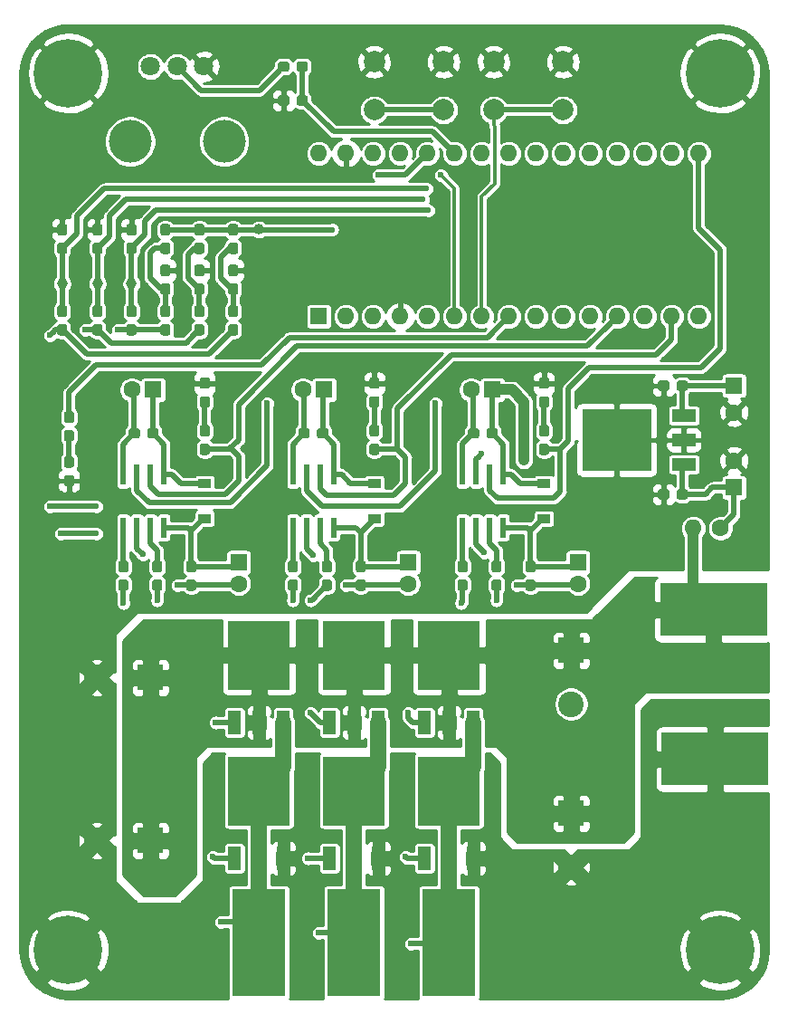
<source format=gtl>
G04 #@! TF.GenerationSoftware,KiCad,Pcbnew,(5.1.2)-1*
G04 #@! TF.CreationDate,2019-11-10T18:16:18+09:00*
G04 #@! TF.ProjectId,Inverter,496e7665-7274-4657-922e-6b696361645f,rev?*
G04 #@! TF.SameCoordinates,PX5731c70PY93d1cc0*
G04 #@! TF.FileFunction,Copper,L1,Top*
G04 #@! TF.FilePolarity,Positive*
%FSLAX46Y46*%
G04 Gerber Fmt 4.6, Leading zero omitted, Abs format (unit mm)*
G04 Created by KiCad (PCBNEW (5.1.2)-1) date 2019-11-10 18:16:18*
%MOMM*%
%LPD*%
G04 APERTURE LIST*
%ADD10R,6.400000X5.800000*%
%ADD11R,2.200000X1.200000*%
%ADD12O,1.600000X1.600000*%
%ADD13R,1.600000X1.600000*%
%ADD14C,1.000000*%
%ADD15C,4.000000*%
%ADD16C,1.800000*%
%ADD17C,2.400000*%
%ADD18R,2.400000X2.400000*%
%ADD19C,1.600000*%
%ADD20C,6.400000*%
%ADD21C,2.000000*%
%ADD22C,0.100000*%
%ADD23C,0.950000*%
%ADD24R,5.800000X6.400000*%
%ADD25R,1.200000X2.200000*%
%ADD26R,5.000000X10.000000*%
%ADD27R,10.000000X5.000000*%
%ADD28R,0.508000X1.981200*%
%ADD29R,1.200000X0.900000*%
%ADD30C,0.600000*%
%ADD31C,0.500000*%
%ADD32C,1.000000*%
%ADD33C,0.300000*%
%ADD34C,1.500000*%
%ADD35C,0.254000*%
G04 APERTURE END LIST*
D10*
X56320000Y52705000D03*
D11*
X62620000Y54985000D03*
X62620000Y52705000D03*
X62620000Y50425000D03*
D12*
X64008000Y79502000D03*
X64008000Y64262000D03*
X28448000Y79502000D03*
X61468000Y64262000D03*
X30988000Y79502000D03*
X58928000Y64262000D03*
X33528000Y79502000D03*
X56388000Y64262000D03*
X36068000Y79502000D03*
X53848000Y64262000D03*
X38608000Y79502000D03*
X51308000Y64262000D03*
X41148000Y79502000D03*
X48768000Y64262000D03*
X43688000Y79502000D03*
X46228000Y64262000D03*
X46228000Y79502000D03*
X43688000Y64262000D03*
X48768000Y79502000D03*
X41148000Y64262000D03*
X51308000Y79502000D03*
X38608000Y64262000D03*
X53848000Y79502000D03*
X36068000Y64262000D03*
X56388000Y79502000D03*
X33528000Y64262000D03*
X58928000Y79502000D03*
X30988000Y64262000D03*
X61468000Y79502000D03*
D13*
X28448000Y64262000D03*
D14*
X22860000Y72390000D03*
X4445000Y67310000D03*
X7747000Y67310000D03*
X10922000Y67310000D03*
D15*
X10800000Y80630000D03*
X19600000Y80630000D03*
D16*
X12700000Y87630000D03*
X15200000Y87630000D03*
X17700000Y87630000D03*
D17*
X52070000Y12780000D03*
D18*
X52070000Y17780000D03*
D17*
X52070000Y28020000D03*
D18*
X52070000Y33020000D03*
D17*
X7700000Y15240000D03*
D18*
X12700000Y15240000D03*
D17*
X7700000Y30480000D03*
D18*
X12700000Y30480000D03*
D19*
X67310000Y55285000D03*
D13*
X67310000Y57785000D03*
D19*
X67310000Y50760000D03*
D13*
X67310000Y48260000D03*
D20*
X5000000Y87000000D03*
X66000000Y87000000D03*
X5000000Y5000000D03*
X66000000Y5000000D03*
D21*
X44808000Y83566000D03*
X44808000Y88066000D03*
X51308000Y83566000D03*
X51308000Y88066000D03*
X33632000Y83566000D03*
X33632000Y88066000D03*
X40132000Y83566000D03*
X40132000Y88066000D03*
D22*
G36*
X5340779Y53623856D02*
G01*
X5363834Y53620437D01*
X5386443Y53614773D01*
X5408387Y53606921D01*
X5429457Y53596956D01*
X5449448Y53584974D01*
X5468168Y53571090D01*
X5485438Y53555438D01*
X5501090Y53538168D01*
X5514974Y53519448D01*
X5526956Y53499457D01*
X5536921Y53478387D01*
X5544773Y53456443D01*
X5550437Y53433834D01*
X5553856Y53410779D01*
X5555000Y53387500D01*
X5555000Y52812500D01*
X5553856Y52789221D01*
X5550437Y52766166D01*
X5544773Y52743557D01*
X5536921Y52721613D01*
X5526956Y52700543D01*
X5514974Y52680552D01*
X5501090Y52661832D01*
X5485438Y52644562D01*
X5468168Y52628910D01*
X5449448Y52615026D01*
X5429457Y52603044D01*
X5408387Y52593079D01*
X5386443Y52585227D01*
X5363834Y52579563D01*
X5340779Y52576144D01*
X5317500Y52575000D01*
X4842500Y52575000D01*
X4819221Y52576144D01*
X4796166Y52579563D01*
X4773557Y52585227D01*
X4751613Y52593079D01*
X4730543Y52603044D01*
X4710552Y52615026D01*
X4691832Y52628910D01*
X4674562Y52644562D01*
X4658910Y52661832D01*
X4645026Y52680552D01*
X4633044Y52700543D01*
X4623079Y52721613D01*
X4615227Y52743557D01*
X4609563Y52766166D01*
X4606144Y52789221D01*
X4605000Y52812500D01*
X4605000Y53387500D01*
X4606144Y53410779D01*
X4609563Y53433834D01*
X4615227Y53456443D01*
X4623079Y53478387D01*
X4633044Y53499457D01*
X4645026Y53519448D01*
X4658910Y53538168D01*
X4674562Y53555438D01*
X4691832Y53571090D01*
X4710552Y53584974D01*
X4730543Y53596956D01*
X4751613Y53606921D01*
X4773557Y53614773D01*
X4796166Y53620437D01*
X4819221Y53623856D01*
X4842500Y53625000D01*
X5317500Y53625000D01*
X5340779Y53623856D01*
X5340779Y53623856D01*
G37*
D23*
X5080000Y53100000D03*
D22*
G36*
X5340779Y55373856D02*
G01*
X5363834Y55370437D01*
X5386443Y55364773D01*
X5408387Y55356921D01*
X5429457Y55346956D01*
X5449448Y55334974D01*
X5468168Y55321090D01*
X5485438Y55305438D01*
X5501090Y55288168D01*
X5514974Y55269448D01*
X5526956Y55249457D01*
X5536921Y55228387D01*
X5544773Y55206443D01*
X5550437Y55183834D01*
X5553856Y55160779D01*
X5555000Y55137500D01*
X5555000Y54562500D01*
X5553856Y54539221D01*
X5550437Y54516166D01*
X5544773Y54493557D01*
X5536921Y54471613D01*
X5526956Y54450543D01*
X5514974Y54430552D01*
X5501090Y54411832D01*
X5485438Y54394562D01*
X5468168Y54378910D01*
X5449448Y54365026D01*
X5429457Y54353044D01*
X5408387Y54343079D01*
X5386443Y54335227D01*
X5363834Y54329563D01*
X5340779Y54326144D01*
X5317500Y54325000D01*
X4842500Y54325000D01*
X4819221Y54326144D01*
X4796166Y54329563D01*
X4773557Y54335227D01*
X4751613Y54343079D01*
X4730543Y54353044D01*
X4710552Y54365026D01*
X4691832Y54378910D01*
X4674562Y54394562D01*
X4658910Y54411832D01*
X4645026Y54430552D01*
X4633044Y54450543D01*
X4623079Y54471613D01*
X4615227Y54493557D01*
X4609563Y54516166D01*
X4606144Y54539221D01*
X4605000Y54562500D01*
X4605000Y55137500D01*
X4606144Y55160779D01*
X4609563Y55183834D01*
X4615227Y55206443D01*
X4623079Y55228387D01*
X4633044Y55249457D01*
X4645026Y55269448D01*
X4658910Y55288168D01*
X4674562Y55305438D01*
X4691832Y55321090D01*
X4710552Y55334974D01*
X4730543Y55346956D01*
X4751613Y55356921D01*
X4773557Y55364773D01*
X4796166Y55370437D01*
X4819221Y55373856D01*
X4842500Y55375000D01*
X5317500Y55375000D01*
X5340779Y55373856D01*
X5340779Y55373856D01*
G37*
D23*
X5080000Y54850000D03*
D22*
G36*
X49790779Y54103856D02*
G01*
X49813834Y54100437D01*
X49836443Y54094773D01*
X49858387Y54086921D01*
X49879457Y54076956D01*
X49899448Y54064974D01*
X49918168Y54051090D01*
X49935438Y54035438D01*
X49951090Y54018168D01*
X49964974Y53999448D01*
X49976956Y53979457D01*
X49986921Y53958387D01*
X49994773Y53936443D01*
X50000437Y53913834D01*
X50003856Y53890779D01*
X50005000Y53867500D01*
X50005000Y53292500D01*
X50003856Y53269221D01*
X50000437Y53246166D01*
X49994773Y53223557D01*
X49986921Y53201613D01*
X49976956Y53180543D01*
X49964974Y53160552D01*
X49951090Y53141832D01*
X49935438Y53124562D01*
X49918168Y53108910D01*
X49899448Y53095026D01*
X49879457Y53083044D01*
X49858387Y53073079D01*
X49836443Y53065227D01*
X49813834Y53059563D01*
X49790779Y53056144D01*
X49767500Y53055000D01*
X49292500Y53055000D01*
X49269221Y53056144D01*
X49246166Y53059563D01*
X49223557Y53065227D01*
X49201613Y53073079D01*
X49180543Y53083044D01*
X49160552Y53095026D01*
X49141832Y53108910D01*
X49124562Y53124562D01*
X49108910Y53141832D01*
X49095026Y53160552D01*
X49083044Y53180543D01*
X49073079Y53201613D01*
X49065227Y53223557D01*
X49059563Y53246166D01*
X49056144Y53269221D01*
X49055000Y53292500D01*
X49055000Y53867500D01*
X49056144Y53890779D01*
X49059563Y53913834D01*
X49065227Y53936443D01*
X49073079Y53958387D01*
X49083044Y53979457D01*
X49095026Y53999448D01*
X49108910Y54018168D01*
X49124562Y54035438D01*
X49141832Y54051090D01*
X49160552Y54064974D01*
X49180543Y54076956D01*
X49201613Y54086921D01*
X49223557Y54094773D01*
X49246166Y54100437D01*
X49269221Y54103856D01*
X49292500Y54105000D01*
X49767500Y54105000D01*
X49790779Y54103856D01*
X49790779Y54103856D01*
G37*
D23*
X49530000Y53580000D03*
D22*
G36*
X49790779Y52353856D02*
G01*
X49813834Y52350437D01*
X49836443Y52344773D01*
X49858387Y52336921D01*
X49879457Y52326956D01*
X49899448Y52314974D01*
X49918168Y52301090D01*
X49935438Y52285438D01*
X49951090Y52268168D01*
X49964974Y52249448D01*
X49976956Y52229457D01*
X49986921Y52208387D01*
X49994773Y52186443D01*
X50000437Y52163834D01*
X50003856Y52140779D01*
X50005000Y52117500D01*
X50005000Y51542500D01*
X50003856Y51519221D01*
X50000437Y51496166D01*
X49994773Y51473557D01*
X49986921Y51451613D01*
X49976956Y51430543D01*
X49964974Y51410552D01*
X49951090Y51391832D01*
X49935438Y51374562D01*
X49918168Y51358910D01*
X49899448Y51345026D01*
X49879457Y51333044D01*
X49858387Y51323079D01*
X49836443Y51315227D01*
X49813834Y51309563D01*
X49790779Y51306144D01*
X49767500Y51305000D01*
X49292500Y51305000D01*
X49269221Y51306144D01*
X49246166Y51309563D01*
X49223557Y51315227D01*
X49201613Y51323079D01*
X49180543Y51333044D01*
X49160552Y51345026D01*
X49141832Y51358910D01*
X49124562Y51374562D01*
X49108910Y51391832D01*
X49095026Y51410552D01*
X49083044Y51430543D01*
X49073079Y51451613D01*
X49065227Y51473557D01*
X49059563Y51496166D01*
X49056144Y51519221D01*
X49055000Y51542500D01*
X49055000Y52117500D01*
X49056144Y52140779D01*
X49059563Y52163834D01*
X49065227Y52186443D01*
X49073079Y52208387D01*
X49083044Y52229457D01*
X49095026Y52249448D01*
X49108910Y52268168D01*
X49124562Y52285438D01*
X49141832Y52301090D01*
X49160552Y52314974D01*
X49180543Y52326956D01*
X49201613Y52336921D01*
X49223557Y52344773D01*
X49246166Y52350437D01*
X49269221Y52353856D01*
X49292500Y52355000D01*
X49767500Y52355000D01*
X49790779Y52353856D01*
X49790779Y52353856D01*
G37*
D23*
X49530000Y51830000D03*
D22*
G36*
X33915779Y54103856D02*
G01*
X33938834Y54100437D01*
X33961443Y54094773D01*
X33983387Y54086921D01*
X34004457Y54076956D01*
X34024448Y54064974D01*
X34043168Y54051090D01*
X34060438Y54035438D01*
X34076090Y54018168D01*
X34089974Y53999448D01*
X34101956Y53979457D01*
X34111921Y53958387D01*
X34119773Y53936443D01*
X34125437Y53913834D01*
X34128856Y53890779D01*
X34130000Y53867500D01*
X34130000Y53292500D01*
X34128856Y53269221D01*
X34125437Y53246166D01*
X34119773Y53223557D01*
X34111921Y53201613D01*
X34101956Y53180543D01*
X34089974Y53160552D01*
X34076090Y53141832D01*
X34060438Y53124562D01*
X34043168Y53108910D01*
X34024448Y53095026D01*
X34004457Y53083044D01*
X33983387Y53073079D01*
X33961443Y53065227D01*
X33938834Y53059563D01*
X33915779Y53056144D01*
X33892500Y53055000D01*
X33417500Y53055000D01*
X33394221Y53056144D01*
X33371166Y53059563D01*
X33348557Y53065227D01*
X33326613Y53073079D01*
X33305543Y53083044D01*
X33285552Y53095026D01*
X33266832Y53108910D01*
X33249562Y53124562D01*
X33233910Y53141832D01*
X33220026Y53160552D01*
X33208044Y53180543D01*
X33198079Y53201613D01*
X33190227Y53223557D01*
X33184563Y53246166D01*
X33181144Y53269221D01*
X33180000Y53292500D01*
X33180000Y53867500D01*
X33181144Y53890779D01*
X33184563Y53913834D01*
X33190227Y53936443D01*
X33198079Y53958387D01*
X33208044Y53979457D01*
X33220026Y53999448D01*
X33233910Y54018168D01*
X33249562Y54035438D01*
X33266832Y54051090D01*
X33285552Y54064974D01*
X33305543Y54076956D01*
X33326613Y54086921D01*
X33348557Y54094773D01*
X33371166Y54100437D01*
X33394221Y54103856D01*
X33417500Y54105000D01*
X33892500Y54105000D01*
X33915779Y54103856D01*
X33915779Y54103856D01*
G37*
D23*
X33655000Y53580000D03*
D22*
G36*
X33915779Y52353856D02*
G01*
X33938834Y52350437D01*
X33961443Y52344773D01*
X33983387Y52336921D01*
X34004457Y52326956D01*
X34024448Y52314974D01*
X34043168Y52301090D01*
X34060438Y52285438D01*
X34076090Y52268168D01*
X34089974Y52249448D01*
X34101956Y52229457D01*
X34111921Y52208387D01*
X34119773Y52186443D01*
X34125437Y52163834D01*
X34128856Y52140779D01*
X34130000Y52117500D01*
X34130000Y51542500D01*
X34128856Y51519221D01*
X34125437Y51496166D01*
X34119773Y51473557D01*
X34111921Y51451613D01*
X34101956Y51430543D01*
X34089974Y51410552D01*
X34076090Y51391832D01*
X34060438Y51374562D01*
X34043168Y51358910D01*
X34024448Y51345026D01*
X34004457Y51333044D01*
X33983387Y51323079D01*
X33961443Y51315227D01*
X33938834Y51309563D01*
X33915779Y51306144D01*
X33892500Y51305000D01*
X33417500Y51305000D01*
X33394221Y51306144D01*
X33371166Y51309563D01*
X33348557Y51315227D01*
X33326613Y51323079D01*
X33305543Y51333044D01*
X33285552Y51345026D01*
X33266832Y51358910D01*
X33249562Y51374562D01*
X33233910Y51391832D01*
X33220026Y51410552D01*
X33208044Y51430543D01*
X33198079Y51451613D01*
X33190227Y51473557D01*
X33184563Y51496166D01*
X33181144Y51519221D01*
X33180000Y51542500D01*
X33180000Y52117500D01*
X33181144Y52140779D01*
X33184563Y52163834D01*
X33190227Y52186443D01*
X33198079Y52208387D01*
X33208044Y52229457D01*
X33220026Y52249448D01*
X33233910Y52268168D01*
X33249562Y52285438D01*
X33266832Y52301090D01*
X33285552Y52314974D01*
X33305543Y52326956D01*
X33326613Y52336921D01*
X33348557Y52344773D01*
X33371166Y52350437D01*
X33394221Y52353856D01*
X33417500Y52355000D01*
X33892500Y52355000D01*
X33915779Y52353856D01*
X33915779Y52353856D01*
G37*
D23*
X33655000Y51830000D03*
D22*
G36*
X18040779Y54103856D02*
G01*
X18063834Y54100437D01*
X18086443Y54094773D01*
X18108387Y54086921D01*
X18129457Y54076956D01*
X18149448Y54064974D01*
X18168168Y54051090D01*
X18185438Y54035438D01*
X18201090Y54018168D01*
X18214974Y53999448D01*
X18226956Y53979457D01*
X18236921Y53958387D01*
X18244773Y53936443D01*
X18250437Y53913834D01*
X18253856Y53890779D01*
X18255000Y53867500D01*
X18255000Y53292500D01*
X18253856Y53269221D01*
X18250437Y53246166D01*
X18244773Y53223557D01*
X18236921Y53201613D01*
X18226956Y53180543D01*
X18214974Y53160552D01*
X18201090Y53141832D01*
X18185438Y53124562D01*
X18168168Y53108910D01*
X18149448Y53095026D01*
X18129457Y53083044D01*
X18108387Y53073079D01*
X18086443Y53065227D01*
X18063834Y53059563D01*
X18040779Y53056144D01*
X18017500Y53055000D01*
X17542500Y53055000D01*
X17519221Y53056144D01*
X17496166Y53059563D01*
X17473557Y53065227D01*
X17451613Y53073079D01*
X17430543Y53083044D01*
X17410552Y53095026D01*
X17391832Y53108910D01*
X17374562Y53124562D01*
X17358910Y53141832D01*
X17345026Y53160552D01*
X17333044Y53180543D01*
X17323079Y53201613D01*
X17315227Y53223557D01*
X17309563Y53246166D01*
X17306144Y53269221D01*
X17305000Y53292500D01*
X17305000Y53867500D01*
X17306144Y53890779D01*
X17309563Y53913834D01*
X17315227Y53936443D01*
X17323079Y53958387D01*
X17333044Y53979457D01*
X17345026Y53999448D01*
X17358910Y54018168D01*
X17374562Y54035438D01*
X17391832Y54051090D01*
X17410552Y54064974D01*
X17430543Y54076956D01*
X17451613Y54086921D01*
X17473557Y54094773D01*
X17496166Y54100437D01*
X17519221Y54103856D01*
X17542500Y54105000D01*
X18017500Y54105000D01*
X18040779Y54103856D01*
X18040779Y54103856D01*
G37*
D23*
X17780000Y53580000D03*
D22*
G36*
X18040779Y52353856D02*
G01*
X18063834Y52350437D01*
X18086443Y52344773D01*
X18108387Y52336921D01*
X18129457Y52326956D01*
X18149448Y52314974D01*
X18168168Y52301090D01*
X18185438Y52285438D01*
X18201090Y52268168D01*
X18214974Y52249448D01*
X18226956Y52229457D01*
X18236921Y52208387D01*
X18244773Y52186443D01*
X18250437Y52163834D01*
X18253856Y52140779D01*
X18255000Y52117500D01*
X18255000Y51542500D01*
X18253856Y51519221D01*
X18250437Y51496166D01*
X18244773Y51473557D01*
X18236921Y51451613D01*
X18226956Y51430543D01*
X18214974Y51410552D01*
X18201090Y51391832D01*
X18185438Y51374562D01*
X18168168Y51358910D01*
X18149448Y51345026D01*
X18129457Y51333044D01*
X18108387Y51323079D01*
X18086443Y51315227D01*
X18063834Y51309563D01*
X18040779Y51306144D01*
X18017500Y51305000D01*
X17542500Y51305000D01*
X17519221Y51306144D01*
X17496166Y51309563D01*
X17473557Y51315227D01*
X17451613Y51323079D01*
X17430543Y51333044D01*
X17410552Y51345026D01*
X17391832Y51358910D01*
X17374562Y51374562D01*
X17358910Y51391832D01*
X17345026Y51410552D01*
X17333044Y51430543D01*
X17323079Y51451613D01*
X17315227Y51473557D01*
X17309563Y51496166D01*
X17306144Y51519221D01*
X17305000Y51542500D01*
X17305000Y52117500D01*
X17306144Y52140779D01*
X17309563Y52163834D01*
X17315227Y52186443D01*
X17323079Y52208387D01*
X17333044Y52229457D01*
X17345026Y52249448D01*
X17358910Y52268168D01*
X17374562Y52285438D01*
X17391832Y52301090D01*
X17410552Y52314974D01*
X17430543Y52326956D01*
X17451613Y52336921D01*
X17473557Y52344773D01*
X17496166Y52350437D01*
X17519221Y52353856D01*
X17542500Y52355000D01*
X18017500Y52355000D01*
X18040779Y52353856D01*
X18040779Y52353856D01*
G37*
D23*
X17780000Y51830000D03*
D22*
G36*
X20707779Y71149856D02*
G01*
X20730834Y71146437D01*
X20753443Y71140773D01*
X20775387Y71132921D01*
X20796457Y71122956D01*
X20816448Y71110974D01*
X20835168Y71097090D01*
X20852438Y71081438D01*
X20868090Y71064168D01*
X20881974Y71045448D01*
X20893956Y71025457D01*
X20903921Y71004387D01*
X20911773Y70982443D01*
X20917437Y70959834D01*
X20920856Y70936779D01*
X20922000Y70913500D01*
X20922000Y70338500D01*
X20920856Y70315221D01*
X20917437Y70292166D01*
X20911773Y70269557D01*
X20903921Y70247613D01*
X20893956Y70226543D01*
X20881974Y70206552D01*
X20868090Y70187832D01*
X20852438Y70170562D01*
X20835168Y70154910D01*
X20816448Y70141026D01*
X20796457Y70129044D01*
X20775387Y70119079D01*
X20753443Y70111227D01*
X20730834Y70105563D01*
X20707779Y70102144D01*
X20684500Y70101000D01*
X20209500Y70101000D01*
X20186221Y70102144D01*
X20163166Y70105563D01*
X20140557Y70111227D01*
X20118613Y70119079D01*
X20097543Y70129044D01*
X20077552Y70141026D01*
X20058832Y70154910D01*
X20041562Y70170562D01*
X20025910Y70187832D01*
X20012026Y70206552D01*
X20000044Y70226543D01*
X19990079Y70247613D01*
X19982227Y70269557D01*
X19976563Y70292166D01*
X19973144Y70315221D01*
X19972000Y70338500D01*
X19972000Y70913500D01*
X19973144Y70936779D01*
X19976563Y70959834D01*
X19982227Y70982443D01*
X19990079Y71004387D01*
X20000044Y71025457D01*
X20012026Y71045448D01*
X20025910Y71064168D01*
X20041562Y71081438D01*
X20058832Y71097090D01*
X20077552Y71110974D01*
X20097543Y71122956D01*
X20118613Y71132921D01*
X20140557Y71140773D01*
X20163166Y71146437D01*
X20186221Y71149856D01*
X20209500Y71151000D01*
X20684500Y71151000D01*
X20707779Y71149856D01*
X20707779Y71149856D01*
G37*
D23*
X20447000Y70626000D03*
D22*
G36*
X20707779Y72899856D02*
G01*
X20730834Y72896437D01*
X20753443Y72890773D01*
X20775387Y72882921D01*
X20796457Y72872956D01*
X20816448Y72860974D01*
X20835168Y72847090D01*
X20852438Y72831438D01*
X20868090Y72814168D01*
X20881974Y72795448D01*
X20893956Y72775457D01*
X20903921Y72754387D01*
X20911773Y72732443D01*
X20917437Y72709834D01*
X20920856Y72686779D01*
X20922000Y72663500D01*
X20922000Y72088500D01*
X20920856Y72065221D01*
X20917437Y72042166D01*
X20911773Y72019557D01*
X20903921Y71997613D01*
X20893956Y71976543D01*
X20881974Y71956552D01*
X20868090Y71937832D01*
X20852438Y71920562D01*
X20835168Y71904910D01*
X20816448Y71891026D01*
X20796457Y71879044D01*
X20775387Y71869079D01*
X20753443Y71861227D01*
X20730834Y71855563D01*
X20707779Y71852144D01*
X20684500Y71851000D01*
X20209500Y71851000D01*
X20186221Y71852144D01*
X20163166Y71855563D01*
X20140557Y71861227D01*
X20118613Y71869079D01*
X20097543Y71879044D01*
X20077552Y71891026D01*
X20058832Y71904910D01*
X20041562Y71920562D01*
X20025910Y71937832D01*
X20012026Y71956552D01*
X20000044Y71976543D01*
X19990079Y71997613D01*
X19982227Y72019557D01*
X19976563Y72042166D01*
X19973144Y72065221D01*
X19972000Y72088500D01*
X19972000Y72663500D01*
X19973144Y72686779D01*
X19976563Y72709834D01*
X19982227Y72732443D01*
X19990079Y72754387D01*
X20000044Y72775457D01*
X20012026Y72795448D01*
X20025910Y72814168D01*
X20041562Y72831438D01*
X20058832Y72847090D01*
X20077552Y72860974D01*
X20097543Y72872956D01*
X20118613Y72882921D01*
X20140557Y72890773D01*
X20163166Y72896437D01*
X20186221Y72899856D01*
X20209500Y72901000D01*
X20684500Y72901000D01*
X20707779Y72899856D01*
X20707779Y72899856D01*
G37*
D23*
X20447000Y72376000D03*
D22*
G36*
X17532779Y71149856D02*
G01*
X17555834Y71146437D01*
X17578443Y71140773D01*
X17600387Y71132921D01*
X17621457Y71122956D01*
X17641448Y71110974D01*
X17660168Y71097090D01*
X17677438Y71081438D01*
X17693090Y71064168D01*
X17706974Y71045448D01*
X17718956Y71025457D01*
X17728921Y71004387D01*
X17736773Y70982443D01*
X17742437Y70959834D01*
X17745856Y70936779D01*
X17747000Y70913500D01*
X17747000Y70338500D01*
X17745856Y70315221D01*
X17742437Y70292166D01*
X17736773Y70269557D01*
X17728921Y70247613D01*
X17718956Y70226543D01*
X17706974Y70206552D01*
X17693090Y70187832D01*
X17677438Y70170562D01*
X17660168Y70154910D01*
X17641448Y70141026D01*
X17621457Y70129044D01*
X17600387Y70119079D01*
X17578443Y70111227D01*
X17555834Y70105563D01*
X17532779Y70102144D01*
X17509500Y70101000D01*
X17034500Y70101000D01*
X17011221Y70102144D01*
X16988166Y70105563D01*
X16965557Y70111227D01*
X16943613Y70119079D01*
X16922543Y70129044D01*
X16902552Y70141026D01*
X16883832Y70154910D01*
X16866562Y70170562D01*
X16850910Y70187832D01*
X16837026Y70206552D01*
X16825044Y70226543D01*
X16815079Y70247613D01*
X16807227Y70269557D01*
X16801563Y70292166D01*
X16798144Y70315221D01*
X16797000Y70338500D01*
X16797000Y70913500D01*
X16798144Y70936779D01*
X16801563Y70959834D01*
X16807227Y70982443D01*
X16815079Y71004387D01*
X16825044Y71025457D01*
X16837026Y71045448D01*
X16850910Y71064168D01*
X16866562Y71081438D01*
X16883832Y71097090D01*
X16902552Y71110974D01*
X16922543Y71122956D01*
X16943613Y71132921D01*
X16965557Y71140773D01*
X16988166Y71146437D01*
X17011221Y71149856D01*
X17034500Y71151000D01*
X17509500Y71151000D01*
X17532779Y71149856D01*
X17532779Y71149856D01*
G37*
D23*
X17272000Y70626000D03*
D22*
G36*
X17532779Y72899856D02*
G01*
X17555834Y72896437D01*
X17578443Y72890773D01*
X17600387Y72882921D01*
X17621457Y72872956D01*
X17641448Y72860974D01*
X17660168Y72847090D01*
X17677438Y72831438D01*
X17693090Y72814168D01*
X17706974Y72795448D01*
X17718956Y72775457D01*
X17728921Y72754387D01*
X17736773Y72732443D01*
X17742437Y72709834D01*
X17745856Y72686779D01*
X17747000Y72663500D01*
X17747000Y72088500D01*
X17745856Y72065221D01*
X17742437Y72042166D01*
X17736773Y72019557D01*
X17728921Y71997613D01*
X17718956Y71976543D01*
X17706974Y71956552D01*
X17693090Y71937832D01*
X17677438Y71920562D01*
X17660168Y71904910D01*
X17641448Y71891026D01*
X17621457Y71879044D01*
X17600387Y71869079D01*
X17578443Y71861227D01*
X17555834Y71855563D01*
X17532779Y71852144D01*
X17509500Y71851000D01*
X17034500Y71851000D01*
X17011221Y71852144D01*
X16988166Y71855563D01*
X16965557Y71861227D01*
X16943613Y71869079D01*
X16922543Y71879044D01*
X16902552Y71891026D01*
X16883832Y71904910D01*
X16866562Y71920562D01*
X16850910Y71937832D01*
X16837026Y71956552D01*
X16825044Y71976543D01*
X16815079Y71997613D01*
X16807227Y72019557D01*
X16801563Y72042166D01*
X16798144Y72065221D01*
X16797000Y72088500D01*
X16797000Y72663500D01*
X16798144Y72686779D01*
X16801563Y72709834D01*
X16807227Y72732443D01*
X16815079Y72754387D01*
X16825044Y72775457D01*
X16837026Y72795448D01*
X16850910Y72814168D01*
X16866562Y72831438D01*
X16883832Y72847090D01*
X16902552Y72860974D01*
X16922543Y72872956D01*
X16943613Y72882921D01*
X16965557Y72890773D01*
X16988166Y72896437D01*
X17011221Y72899856D01*
X17034500Y72901000D01*
X17509500Y72901000D01*
X17532779Y72899856D01*
X17532779Y72899856D01*
G37*
D23*
X17272000Y72376000D03*
D22*
G36*
X14357779Y71149856D02*
G01*
X14380834Y71146437D01*
X14403443Y71140773D01*
X14425387Y71132921D01*
X14446457Y71122956D01*
X14466448Y71110974D01*
X14485168Y71097090D01*
X14502438Y71081438D01*
X14518090Y71064168D01*
X14531974Y71045448D01*
X14543956Y71025457D01*
X14553921Y71004387D01*
X14561773Y70982443D01*
X14567437Y70959834D01*
X14570856Y70936779D01*
X14572000Y70913500D01*
X14572000Y70338500D01*
X14570856Y70315221D01*
X14567437Y70292166D01*
X14561773Y70269557D01*
X14553921Y70247613D01*
X14543956Y70226543D01*
X14531974Y70206552D01*
X14518090Y70187832D01*
X14502438Y70170562D01*
X14485168Y70154910D01*
X14466448Y70141026D01*
X14446457Y70129044D01*
X14425387Y70119079D01*
X14403443Y70111227D01*
X14380834Y70105563D01*
X14357779Y70102144D01*
X14334500Y70101000D01*
X13859500Y70101000D01*
X13836221Y70102144D01*
X13813166Y70105563D01*
X13790557Y70111227D01*
X13768613Y70119079D01*
X13747543Y70129044D01*
X13727552Y70141026D01*
X13708832Y70154910D01*
X13691562Y70170562D01*
X13675910Y70187832D01*
X13662026Y70206552D01*
X13650044Y70226543D01*
X13640079Y70247613D01*
X13632227Y70269557D01*
X13626563Y70292166D01*
X13623144Y70315221D01*
X13622000Y70338500D01*
X13622000Y70913500D01*
X13623144Y70936779D01*
X13626563Y70959834D01*
X13632227Y70982443D01*
X13640079Y71004387D01*
X13650044Y71025457D01*
X13662026Y71045448D01*
X13675910Y71064168D01*
X13691562Y71081438D01*
X13708832Y71097090D01*
X13727552Y71110974D01*
X13747543Y71122956D01*
X13768613Y71132921D01*
X13790557Y71140773D01*
X13813166Y71146437D01*
X13836221Y71149856D01*
X13859500Y71151000D01*
X14334500Y71151000D01*
X14357779Y71149856D01*
X14357779Y71149856D01*
G37*
D23*
X14097000Y70626000D03*
D22*
G36*
X14357779Y72899856D02*
G01*
X14380834Y72896437D01*
X14403443Y72890773D01*
X14425387Y72882921D01*
X14446457Y72872956D01*
X14466448Y72860974D01*
X14485168Y72847090D01*
X14502438Y72831438D01*
X14518090Y72814168D01*
X14531974Y72795448D01*
X14543956Y72775457D01*
X14553921Y72754387D01*
X14561773Y72732443D01*
X14567437Y72709834D01*
X14570856Y72686779D01*
X14572000Y72663500D01*
X14572000Y72088500D01*
X14570856Y72065221D01*
X14567437Y72042166D01*
X14561773Y72019557D01*
X14553921Y71997613D01*
X14543956Y71976543D01*
X14531974Y71956552D01*
X14518090Y71937832D01*
X14502438Y71920562D01*
X14485168Y71904910D01*
X14466448Y71891026D01*
X14446457Y71879044D01*
X14425387Y71869079D01*
X14403443Y71861227D01*
X14380834Y71855563D01*
X14357779Y71852144D01*
X14334500Y71851000D01*
X13859500Y71851000D01*
X13836221Y71852144D01*
X13813166Y71855563D01*
X13790557Y71861227D01*
X13768613Y71869079D01*
X13747543Y71879044D01*
X13727552Y71891026D01*
X13708832Y71904910D01*
X13691562Y71920562D01*
X13675910Y71937832D01*
X13662026Y71956552D01*
X13650044Y71976543D01*
X13640079Y71997613D01*
X13632227Y72019557D01*
X13626563Y72042166D01*
X13623144Y72065221D01*
X13622000Y72088500D01*
X13622000Y72663500D01*
X13623144Y72686779D01*
X13626563Y72709834D01*
X13632227Y72732443D01*
X13640079Y72754387D01*
X13650044Y72775457D01*
X13662026Y72795448D01*
X13675910Y72814168D01*
X13691562Y72831438D01*
X13708832Y72847090D01*
X13727552Y72860974D01*
X13747543Y72872956D01*
X13768613Y72882921D01*
X13790557Y72890773D01*
X13813166Y72896437D01*
X13836221Y72899856D01*
X13859500Y72901000D01*
X14334500Y72901000D01*
X14357779Y72899856D01*
X14357779Y72899856D01*
G37*
D23*
X14097000Y72376000D03*
D22*
G36*
X20707779Y69089856D02*
G01*
X20730834Y69086437D01*
X20753443Y69080773D01*
X20775387Y69072921D01*
X20796457Y69062956D01*
X20816448Y69050974D01*
X20835168Y69037090D01*
X20852438Y69021438D01*
X20868090Y69004168D01*
X20881974Y68985448D01*
X20893956Y68965457D01*
X20903921Y68944387D01*
X20911773Y68922443D01*
X20917437Y68899834D01*
X20920856Y68876779D01*
X20922000Y68853500D01*
X20922000Y68278500D01*
X20920856Y68255221D01*
X20917437Y68232166D01*
X20911773Y68209557D01*
X20903921Y68187613D01*
X20893956Y68166543D01*
X20881974Y68146552D01*
X20868090Y68127832D01*
X20852438Y68110562D01*
X20835168Y68094910D01*
X20816448Y68081026D01*
X20796457Y68069044D01*
X20775387Y68059079D01*
X20753443Y68051227D01*
X20730834Y68045563D01*
X20707779Y68042144D01*
X20684500Y68041000D01*
X20209500Y68041000D01*
X20186221Y68042144D01*
X20163166Y68045563D01*
X20140557Y68051227D01*
X20118613Y68059079D01*
X20097543Y68069044D01*
X20077552Y68081026D01*
X20058832Y68094910D01*
X20041562Y68110562D01*
X20025910Y68127832D01*
X20012026Y68146552D01*
X20000044Y68166543D01*
X19990079Y68187613D01*
X19982227Y68209557D01*
X19976563Y68232166D01*
X19973144Y68255221D01*
X19972000Y68278500D01*
X19972000Y68853500D01*
X19973144Y68876779D01*
X19976563Y68899834D01*
X19982227Y68922443D01*
X19990079Y68944387D01*
X20000044Y68965457D01*
X20012026Y68985448D01*
X20025910Y69004168D01*
X20041562Y69021438D01*
X20058832Y69037090D01*
X20077552Y69050974D01*
X20097543Y69062956D01*
X20118613Y69072921D01*
X20140557Y69080773D01*
X20163166Y69086437D01*
X20186221Y69089856D01*
X20209500Y69091000D01*
X20684500Y69091000D01*
X20707779Y69089856D01*
X20707779Y69089856D01*
G37*
D23*
X20447000Y68566000D03*
D22*
G36*
X20707779Y67339856D02*
G01*
X20730834Y67336437D01*
X20753443Y67330773D01*
X20775387Y67322921D01*
X20796457Y67312956D01*
X20816448Y67300974D01*
X20835168Y67287090D01*
X20852438Y67271438D01*
X20868090Y67254168D01*
X20881974Y67235448D01*
X20893956Y67215457D01*
X20903921Y67194387D01*
X20911773Y67172443D01*
X20917437Y67149834D01*
X20920856Y67126779D01*
X20922000Y67103500D01*
X20922000Y66528500D01*
X20920856Y66505221D01*
X20917437Y66482166D01*
X20911773Y66459557D01*
X20903921Y66437613D01*
X20893956Y66416543D01*
X20881974Y66396552D01*
X20868090Y66377832D01*
X20852438Y66360562D01*
X20835168Y66344910D01*
X20816448Y66331026D01*
X20796457Y66319044D01*
X20775387Y66309079D01*
X20753443Y66301227D01*
X20730834Y66295563D01*
X20707779Y66292144D01*
X20684500Y66291000D01*
X20209500Y66291000D01*
X20186221Y66292144D01*
X20163166Y66295563D01*
X20140557Y66301227D01*
X20118613Y66309079D01*
X20097543Y66319044D01*
X20077552Y66331026D01*
X20058832Y66344910D01*
X20041562Y66360562D01*
X20025910Y66377832D01*
X20012026Y66396552D01*
X20000044Y66416543D01*
X19990079Y66437613D01*
X19982227Y66459557D01*
X19976563Y66482166D01*
X19973144Y66505221D01*
X19972000Y66528500D01*
X19972000Y67103500D01*
X19973144Y67126779D01*
X19976563Y67149834D01*
X19982227Y67172443D01*
X19990079Y67194387D01*
X20000044Y67215457D01*
X20012026Y67235448D01*
X20025910Y67254168D01*
X20041562Y67271438D01*
X20058832Y67287090D01*
X20077552Y67300974D01*
X20097543Y67312956D01*
X20118613Y67322921D01*
X20140557Y67330773D01*
X20163166Y67336437D01*
X20186221Y67339856D01*
X20209500Y67341000D01*
X20684500Y67341000D01*
X20707779Y67339856D01*
X20707779Y67339856D01*
G37*
D23*
X20447000Y66816000D03*
D22*
G36*
X20707779Y65279856D02*
G01*
X20730834Y65276437D01*
X20753443Y65270773D01*
X20775387Y65262921D01*
X20796457Y65252956D01*
X20816448Y65240974D01*
X20835168Y65227090D01*
X20852438Y65211438D01*
X20868090Y65194168D01*
X20881974Y65175448D01*
X20893956Y65155457D01*
X20903921Y65134387D01*
X20911773Y65112443D01*
X20917437Y65089834D01*
X20920856Y65066779D01*
X20922000Y65043500D01*
X20922000Y64468500D01*
X20920856Y64445221D01*
X20917437Y64422166D01*
X20911773Y64399557D01*
X20903921Y64377613D01*
X20893956Y64356543D01*
X20881974Y64336552D01*
X20868090Y64317832D01*
X20852438Y64300562D01*
X20835168Y64284910D01*
X20816448Y64271026D01*
X20796457Y64259044D01*
X20775387Y64249079D01*
X20753443Y64241227D01*
X20730834Y64235563D01*
X20707779Y64232144D01*
X20684500Y64231000D01*
X20209500Y64231000D01*
X20186221Y64232144D01*
X20163166Y64235563D01*
X20140557Y64241227D01*
X20118613Y64249079D01*
X20097543Y64259044D01*
X20077552Y64271026D01*
X20058832Y64284910D01*
X20041562Y64300562D01*
X20025910Y64317832D01*
X20012026Y64336552D01*
X20000044Y64356543D01*
X19990079Y64377613D01*
X19982227Y64399557D01*
X19976563Y64422166D01*
X19973144Y64445221D01*
X19972000Y64468500D01*
X19972000Y65043500D01*
X19973144Y65066779D01*
X19976563Y65089834D01*
X19982227Y65112443D01*
X19990079Y65134387D01*
X20000044Y65155457D01*
X20012026Y65175448D01*
X20025910Y65194168D01*
X20041562Y65211438D01*
X20058832Y65227090D01*
X20077552Y65240974D01*
X20097543Y65252956D01*
X20118613Y65262921D01*
X20140557Y65270773D01*
X20163166Y65276437D01*
X20186221Y65279856D01*
X20209500Y65281000D01*
X20684500Y65281000D01*
X20707779Y65279856D01*
X20707779Y65279856D01*
G37*
D23*
X20447000Y64756000D03*
D22*
G36*
X20707779Y63529856D02*
G01*
X20730834Y63526437D01*
X20753443Y63520773D01*
X20775387Y63512921D01*
X20796457Y63502956D01*
X20816448Y63490974D01*
X20835168Y63477090D01*
X20852438Y63461438D01*
X20868090Y63444168D01*
X20881974Y63425448D01*
X20893956Y63405457D01*
X20903921Y63384387D01*
X20911773Y63362443D01*
X20917437Y63339834D01*
X20920856Y63316779D01*
X20922000Y63293500D01*
X20922000Y62718500D01*
X20920856Y62695221D01*
X20917437Y62672166D01*
X20911773Y62649557D01*
X20903921Y62627613D01*
X20893956Y62606543D01*
X20881974Y62586552D01*
X20868090Y62567832D01*
X20852438Y62550562D01*
X20835168Y62534910D01*
X20816448Y62521026D01*
X20796457Y62509044D01*
X20775387Y62499079D01*
X20753443Y62491227D01*
X20730834Y62485563D01*
X20707779Y62482144D01*
X20684500Y62481000D01*
X20209500Y62481000D01*
X20186221Y62482144D01*
X20163166Y62485563D01*
X20140557Y62491227D01*
X20118613Y62499079D01*
X20097543Y62509044D01*
X20077552Y62521026D01*
X20058832Y62534910D01*
X20041562Y62550562D01*
X20025910Y62567832D01*
X20012026Y62586552D01*
X20000044Y62606543D01*
X19990079Y62627613D01*
X19982227Y62649557D01*
X19976563Y62672166D01*
X19973144Y62695221D01*
X19972000Y62718500D01*
X19972000Y63293500D01*
X19973144Y63316779D01*
X19976563Y63339834D01*
X19982227Y63362443D01*
X19990079Y63384387D01*
X20000044Y63405457D01*
X20012026Y63425448D01*
X20025910Y63444168D01*
X20041562Y63461438D01*
X20058832Y63477090D01*
X20077552Y63490974D01*
X20097543Y63502956D01*
X20118613Y63512921D01*
X20140557Y63520773D01*
X20163166Y63526437D01*
X20186221Y63529856D01*
X20209500Y63531000D01*
X20684500Y63531000D01*
X20707779Y63529856D01*
X20707779Y63529856D01*
G37*
D23*
X20447000Y63006000D03*
D22*
G36*
X17532779Y69089856D02*
G01*
X17555834Y69086437D01*
X17578443Y69080773D01*
X17600387Y69072921D01*
X17621457Y69062956D01*
X17641448Y69050974D01*
X17660168Y69037090D01*
X17677438Y69021438D01*
X17693090Y69004168D01*
X17706974Y68985448D01*
X17718956Y68965457D01*
X17728921Y68944387D01*
X17736773Y68922443D01*
X17742437Y68899834D01*
X17745856Y68876779D01*
X17747000Y68853500D01*
X17747000Y68278500D01*
X17745856Y68255221D01*
X17742437Y68232166D01*
X17736773Y68209557D01*
X17728921Y68187613D01*
X17718956Y68166543D01*
X17706974Y68146552D01*
X17693090Y68127832D01*
X17677438Y68110562D01*
X17660168Y68094910D01*
X17641448Y68081026D01*
X17621457Y68069044D01*
X17600387Y68059079D01*
X17578443Y68051227D01*
X17555834Y68045563D01*
X17532779Y68042144D01*
X17509500Y68041000D01*
X17034500Y68041000D01*
X17011221Y68042144D01*
X16988166Y68045563D01*
X16965557Y68051227D01*
X16943613Y68059079D01*
X16922543Y68069044D01*
X16902552Y68081026D01*
X16883832Y68094910D01*
X16866562Y68110562D01*
X16850910Y68127832D01*
X16837026Y68146552D01*
X16825044Y68166543D01*
X16815079Y68187613D01*
X16807227Y68209557D01*
X16801563Y68232166D01*
X16798144Y68255221D01*
X16797000Y68278500D01*
X16797000Y68853500D01*
X16798144Y68876779D01*
X16801563Y68899834D01*
X16807227Y68922443D01*
X16815079Y68944387D01*
X16825044Y68965457D01*
X16837026Y68985448D01*
X16850910Y69004168D01*
X16866562Y69021438D01*
X16883832Y69037090D01*
X16902552Y69050974D01*
X16922543Y69062956D01*
X16943613Y69072921D01*
X16965557Y69080773D01*
X16988166Y69086437D01*
X17011221Y69089856D01*
X17034500Y69091000D01*
X17509500Y69091000D01*
X17532779Y69089856D01*
X17532779Y69089856D01*
G37*
D23*
X17272000Y68566000D03*
D22*
G36*
X17532779Y67339856D02*
G01*
X17555834Y67336437D01*
X17578443Y67330773D01*
X17600387Y67322921D01*
X17621457Y67312956D01*
X17641448Y67300974D01*
X17660168Y67287090D01*
X17677438Y67271438D01*
X17693090Y67254168D01*
X17706974Y67235448D01*
X17718956Y67215457D01*
X17728921Y67194387D01*
X17736773Y67172443D01*
X17742437Y67149834D01*
X17745856Y67126779D01*
X17747000Y67103500D01*
X17747000Y66528500D01*
X17745856Y66505221D01*
X17742437Y66482166D01*
X17736773Y66459557D01*
X17728921Y66437613D01*
X17718956Y66416543D01*
X17706974Y66396552D01*
X17693090Y66377832D01*
X17677438Y66360562D01*
X17660168Y66344910D01*
X17641448Y66331026D01*
X17621457Y66319044D01*
X17600387Y66309079D01*
X17578443Y66301227D01*
X17555834Y66295563D01*
X17532779Y66292144D01*
X17509500Y66291000D01*
X17034500Y66291000D01*
X17011221Y66292144D01*
X16988166Y66295563D01*
X16965557Y66301227D01*
X16943613Y66309079D01*
X16922543Y66319044D01*
X16902552Y66331026D01*
X16883832Y66344910D01*
X16866562Y66360562D01*
X16850910Y66377832D01*
X16837026Y66396552D01*
X16825044Y66416543D01*
X16815079Y66437613D01*
X16807227Y66459557D01*
X16801563Y66482166D01*
X16798144Y66505221D01*
X16797000Y66528500D01*
X16797000Y67103500D01*
X16798144Y67126779D01*
X16801563Y67149834D01*
X16807227Y67172443D01*
X16815079Y67194387D01*
X16825044Y67215457D01*
X16837026Y67235448D01*
X16850910Y67254168D01*
X16866562Y67271438D01*
X16883832Y67287090D01*
X16902552Y67300974D01*
X16922543Y67312956D01*
X16943613Y67322921D01*
X16965557Y67330773D01*
X16988166Y67336437D01*
X17011221Y67339856D01*
X17034500Y67341000D01*
X17509500Y67341000D01*
X17532779Y67339856D01*
X17532779Y67339856D01*
G37*
D23*
X17272000Y66816000D03*
D22*
G36*
X17532779Y65279856D02*
G01*
X17555834Y65276437D01*
X17578443Y65270773D01*
X17600387Y65262921D01*
X17621457Y65252956D01*
X17641448Y65240974D01*
X17660168Y65227090D01*
X17677438Y65211438D01*
X17693090Y65194168D01*
X17706974Y65175448D01*
X17718956Y65155457D01*
X17728921Y65134387D01*
X17736773Y65112443D01*
X17742437Y65089834D01*
X17745856Y65066779D01*
X17747000Y65043500D01*
X17747000Y64468500D01*
X17745856Y64445221D01*
X17742437Y64422166D01*
X17736773Y64399557D01*
X17728921Y64377613D01*
X17718956Y64356543D01*
X17706974Y64336552D01*
X17693090Y64317832D01*
X17677438Y64300562D01*
X17660168Y64284910D01*
X17641448Y64271026D01*
X17621457Y64259044D01*
X17600387Y64249079D01*
X17578443Y64241227D01*
X17555834Y64235563D01*
X17532779Y64232144D01*
X17509500Y64231000D01*
X17034500Y64231000D01*
X17011221Y64232144D01*
X16988166Y64235563D01*
X16965557Y64241227D01*
X16943613Y64249079D01*
X16922543Y64259044D01*
X16902552Y64271026D01*
X16883832Y64284910D01*
X16866562Y64300562D01*
X16850910Y64317832D01*
X16837026Y64336552D01*
X16825044Y64356543D01*
X16815079Y64377613D01*
X16807227Y64399557D01*
X16801563Y64422166D01*
X16798144Y64445221D01*
X16797000Y64468500D01*
X16797000Y65043500D01*
X16798144Y65066779D01*
X16801563Y65089834D01*
X16807227Y65112443D01*
X16815079Y65134387D01*
X16825044Y65155457D01*
X16837026Y65175448D01*
X16850910Y65194168D01*
X16866562Y65211438D01*
X16883832Y65227090D01*
X16902552Y65240974D01*
X16922543Y65252956D01*
X16943613Y65262921D01*
X16965557Y65270773D01*
X16988166Y65276437D01*
X17011221Y65279856D01*
X17034500Y65281000D01*
X17509500Y65281000D01*
X17532779Y65279856D01*
X17532779Y65279856D01*
G37*
D23*
X17272000Y64756000D03*
D22*
G36*
X17532779Y63529856D02*
G01*
X17555834Y63526437D01*
X17578443Y63520773D01*
X17600387Y63512921D01*
X17621457Y63502956D01*
X17641448Y63490974D01*
X17660168Y63477090D01*
X17677438Y63461438D01*
X17693090Y63444168D01*
X17706974Y63425448D01*
X17718956Y63405457D01*
X17728921Y63384387D01*
X17736773Y63362443D01*
X17742437Y63339834D01*
X17745856Y63316779D01*
X17747000Y63293500D01*
X17747000Y62718500D01*
X17745856Y62695221D01*
X17742437Y62672166D01*
X17736773Y62649557D01*
X17728921Y62627613D01*
X17718956Y62606543D01*
X17706974Y62586552D01*
X17693090Y62567832D01*
X17677438Y62550562D01*
X17660168Y62534910D01*
X17641448Y62521026D01*
X17621457Y62509044D01*
X17600387Y62499079D01*
X17578443Y62491227D01*
X17555834Y62485563D01*
X17532779Y62482144D01*
X17509500Y62481000D01*
X17034500Y62481000D01*
X17011221Y62482144D01*
X16988166Y62485563D01*
X16965557Y62491227D01*
X16943613Y62499079D01*
X16922543Y62509044D01*
X16902552Y62521026D01*
X16883832Y62534910D01*
X16866562Y62550562D01*
X16850910Y62567832D01*
X16837026Y62586552D01*
X16825044Y62606543D01*
X16815079Y62627613D01*
X16807227Y62649557D01*
X16801563Y62672166D01*
X16798144Y62695221D01*
X16797000Y62718500D01*
X16797000Y63293500D01*
X16798144Y63316779D01*
X16801563Y63339834D01*
X16807227Y63362443D01*
X16815079Y63384387D01*
X16825044Y63405457D01*
X16837026Y63425448D01*
X16850910Y63444168D01*
X16866562Y63461438D01*
X16883832Y63477090D01*
X16902552Y63490974D01*
X16922543Y63502956D01*
X16943613Y63512921D01*
X16965557Y63520773D01*
X16988166Y63526437D01*
X17011221Y63529856D01*
X17034500Y63531000D01*
X17509500Y63531000D01*
X17532779Y63529856D01*
X17532779Y63529856D01*
G37*
D23*
X17272000Y63006000D03*
D22*
G36*
X14357779Y69089856D02*
G01*
X14380834Y69086437D01*
X14403443Y69080773D01*
X14425387Y69072921D01*
X14446457Y69062956D01*
X14466448Y69050974D01*
X14485168Y69037090D01*
X14502438Y69021438D01*
X14518090Y69004168D01*
X14531974Y68985448D01*
X14543956Y68965457D01*
X14553921Y68944387D01*
X14561773Y68922443D01*
X14567437Y68899834D01*
X14570856Y68876779D01*
X14572000Y68853500D01*
X14572000Y68278500D01*
X14570856Y68255221D01*
X14567437Y68232166D01*
X14561773Y68209557D01*
X14553921Y68187613D01*
X14543956Y68166543D01*
X14531974Y68146552D01*
X14518090Y68127832D01*
X14502438Y68110562D01*
X14485168Y68094910D01*
X14466448Y68081026D01*
X14446457Y68069044D01*
X14425387Y68059079D01*
X14403443Y68051227D01*
X14380834Y68045563D01*
X14357779Y68042144D01*
X14334500Y68041000D01*
X13859500Y68041000D01*
X13836221Y68042144D01*
X13813166Y68045563D01*
X13790557Y68051227D01*
X13768613Y68059079D01*
X13747543Y68069044D01*
X13727552Y68081026D01*
X13708832Y68094910D01*
X13691562Y68110562D01*
X13675910Y68127832D01*
X13662026Y68146552D01*
X13650044Y68166543D01*
X13640079Y68187613D01*
X13632227Y68209557D01*
X13626563Y68232166D01*
X13623144Y68255221D01*
X13622000Y68278500D01*
X13622000Y68853500D01*
X13623144Y68876779D01*
X13626563Y68899834D01*
X13632227Y68922443D01*
X13640079Y68944387D01*
X13650044Y68965457D01*
X13662026Y68985448D01*
X13675910Y69004168D01*
X13691562Y69021438D01*
X13708832Y69037090D01*
X13727552Y69050974D01*
X13747543Y69062956D01*
X13768613Y69072921D01*
X13790557Y69080773D01*
X13813166Y69086437D01*
X13836221Y69089856D01*
X13859500Y69091000D01*
X14334500Y69091000D01*
X14357779Y69089856D01*
X14357779Y69089856D01*
G37*
D23*
X14097000Y68566000D03*
D22*
G36*
X14357779Y67339856D02*
G01*
X14380834Y67336437D01*
X14403443Y67330773D01*
X14425387Y67322921D01*
X14446457Y67312956D01*
X14466448Y67300974D01*
X14485168Y67287090D01*
X14502438Y67271438D01*
X14518090Y67254168D01*
X14531974Y67235448D01*
X14543956Y67215457D01*
X14553921Y67194387D01*
X14561773Y67172443D01*
X14567437Y67149834D01*
X14570856Y67126779D01*
X14572000Y67103500D01*
X14572000Y66528500D01*
X14570856Y66505221D01*
X14567437Y66482166D01*
X14561773Y66459557D01*
X14553921Y66437613D01*
X14543956Y66416543D01*
X14531974Y66396552D01*
X14518090Y66377832D01*
X14502438Y66360562D01*
X14485168Y66344910D01*
X14466448Y66331026D01*
X14446457Y66319044D01*
X14425387Y66309079D01*
X14403443Y66301227D01*
X14380834Y66295563D01*
X14357779Y66292144D01*
X14334500Y66291000D01*
X13859500Y66291000D01*
X13836221Y66292144D01*
X13813166Y66295563D01*
X13790557Y66301227D01*
X13768613Y66309079D01*
X13747543Y66319044D01*
X13727552Y66331026D01*
X13708832Y66344910D01*
X13691562Y66360562D01*
X13675910Y66377832D01*
X13662026Y66396552D01*
X13650044Y66416543D01*
X13640079Y66437613D01*
X13632227Y66459557D01*
X13626563Y66482166D01*
X13623144Y66505221D01*
X13622000Y66528500D01*
X13622000Y67103500D01*
X13623144Y67126779D01*
X13626563Y67149834D01*
X13632227Y67172443D01*
X13640079Y67194387D01*
X13650044Y67215457D01*
X13662026Y67235448D01*
X13675910Y67254168D01*
X13691562Y67271438D01*
X13708832Y67287090D01*
X13727552Y67300974D01*
X13747543Y67312956D01*
X13768613Y67322921D01*
X13790557Y67330773D01*
X13813166Y67336437D01*
X13836221Y67339856D01*
X13859500Y67341000D01*
X14334500Y67341000D01*
X14357779Y67339856D01*
X14357779Y67339856D01*
G37*
D23*
X14097000Y66816000D03*
D22*
G36*
X14357779Y65279856D02*
G01*
X14380834Y65276437D01*
X14403443Y65270773D01*
X14425387Y65262921D01*
X14446457Y65252956D01*
X14466448Y65240974D01*
X14485168Y65227090D01*
X14502438Y65211438D01*
X14518090Y65194168D01*
X14531974Y65175448D01*
X14543956Y65155457D01*
X14553921Y65134387D01*
X14561773Y65112443D01*
X14567437Y65089834D01*
X14570856Y65066779D01*
X14572000Y65043500D01*
X14572000Y64468500D01*
X14570856Y64445221D01*
X14567437Y64422166D01*
X14561773Y64399557D01*
X14553921Y64377613D01*
X14543956Y64356543D01*
X14531974Y64336552D01*
X14518090Y64317832D01*
X14502438Y64300562D01*
X14485168Y64284910D01*
X14466448Y64271026D01*
X14446457Y64259044D01*
X14425387Y64249079D01*
X14403443Y64241227D01*
X14380834Y64235563D01*
X14357779Y64232144D01*
X14334500Y64231000D01*
X13859500Y64231000D01*
X13836221Y64232144D01*
X13813166Y64235563D01*
X13790557Y64241227D01*
X13768613Y64249079D01*
X13747543Y64259044D01*
X13727552Y64271026D01*
X13708832Y64284910D01*
X13691562Y64300562D01*
X13675910Y64317832D01*
X13662026Y64336552D01*
X13650044Y64356543D01*
X13640079Y64377613D01*
X13632227Y64399557D01*
X13626563Y64422166D01*
X13623144Y64445221D01*
X13622000Y64468500D01*
X13622000Y65043500D01*
X13623144Y65066779D01*
X13626563Y65089834D01*
X13632227Y65112443D01*
X13640079Y65134387D01*
X13650044Y65155457D01*
X13662026Y65175448D01*
X13675910Y65194168D01*
X13691562Y65211438D01*
X13708832Y65227090D01*
X13727552Y65240974D01*
X13747543Y65252956D01*
X13768613Y65262921D01*
X13790557Y65270773D01*
X13813166Y65276437D01*
X13836221Y65279856D01*
X13859500Y65281000D01*
X14334500Y65281000D01*
X14357779Y65279856D01*
X14357779Y65279856D01*
G37*
D23*
X14097000Y64756000D03*
D22*
G36*
X14357779Y63529856D02*
G01*
X14380834Y63526437D01*
X14403443Y63520773D01*
X14425387Y63512921D01*
X14446457Y63502956D01*
X14466448Y63490974D01*
X14485168Y63477090D01*
X14502438Y63461438D01*
X14518090Y63444168D01*
X14531974Y63425448D01*
X14543956Y63405457D01*
X14553921Y63384387D01*
X14561773Y63362443D01*
X14567437Y63339834D01*
X14570856Y63316779D01*
X14572000Y63293500D01*
X14572000Y62718500D01*
X14570856Y62695221D01*
X14567437Y62672166D01*
X14561773Y62649557D01*
X14553921Y62627613D01*
X14543956Y62606543D01*
X14531974Y62586552D01*
X14518090Y62567832D01*
X14502438Y62550562D01*
X14485168Y62534910D01*
X14466448Y62521026D01*
X14446457Y62509044D01*
X14425387Y62499079D01*
X14403443Y62491227D01*
X14380834Y62485563D01*
X14357779Y62482144D01*
X14334500Y62481000D01*
X13859500Y62481000D01*
X13836221Y62482144D01*
X13813166Y62485563D01*
X13790557Y62491227D01*
X13768613Y62499079D01*
X13747543Y62509044D01*
X13727552Y62521026D01*
X13708832Y62534910D01*
X13691562Y62550562D01*
X13675910Y62567832D01*
X13662026Y62586552D01*
X13650044Y62606543D01*
X13640079Y62627613D01*
X13632227Y62649557D01*
X13626563Y62672166D01*
X13623144Y62695221D01*
X13622000Y62718500D01*
X13622000Y63293500D01*
X13623144Y63316779D01*
X13626563Y63339834D01*
X13632227Y63362443D01*
X13640079Y63384387D01*
X13650044Y63405457D01*
X13662026Y63425448D01*
X13675910Y63444168D01*
X13691562Y63461438D01*
X13708832Y63477090D01*
X13727552Y63490974D01*
X13747543Y63502956D01*
X13768613Y63512921D01*
X13790557Y63520773D01*
X13813166Y63526437D01*
X13836221Y63529856D01*
X13859500Y63531000D01*
X14334500Y63531000D01*
X14357779Y63529856D01*
X14357779Y63529856D01*
G37*
D23*
X14097000Y63006000D03*
D22*
G36*
X45345779Y41403856D02*
G01*
X45368834Y41400437D01*
X45391443Y41394773D01*
X45413387Y41386921D01*
X45434457Y41376956D01*
X45454448Y41364974D01*
X45473168Y41351090D01*
X45490438Y41335438D01*
X45506090Y41318168D01*
X45519974Y41299448D01*
X45531956Y41279457D01*
X45541921Y41258387D01*
X45549773Y41236443D01*
X45555437Y41213834D01*
X45558856Y41190779D01*
X45560000Y41167500D01*
X45560000Y40592500D01*
X45558856Y40569221D01*
X45555437Y40546166D01*
X45549773Y40523557D01*
X45541921Y40501613D01*
X45531956Y40480543D01*
X45519974Y40460552D01*
X45506090Y40441832D01*
X45490438Y40424562D01*
X45473168Y40408910D01*
X45454448Y40395026D01*
X45434457Y40383044D01*
X45413387Y40373079D01*
X45391443Y40365227D01*
X45368834Y40359563D01*
X45345779Y40356144D01*
X45322500Y40355000D01*
X44847500Y40355000D01*
X44824221Y40356144D01*
X44801166Y40359563D01*
X44778557Y40365227D01*
X44756613Y40373079D01*
X44735543Y40383044D01*
X44715552Y40395026D01*
X44696832Y40408910D01*
X44679562Y40424562D01*
X44663910Y40441832D01*
X44650026Y40460552D01*
X44638044Y40480543D01*
X44628079Y40501613D01*
X44620227Y40523557D01*
X44614563Y40546166D01*
X44611144Y40569221D01*
X44610000Y40592500D01*
X44610000Y41167500D01*
X44611144Y41190779D01*
X44614563Y41213834D01*
X44620227Y41236443D01*
X44628079Y41258387D01*
X44638044Y41279457D01*
X44650026Y41299448D01*
X44663910Y41318168D01*
X44679562Y41335438D01*
X44696832Y41351090D01*
X44715552Y41364974D01*
X44735543Y41376956D01*
X44756613Y41386921D01*
X44778557Y41394773D01*
X44801166Y41400437D01*
X44824221Y41403856D01*
X44847500Y41405000D01*
X45322500Y41405000D01*
X45345779Y41403856D01*
X45345779Y41403856D01*
G37*
D23*
X45085000Y40880000D03*
D22*
G36*
X45345779Y39653856D02*
G01*
X45368834Y39650437D01*
X45391443Y39644773D01*
X45413387Y39636921D01*
X45434457Y39626956D01*
X45454448Y39614974D01*
X45473168Y39601090D01*
X45490438Y39585438D01*
X45506090Y39568168D01*
X45519974Y39549448D01*
X45531956Y39529457D01*
X45541921Y39508387D01*
X45549773Y39486443D01*
X45555437Y39463834D01*
X45558856Y39440779D01*
X45560000Y39417500D01*
X45560000Y38842500D01*
X45558856Y38819221D01*
X45555437Y38796166D01*
X45549773Y38773557D01*
X45541921Y38751613D01*
X45531956Y38730543D01*
X45519974Y38710552D01*
X45506090Y38691832D01*
X45490438Y38674562D01*
X45473168Y38658910D01*
X45454448Y38645026D01*
X45434457Y38633044D01*
X45413387Y38623079D01*
X45391443Y38615227D01*
X45368834Y38609563D01*
X45345779Y38606144D01*
X45322500Y38605000D01*
X44847500Y38605000D01*
X44824221Y38606144D01*
X44801166Y38609563D01*
X44778557Y38615227D01*
X44756613Y38623079D01*
X44735543Y38633044D01*
X44715552Y38645026D01*
X44696832Y38658910D01*
X44679562Y38674562D01*
X44663910Y38691832D01*
X44650026Y38710552D01*
X44638044Y38730543D01*
X44628079Y38751613D01*
X44620227Y38773557D01*
X44614563Y38796166D01*
X44611144Y38819221D01*
X44610000Y38842500D01*
X44610000Y39417500D01*
X44611144Y39440779D01*
X44614563Y39463834D01*
X44620227Y39486443D01*
X44628079Y39508387D01*
X44638044Y39529457D01*
X44650026Y39549448D01*
X44663910Y39568168D01*
X44679562Y39585438D01*
X44696832Y39601090D01*
X44715552Y39614974D01*
X44735543Y39626956D01*
X44756613Y39636921D01*
X44778557Y39644773D01*
X44801166Y39650437D01*
X44824221Y39653856D01*
X44847500Y39655000D01*
X45322500Y39655000D01*
X45345779Y39653856D01*
X45345779Y39653856D01*
G37*
D23*
X45085000Y39130000D03*
D22*
G36*
X42170779Y41403856D02*
G01*
X42193834Y41400437D01*
X42216443Y41394773D01*
X42238387Y41386921D01*
X42259457Y41376956D01*
X42279448Y41364974D01*
X42298168Y41351090D01*
X42315438Y41335438D01*
X42331090Y41318168D01*
X42344974Y41299448D01*
X42356956Y41279457D01*
X42366921Y41258387D01*
X42374773Y41236443D01*
X42380437Y41213834D01*
X42383856Y41190779D01*
X42385000Y41167500D01*
X42385000Y40592500D01*
X42383856Y40569221D01*
X42380437Y40546166D01*
X42374773Y40523557D01*
X42366921Y40501613D01*
X42356956Y40480543D01*
X42344974Y40460552D01*
X42331090Y40441832D01*
X42315438Y40424562D01*
X42298168Y40408910D01*
X42279448Y40395026D01*
X42259457Y40383044D01*
X42238387Y40373079D01*
X42216443Y40365227D01*
X42193834Y40359563D01*
X42170779Y40356144D01*
X42147500Y40355000D01*
X41672500Y40355000D01*
X41649221Y40356144D01*
X41626166Y40359563D01*
X41603557Y40365227D01*
X41581613Y40373079D01*
X41560543Y40383044D01*
X41540552Y40395026D01*
X41521832Y40408910D01*
X41504562Y40424562D01*
X41488910Y40441832D01*
X41475026Y40460552D01*
X41463044Y40480543D01*
X41453079Y40501613D01*
X41445227Y40523557D01*
X41439563Y40546166D01*
X41436144Y40569221D01*
X41435000Y40592500D01*
X41435000Y41167500D01*
X41436144Y41190779D01*
X41439563Y41213834D01*
X41445227Y41236443D01*
X41453079Y41258387D01*
X41463044Y41279457D01*
X41475026Y41299448D01*
X41488910Y41318168D01*
X41504562Y41335438D01*
X41521832Y41351090D01*
X41540552Y41364974D01*
X41560543Y41376956D01*
X41581613Y41386921D01*
X41603557Y41394773D01*
X41626166Y41400437D01*
X41649221Y41403856D01*
X41672500Y41405000D01*
X42147500Y41405000D01*
X42170779Y41403856D01*
X42170779Y41403856D01*
G37*
D23*
X41910000Y40880000D03*
D22*
G36*
X42170779Y39653856D02*
G01*
X42193834Y39650437D01*
X42216443Y39644773D01*
X42238387Y39636921D01*
X42259457Y39626956D01*
X42279448Y39614974D01*
X42298168Y39601090D01*
X42315438Y39585438D01*
X42331090Y39568168D01*
X42344974Y39549448D01*
X42356956Y39529457D01*
X42366921Y39508387D01*
X42374773Y39486443D01*
X42380437Y39463834D01*
X42383856Y39440779D01*
X42385000Y39417500D01*
X42385000Y38842500D01*
X42383856Y38819221D01*
X42380437Y38796166D01*
X42374773Y38773557D01*
X42366921Y38751613D01*
X42356956Y38730543D01*
X42344974Y38710552D01*
X42331090Y38691832D01*
X42315438Y38674562D01*
X42298168Y38658910D01*
X42279448Y38645026D01*
X42259457Y38633044D01*
X42238387Y38623079D01*
X42216443Y38615227D01*
X42193834Y38609563D01*
X42170779Y38606144D01*
X42147500Y38605000D01*
X41672500Y38605000D01*
X41649221Y38606144D01*
X41626166Y38609563D01*
X41603557Y38615227D01*
X41581613Y38623079D01*
X41560543Y38633044D01*
X41540552Y38645026D01*
X41521832Y38658910D01*
X41504562Y38674562D01*
X41488910Y38691832D01*
X41475026Y38710552D01*
X41463044Y38730543D01*
X41453079Y38751613D01*
X41445227Y38773557D01*
X41439563Y38796166D01*
X41436144Y38819221D01*
X41435000Y38842500D01*
X41435000Y39417500D01*
X41436144Y39440779D01*
X41439563Y39463834D01*
X41445227Y39486443D01*
X41453079Y39508387D01*
X41463044Y39529457D01*
X41475026Y39549448D01*
X41488910Y39568168D01*
X41504562Y39585438D01*
X41521832Y39601090D01*
X41540552Y39614974D01*
X41560543Y39626956D01*
X41581613Y39636921D01*
X41603557Y39644773D01*
X41626166Y39650437D01*
X41649221Y39653856D01*
X41672500Y39655000D01*
X42147500Y39655000D01*
X42170779Y39653856D01*
X42170779Y39653856D01*
G37*
D23*
X41910000Y39130000D03*
D22*
G36*
X29470779Y41403856D02*
G01*
X29493834Y41400437D01*
X29516443Y41394773D01*
X29538387Y41386921D01*
X29559457Y41376956D01*
X29579448Y41364974D01*
X29598168Y41351090D01*
X29615438Y41335438D01*
X29631090Y41318168D01*
X29644974Y41299448D01*
X29656956Y41279457D01*
X29666921Y41258387D01*
X29674773Y41236443D01*
X29680437Y41213834D01*
X29683856Y41190779D01*
X29685000Y41167500D01*
X29685000Y40592500D01*
X29683856Y40569221D01*
X29680437Y40546166D01*
X29674773Y40523557D01*
X29666921Y40501613D01*
X29656956Y40480543D01*
X29644974Y40460552D01*
X29631090Y40441832D01*
X29615438Y40424562D01*
X29598168Y40408910D01*
X29579448Y40395026D01*
X29559457Y40383044D01*
X29538387Y40373079D01*
X29516443Y40365227D01*
X29493834Y40359563D01*
X29470779Y40356144D01*
X29447500Y40355000D01*
X28972500Y40355000D01*
X28949221Y40356144D01*
X28926166Y40359563D01*
X28903557Y40365227D01*
X28881613Y40373079D01*
X28860543Y40383044D01*
X28840552Y40395026D01*
X28821832Y40408910D01*
X28804562Y40424562D01*
X28788910Y40441832D01*
X28775026Y40460552D01*
X28763044Y40480543D01*
X28753079Y40501613D01*
X28745227Y40523557D01*
X28739563Y40546166D01*
X28736144Y40569221D01*
X28735000Y40592500D01*
X28735000Y41167500D01*
X28736144Y41190779D01*
X28739563Y41213834D01*
X28745227Y41236443D01*
X28753079Y41258387D01*
X28763044Y41279457D01*
X28775026Y41299448D01*
X28788910Y41318168D01*
X28804562Y41335438D01*
X28821832Y41351090D01*
X28840552Y41364974D01*
X28860543Y41376956D01*
X28881613Y41386921D01*
X28903557Y41394773D01*
X28926166Y41400437D01*
X28949221Y41403856D01*
X28972500Y41405000D01*
X29447500Y41405000D01*
X29470779Y41403856D01*
X29470779Y41403856D01*
G37*
D23*
X29210000Y40880000D03*
D22*
G36*
X29470779Y39653856D02*
G01*
X29493834Y39650437D01*
X29516443Y39644773D01*
X29538387Y39636921D01*
X29559457Y39626956D01*
X29579448Y39614974D01*
X29598168Y39601090D01*
X29615438Y39585438D01*
X29631090Y39568168D01*
X29644974Y39549448D01*
X29656956Y39529457D01*
X29666921Y39508387D01*
X29674773Y39486443D01*
X29680437Y39463834D01*
X29683856Y39440779D01*
X29685000Y39417500D01*
X29685000Y38842500D01*
X29683856Y38819221D01*
X29680437Y38796166D01*
X29674773Y38773557D01*
X29666921Y38751613D01*
X29656956Y38730543D01*
X29644974Y38710552D01*
X29631090Y38691832D01*
X29615438Y38674562D01*
X29598168Y38658910D01*
X29579448Y38645026D01*
X29559457Y38633044D01*
X29538387Y38623079D01*
X29516443Y38615227D01*
X29493834Y38609563D01*
X29470779Y38606144D01*
X29447500Y38605000D01*
X28972500Y38605000D01*
X28949221Y38606144D01*
X28926166Y38609563D01*
X28903557Y38615227D01*
X28881613Y38623079D01*
X28860543Y38633044D01*
X28840552Y38645026D01*
X28821832Y38658910D01*
X28804562Y38674562D01*
X28788910Y38691832D01*
X28775026Y38710552D01*
X28763044Y38730543D01*
X28753079Y38751613D01*
X28745227Y38773557D01*
X28739563Y38796166D01*
X28736144Y38819221D01*
X28735000Y38842500D01*
X28735000Y39417500D01*
X28736144Y39440779D01*
X28739563Y39463834D01*
X28745227Y39486443D01*
X28753079Y39508387D01*
X28763044Y39529457D01*
X28775026Y39549448D01*
X28788910Y39568168D01*
X28804562Y39585438D01*
X28821832Y39601090D01*
X28840552Y39614974D01*
X28860543Y39626956D01*
X28881613Y39636921D01*
X28903557Y39644773D01*
X28926166Y39650437D01*
X28949221Y39653856D01*
X28972500Y39655000D01*
X29447500Y39655000D01*
X29470779Y39653856D01*
X29470779Y39653856D01*
G37*
D23*
X29210000Y39130000D03*
D22*
G36*
X26295779Y41403856D02*
G01*
X26318834Y41400437D01*
X26341443Y41394773D01*
X26363387Y41386921D01*
X26384457Y41376956D01*
X26404448Y41364974D01*
X26423168Y41351090D01*
X26440438Y41335438D01*
X26456090Y41318168D01*
X26469974Y41299448D01*
X26481956Y41279457D01*
X26491921Y41258387D01*
X26499773Y41236443D01*
X26505437Y41213834D01*
X26508856Y41190779D01*
X26510000Y41167500D01*
X26510000Y40592500D01*
X26508856Y40569221D01*
X26505437Y40546166D01*
X26499773Y40523557D01*
X26491921Y40501613D01*
X26481956Y40480543D01*
X26469974Y40460552D01*
X26456090Y40441832D01*
X26440438Y40424562D01*
X26423168Y40408910D01*
X26404448Y40395026D01*
X26384457Y40383044D01*
X26363387Y40373079D01*
X26341443Y40365227D01*
X26318834Y40359563D01*
X26295779Y40356144D01*
X26272500Y40355000D01*
X25797500Y40355000D01*
X25774221Y40356144D01*
X25751166Y40359563D01*
X25728557Y40365227D01*
X25706613Y40373079D01*
X25685543Y40383044D01*
X25665552Y40395026D01*
X25646832Y40408910D01*
X25629562Y40424562D01*
X25613910Y40441832D01*
X25600026Y40460552D01*
X25588044Y40480543D01*
X25578079Y40501613D01*
X25570227Y40523557D01*
X25564563Y40546166D01*
X25561144Y40569221D01*
X25560000Y40592500D01*
X25560000Y41167500D01*
X25561144Y41190779D01*
X25564563Y41213834D01*
X25570227Y41236443D01*
X25578079Y41258387D01*
X25588044Y41279457D01*
X25600026Y41299448D01*
X25613910Y41318168D01*
X25629562Y41335438D01*
X25646832Y41351090D01*
X25665552Y41364974D01*
X25685543Y41376956D01*
X25706613Y41386921D01*
X25728557Y41394773D01*
X25751166Y41400437D01*
X25774221Y41403856D01*
X25797500Y41405000D01*
X26272500Y41405000D01*
X26295779Y41403856D01*
X26295779Y41403856D01*
G37*
D23*
X26035000Y40880000D03*
D22*
G36*
X26295779Y39653856D02*
G01*
X26318834Y39650437D01*
X26341443Y39644773D01*
X26363387Y39636921D01*
X26384457Y39626956D01*
X26404448Y39614974D01*
X26423168Y39601090D01*
X26440438Y39585438D01*
X26456090Y39568168D01*
X26469974Y39549448D01*
X26481956Y39529457D01*
X26491921Y39508387D01*
X26499773Y39486443D01*
X26505437Y39463834D01*
X26508856Y39440779D01*
X26510000Y39417500D01*
X26510000Y38842500D01*
X26508856Y38819221D01*
X26505437Y38796166D01*
X26499773Y38773557D01*
X26491921Y38751613D01*
X26481956Y38730543D01*
X26469974Y38710552D01*
X26456090Y38691832D01*
X26440438Y38674562D01*
X26423168Y38658910D01*
X26404448Y38645026D01*
X26384457Y38633044D01*
X26363387Y38623079D01*
X26341443Y38615227D01*
X26318834Y38609563D01*
X26295779Y38606144D01*
X26272500Y38605000D01*
X25797500Y38605000D01*
X25774221Y38606144D01*
X25751166Y38609563D01*
X25728557Y38615227D01*
X25706613Y38623079D01*
X25685543Y38633044D01*
X25665552Y38645026D01*
X25646832Y38658910D01*
X25629562Y38674562D01*
X25613910Y38691832D01*
X25600026Y38710552D01*
X25588044Y38730543D01*
X25578079Y38751613D01*
X25570227Y38773557D01*
X25564563Y38796166D01*
X25561144Y38819221D01*
X25560000Y38842500D01*
X25560000Y39417500D01*
X25561144Y39440779D01*
X25564563Y39463834D01*
X25570227Y39486443D01*
X25578079Y39508387D01*
X25588044Y39529457D01*
X25600026Y39549448D01*
X25613910Y39568168D01*
X25629562Y39585438D01*
X25646832Y39601090D01*
X25665552Y39614974D01*
X25685543Y39626956D01*
X25706613Y39636921D01*
X25728557Y39644773D01*
X25751166Y39650437D01*
X25774221Y39653856D01*
X25797500Y39655000D01*
X26272500Y39655000D01*
X26295779Y39653856D01*
X26295779Y39653856D01*
G37*
D23*
X26035000Y39130000D03*
D22*
G36*
X13595779Y41403856D02*
G01*
X13618834Y41400437D01*
X13641443Y41394773D01*
X13663387Y41386921D01*
X13684457Y41376956D01*
X13704448Y41364974D01*
X13723168Y41351090D01*
X13740438Y41335438D01*
X13756090Y41318168D01*
X13769974Y41299448D01*
X13781956Y41279457D01*
X13791921Y41258387D01*
X13799773Y41236443D01*
X13805437Y41213834D01*
X13808856Y41190779D01*
X13810000Y41167500D01*
X13810000Y40592500D01*
X13808856Y40569221D01*
X13805437Y40546166D01*
X13799773Y40523557D01*
X13791921Y40501613D01*
X13781956Y40480543D01*
X13769974Y40460552D01*
X13756090Y40441832D01*
X13740438Y40424562D01*
X13723168Y40408910D01*
X13704448Y40395026D01*
X13684457Y40383044D01*
X13663387Y40373079D01*
X13641443Y40365227D01*
X13618834Y40359563D01*
X13595779Y40356144D01*
X13572500Y40355000D01*
X13097500Y40355000D01*
X13074221Y40356144D01*
X13051166Y40359563D01*
X13028557Y40365227D01*
X13006613Y40373079D01*
X12985543Y40383044D01*
X12965552Y40395026D01*
X12946832Y40408910D01*
X12929562Y40424562D01*
X12913910Y40441832D01*
X12900026Y40460552D01*
X12888044Y40480543D01*
X12878079Y40501613D01*
X12870227Y40523557D01*
X12864563Y40546166D01*
X12861144Y40569221D01*
X12860000Y40592500D01*
X12860000Y41167500D01*
X12861144Y41190779D01*
X12864563Y41213834D01*
X12870227Y41236443D01*
X12878079Y41258387D01*
X12888044Y41279457D01*
X12900026Y41299448D01*
X12913910Y41318168D01*
X12929562Y41335438D01*
X12946832Y41351090D01*
X12965552Y41364974D01*
X12985543Y41376956D01*
X13006613Y41386921D01*
X13028557Y41394773D01*
X13051166Y41400437D01*
X13074221Y41403856D01*
X13097500Y41405000D01*
X13572500Y41405000D01*
X13595779Y41403856D01*
X13595779Y41403856D01*
G37*
D23*
X13335000Y40880000D03*
D22*
G36*
X13595779Y39653856D02*
G01*
X13618834Y39650437D01*
X13641443Y39644773D01*
X13663387Y39636921D01*
X13684457Y39626956D01*
X13704448Y39614974D01*
X13723168Y39601090D01*
X13740438Y39585438D01*
X13756090Y39568168D01*
X13769974Y39549448D01*
X13781956Y39529457D01*
X13791921Y39508387D01*
X13799773Y39486443D01*
X13805437Y39463834D01*
X13808856Y39440779D01*
X13810000Y39417500D01*
X13810000Y38842500D01*
X13808856Y38819221D01*
X13805437Y38796166D01*
X13799773Y38773557D01*
X13791921Y38751613D01*
X13781956Y38730543D01*
X13769974Y38710552D01*
X13756090Y38691832D01*
X13740438Y38674562D01*
X13723168Y38658910D01*
X13704448Y38645026D01*
X13684457Y38633044D01*
X13663387Y38623079D01*
X13641443Y38615227D01*
X13618834Y38609563D01*
X13595779Y38606144D01*
X13572500Y38605000D01*
X13097500Y38605000D01*
X13074221Y38606144D01*
X13051166Y38609563D01*
X13028557Y38615227D01*
X13006613Y38623079D01*
X12985543Y38633044D01*
X12965552Y38645026D01*
X12946832Y38658910D01*
X12929562Y38674562D01*
X12913910Y38691832D01*
X12900026Y38710552D01*
X12888044Y38730543D01*
X12878079Y38751613D01*
X12870227Y38773557D01*
X12864563Y38796166D01*
X12861144Y38819221D01*
X12860000Y38842500D01*
X12860000Y39417500D01*
X12861144Y39440779D01*
X12864563Y39463834D01*
X12870227Y39486443D01*
X12878079Y39508387D01*
X12888044Y39529457D01*
X12900026Y39549448D01*
X12913910Y39568168D01*
X12929562Y39585438D01*
X12946832Y39601090D01*
X12965552Y39614974D01*
X12985543Y39626956D01*
X13006613Y39636921D01*
X13028557Y39644773D01*
X13051166Y39650437D01*
X13074221Y39653856D01*
X13097500Y39655000D01*
X13572500Y39655000D01*
X13595779Y39653856D01*
X13595779Y39653856D01*
G37*
D23*
X13335000Y39130000D03*
D22*
G36*
X10420779Y41403856D02*
G01*
X10443834Y41400437D01*
X10466443Y41394773D01*
X10488387Y41386921D01*
X10509457Y41376956D01*
X10529448Y41364974D01*
X10548168Y41351090D01*
X10565438Y41335438D01*
X10581090Y41318168D01*
X10594974Y41299448D01*
X10606956Y41279457D01*
X10616921Y41258387D01*
X10624773Y41236443D01*
X10630437Y41213834D01*
X10633856Y41190779D01*
X10635000Y41167500D01*
X10635000Y40592500D01*
X10633856Y40569221D01*
X10630437Y40546166D01*
X10624773Y40523557D01*
X10616921Y40501613D01*
X10606956Y40480543D01*
X10594974Y40460552D01*
X10581090Y40441832D01*
X10565438Y40424562D01*
X10548168Y40408910D01*
X10529448Y40395026D01*
X10509457Y40383044D01*
X10488387Y40373079D01*
X10466443Y40365227D01*
X10443834Y40359563D01*
X10420779Y40356144D01*
X10397500Y40355000D01*
X9922500Y40355000D01*
X9899221Y40356144D01*
X9876166Y40359563D01*
X9853557Y40365227D01*
X9831613Y40373079D01*
X9810543Y40383044D01*
X9790552Y40395026D01*
X9771832Y40408910D01*
X9754562Y40424562D01*
X9738910Y40441832D01*
X9725026Y40460552D01*
X9713044Y40480543D01*
X9703079Y40501613D01*
X9695227Y40523557D01*
X9689563Y40546166D01*
X9686144Y40569221D01*
X9685000Y40592500D01*
X9685000Y41167500D01*
X9686144Y41190779D01*
X9689563Y41213834D01*
X9695227Y41236443D01*
X9703079Y41258387D01*
X9713044Y41279457D01*
X9725026Y41299448D01*
X9738910Y41318168D01*
X9754562Y41335438D01*
X9771832Y41351090D01*
X9790552Y41364974D01*
X9810543Y41376956D01*
X9831613Y41386921D01*
X9853557Y41394773D01*
X9876166Y41400437D01*
X9899221Y41403856D01*
X9922500Y41405000D01*
X10397500Y41405000D01*
X10420779Y41403856D01*
X10420779Y41403856D01*
G37*
D23*
X10160000Y40880000D03*
D22*
G36*
X10420779Y39653856D02*
G01*
X10443834Y39650437D01*
X10466443Y39644773D01*
X10488387Y39636921D01*
X10509457Y39626956D01*
X10529448Y39614974D01*
X10548168Y39601090D01*
X10565438Y39585438D01*
X10581090Y39568168D01*
X10594974Y39549448D01*
X10606956Y39529457D01*
X10616921Y39508387D01*
X10624773Y39486443D01*
X10630437Y39463834D01*
X10633856Y39440779D01*
X10635000Y39417500D01*
X10635000Y38842500D01*
X10633856Y38819221D01*
X10630437Y38796166D01*
X10624773Y38773557D01*
X10616921Y38751613D01*
X10606956Y38730543D01*
X10594974Y38710552D01*
X10581090Y38691832D01*
X10565438Y38674562D01*
X10548168Y38658910D01*
X10529448Y38645026D01*
X10509457Y38633044D01*
X10488387Y38623079D01*
X10466443Y38615227D01*
X10443834Y38609563D01*
X10420779Y38606144D01*
X10397500Y38605000D01*
X9922500Y38605000D01*
X9899221Y38606144D01*
X9876166Y38609563D01*
X9853557Y38615227D01*
X9831613Y38623079D01*
X9810543Y38633044D01*
X9790552Y38645026D01*
X9771832Y38658910D01*
X9754562Y38674562D01*
X9738910Y38691832D01*
X9725026Y38710552D01*
X9713044Y38730543D01*
X9703079Y38751613D01*
X9695227Y38773557D01*
X9689563Y38796166D01*
X9686144Y38819221D01*
X9685000Y38842500D01*
X9685000Y39417500D01*
X9686144Y39440779D01*
X9689563Y39463834D01*
X9695227Y39486443D01*
X9703079Y39508387D01*
X9713044Y39529457D01*
X9725026Y39549448D01*
X9738910Y39568168D01*
X9754562Y39585438D01*
X9771832Y39601090D01*
X9790552Y39614974D01*
X9810543Y39626956D01*
X9831613Y39636921D01*
X9853557Y39644773D01*
X9876166Y39650437D01*
X9899221Y39653856D01*
X9922500Y39655000D01*
X10397500Y39655000D01*
X10420779Y39653856D01*
X10420779Y39653856D01*
G37*
D23*
X10160000Y39130000D03*
D22*
G36*
X4705779Y72899856D02*
G01*
X4728834Y72896437D01*
X4751443Y72890773D01*
X4773387Y72882921D01*
X4794457Y72872956D01*
X4814448Y72860974D01*
X4833168Y72847090D01*
X4850438Y72831438D01*
X4866090Y72814168D01*
X4879974Y72795448D01*
X4891956Y72775457D01*
X4901921Y72754387D01*
X4909773Y72732443D01*
X4915437Y72709834D01*
X4918856Y72686779D01*
X4920000Y72663500D01*
X4920000Y72088500D01*
X4918856Y72065221D01*
X4915437Y72042166D01*
X4909773Y72019557D01*
X4901921Y71997613D01*
X4891956Y71976543D01*
X4879974Y71956552D01*
X4866090Y71937832D01*
X4850438Y71920562D01*
X4833168Y71904910D01*
X4814448Y71891026D01*
X4794457Y71879044D01*
X4773387Y71869079D01*
X4751443Y71861227D01*
X4728834Y71855563D01*
X4705779Y71852144D01*
X4682500Y71851000D01*
X4207500Y71851000D01*
X4184221Y71852144D01*
X4161166Y71855563D01*
X4138557Y71861227D01*
X4116613Y71869079D01*
X4095543Y71879044D01*
X4075552Y71891026D01*
X4056832Y71904910D01*
X4039562Y71920562D01*
X4023910Y71937832D01*
X4010026Y71956552D01*
X3998044Y71976543D01*
X3988079Y71997613D01*
X3980227Y72019557D01*
X3974563Y72042166D01*
X3971144Y72065221D01*
X3970000Y72088500D01*
X3970000Y72663500D01*
X3971144Y72686779D01*
X3974563Y72709834D01*
X3980227Y72732443D01*
X3988079Y72754387D01*
X3998044Y72775457D01*
X4010026Y72795448D01*
X4023910Y72814168D01*
X4039562Y72831438D01*
X4056832Y72847090D01*
X4075552Y72860974D01*
X4095543Y72872956D01*
X4116613Y72882921D01*
X4138557Y72890773D01*
X4161166Y72896437D01*
X4184221Y72899856D01*
X4207500Y72901000D01*
X4682500Y72901000D01*
X4705779Y72899856D01*
X4705779Y72899856D01*
G37*
D23*
X4445000Y72376000D03*
D22*
G36*
X4705779Y71149856D02*
G01*
X4728834Y71146437D01*
X4751443Y71140773D01*
X4773387Y71132921D01*
X4794457Y71122956D01*
X4814448Y71110974D01*
X4833168Y71097090D01*
X4850438Y71081438D01*
X4866090Y71064168D01*
X4879974Y71045448D01*
X4891956Y71025457D01*
X4901921Y71004387D01*
X4909773Y70982443D01*
X4915437Y70959834D01*
X4918856Y70936779D01*
X4920000Y70913500D01*
X4920000Y70338500D01*
X4918856Y70315221D01*
X4915437Y70292166D01*
X4909773Y70269557D01*
X4901921Y70247613D01*
X4891956Y70226543D01*
X4879974Y70206552D01*
X4866090Y70187832D01*
X4850438Y70170562D01*
X4833168Y70154910D01*
X4814448Y70141026D01*
X4794457Y70129044D01*
X4773387Y70119079D01*
X4751443Y70111227D01*
X4728834Y70105563D01*
X4705779Y70102144D01*
X4682500Y70101000D01*
X4207500Y70101000D01*
X4184221Y70102144D01*
X4161166Y70105563D01*
X4138557Y70111227D01*
X4116613Y70119079D01*
X4095543Y70129044D01*
X4075552Y70141026D01*
X4056832Y70154910D01*
X4039562Y70170562D01*
X4023910Y70187832D01*
X4010026Y70206552D01*
X3998044Y70226543D01*
X3988079Y70247613D01*
X3980227Y70269557D01*
X3974563Y70292166D01*
X3971144Y70315221D01*
X3970000Y70338500D01*
X3970000Y70913500D01*
X3971144Y70936779D01*
X3974563Y70959834D01*
X3980227Y70982443D01*
X3988079Y71004387D01*
X3998044Y71025457D01*
X4010026Y71045448D01*
X4023910Y71064168D01*
X4039562Y71081438D01*
X4056832Y71097090D01*
X4075552Y71110974D01*
X4095543Y71122956D01*
X4116613Y71132921D01*
X4138557Y71140773D01*
X4161166Y71146437D01*
X4184221Y71149856D01*
X4207500Y71151000D01*
X4682500Y71151000D01*
X4705779Y71149856D01*
X4705779Y71149856D01*
G37*
D23*
X4445000Y70626000D03*
D22*
G36*
X4705779Y65279856D02*
G01*
X4728834Y65276437D01*
X4751443Y65270773D01*
X4773387Y65262921D01*
X4794457Y65252956D01*
X4814448Y65240974D01*
X4833168Y65227090D01*
X4850438Y65211438D01*
X4866090Y65194168D01*
X4879974Y65175448D01*
X4891956Y65155457D01*
X4901921Y65134387D01*
X4909773Y65112443D01*
X4915437Y65089834D01*
X4918856Y65066779D01*
X4920000Y65043500D01*
X4920000Y64468500D01*
X4918856Y64445221D01*
X4915437Y64422166D01*
X4909773Y64399557D01*
X4901921Y64377613D01*
X4891956Y64356543D01*
X4879974Y64336552D01*
X4866090Y64317832D01*
X4850438Y64300562D01*
X4833168Y64284910D01*
X4814448Y64271026D01*
X4794457Y64259044D01*
X4773387Y64249079D01*
X4751443Y64241227D01*
X4728834Y64235563D01*
X4705779Y64232144D01*
X4682500Y64231000D01*
X4207500Y64231000D01*
X4184221Y64232144D01*
X4161166Y64235563D01*
X4138557Y64241227D01*
X4116613Y64249079D01*
X4095543Y64259044D01*
X4075552Y64271026D01*
X4056832Y64284910D01*
X4039562Y64300562D01*
X4023910Y64317832D01*
X4010026Y64336552D01*
X3998044Y64356543D01*
X3988079Y64377613D01*
X3980227Y64399557D01*
X3974563Y64422166D01*
X3971144Y64445221D01*
X3970000Y64468500D01*
X3970000Y65043500D01*
X3971144Y65066779D01*
X3974563Y65089834D01*
X3980227Y65112443D01*
X3988079Y65134387D01*
X3998044Y65155457D01*
X4010026Y65175448D01*
X4023910Y65194168D01*
X4039562Y65211438D01*
X4056832Y65227090D01*
X4075552Y65240974D01*
X4095543Y65252956D01*
X4116613Y65262921D01*
X4138557Y65270773D01*
X4161166Y65276437D01*
X4184221Y65279856D01*
X4207500Y65281000D01*
X4682500Y65281000D01*
X4705779Y65279856D01*
X4705779Y65279856D01*
G37*
D23*
X4445000Y64756000D03*
D22*
G36*
X4705779Y63529856D02*
G01*
X4728834Y63526437D01*
X4751443Y63520773D01*
X4773387Y63512921D01*
X4794457Y63502956D01*
X4814448Y63490974D01*
X4833168Y63477090D01*
X4850438Y63461438D01*
X4866090Y63444168D01*
X4879974Y63425448D01*
X4891956Y63405457D01*
X4901921Y63384387D01*
X4909773Y63362443D01*
X4915437Y63339834D01*
X4918856Y63316779D01*
X4920000Y63293500D01*
X4920000Y62718500D01*
X4918856Y62695221D01*
X4915437Y62672166D01*
X4909773Y62649557D01*
X4901921Y62627613D01*
X4891956Y62606543D01*
X4879974Y62586552D01*
X4866090Y62567832D01*
X4850438Y62550562D01*
X4833168Y62534910D01*
X4814448Y62521026D01*
X4794457Y62509044D01*
X4773387Y62499079D01*
X4751443Y62491227D01*
X4728834Y62485563D01*
X4705779Y62482144D01*
X4682500Y62481000D01*
X4207500Y62481000D01*
X4184221Y62482144D01*
X4161166Y62485563D01*
X4138557Y62491227D01*
X4116613Y62499079D01*
X4095543Y62509044D01*
X4075552Y62521026D01*
X4056832Y62534910D01*
X4039562Y62550562D01*
X4023910Y62567832D01*
X4010026Y62586552D01*
X3998044Y62606543D01*
X3988079Y62627613D01*
X3980227Y62649557D01*
X3974563Y62672166D01*
X3971144Y62695221D01*
X3970000Y62718500D01*
X3970000Y63293500D01*
X3971144Y63316779D01*
X3974563Y63339834D01*
X3980227Y63362443D01*
X3988079Y63384387D01*
X3998044Y63405457D01*
X4010026Y63425448D01*
X4023910Y63444168D01*
X4039562Y63461438D01*
X4056832Y63477090D01*
X4075552Y63490974D01*
X4095543Y63502956D01*
X4116613Y63512921D01*
X4138557Y63520773D01*
X4161166Y63526437D01*
X4184221Y63529856D01*
X4207500Y63531000D01*
X4682500Y63531000D01*
X4705779Y63529856D01*
X4705779Y63529856D01*
G37*
D23*
X4445000Y63006000D03*
D22*
G36*
X8007779Y72899856D02*
G01*
X8030834Y72896437D01*
X8053443Y72890773D01*
X8075387Y72882921D01*
X8096457Y72872956D01*
X8116448Y72860974D01*
X8135168Y72847090D01*
X8152438Y72831438D01*
X8168090Y72814168D01*
X8181974Y72795448D01*
X8193956Y72775457D01*
X8203921Y72754387D01*
X8211773Y72732443D01*
X8217437Y72709834D01*
X8220856Y72686779D01*
X8222000Y72663500D01*
X8222000Y72088500D01*
X8220856Y72065221D01*
X8217437Y72042166D01*
X8211773Y72019557D01*
X8203921Y71997613D01*
X8193956Y71976543D01*
X8181974Y71956552D01*
X8168090Y71937832D01*
X8152438Y71920562D01*
X8135168Y71904910D01*
X8116448Y71891026D01*
X8096457Y71879044D01*
X8075387Y71869079D01*
X8053443Y71861227D01*
X8030834Y71855563D01*
X8007779Y71852144D01*
X7984500Y71851000D01*
X7509500Y71851000D01*
X7486221Y71852144D01*
X7463166Y71855563D01*
X7440557Y71861227D01*
X7418613Y71869079D01*
X7397543Y71879044D01*
X7377552Y71891026D01*
X7358832Y71904910D01*
X7341562Y71920562D01*
X7325910Y71937832D01*
X7312026Y71956552D01*
X7300044Y71976543D01*
X7290079Y71997613D01*
X7282227Y72019557D01*
X7276563Y72042166D01*
X7273144Y72065221D01*
X7272000Y72088500D01*
X7272000Y72663500D01*
X7273144Y72686779D01*
X7276563Y72709834D01*
X7282227Y72732443D01*
X7290079Y72754387D01*
X7300044Y72775457D01*
X7312026Y72795448D01*
X7325910Y72814168D01*
X7341562Y72831438D01*
X7358832Y72847090D01*
X7377552Y72860974D01*
X7397543Y72872956D01*
X7418613Y72882921D01*
X7440557Y72890773D01*
X7463166Y72896437D01*
X7486221Y72899856D01*
X7509500Y72901000D01*
X7984500Y72901000D01*
X8007779Y72899856D01*
X8007779Y72899856D01*
G37*
D23*
X7747000Y72376000D03*
D22*
G36*
X8007779Y71149856D02*
G01*
X8030834Y71146437D01*
X8053443Y71140773D01*
X8075387Y71132921D01*
X8096457Y71122956D01*
X8116448Y71110974D01*
X8135168Y71097090D01*
X8152438Y71081438D01*
X8168090Y71064168D01*
X8181974Y71045448D01*
X8193956Y71025457D01*
X8203921Y71004387D01*
X8211773Y70982443D01*
X8217437Y70959834D01*
X8220856Y70936779D01*
X8222000Y70913500D01*
X8222000Y70338500D01*
X8220856Y70315221D01*
X8217437Y70292166D01*
X8211773Y70269557D01*
X8203921Y70247613D01*
X8193956Y70226543D01*
X8181974Y70206552D01*
X8168090Y70187832D01*
X8152438Y70170562D01*
X8135168Y70154910D01*
X8116448Y70141026D01*
X8096457Y70129044D01*
X8075387Y70119079D01*
X8053443Y70111227D01*
X8030834Y70105563D01*
X8007779Y70102144D01*
X7984500Y70101000D01*
X7509500Y70101000D01*
X7486221Y70102144D01*
X7463166Y70105563D01*
X7440557Y70111227D01*
X7418613Y70119079D01*
X7397543Y70129044D01*
X7377552Y70141026D01*
X7358832Y70154910D01*
X7341562Y70170562D01*
X7325910Y70187832D01*
X7312026Y70206552D01*
X7300044Y70226543D01*
X7290079Y70247613D01*
X7282227Y70269557D01*
X7276563Y70292166D01*
X7273144Y70315221D01*
X7272000Y70338500D01*
X7272000Y70913500D01*
X7273144Y70936779D01*
X7276563Y70959834D01*
X7282227Y70982443D01*
X7290079Y71004387D01*
X7300044Y71025457D01*
X7312026Y71045448D01*
X7325910Y71064168D01*
X7341562Y71081438D01*
X7358832Y71097090D01*
X7377552Y71110974D01*
X7397543Y71122956D01*
X7418613Y71132921D01*
X7440557Y71140773D01*
X7463166Y71146437D01*
X7486221Y71149856D01*
X7509500Y71151000D01*
X7984500Y71151000D01*
X8007779Y71149856D01*
X8007779Y71149856D01*
G37*
D23*
X7747000Y70626000D03*
D22*
G36*
X8007779Y65279856D02*
G01*
X8030834Y65276437D01*
X8053443Y65270773D01*
X8075387Y65262921D01*
X8096457Y65252956D01*
X8116448Y65240974D01*
X8135168Y65227090D01*
X8152438Y65211438D01*
X8168090Y65194168D01*
X8181974Y65175448D01*
X8193956Y65155457D01*
X8203921Y65134387D01*
X8211773Y65112443D01*
X8217437Y65089834D01*
X8220856Y65066779D01*
X8222000Y65043500D01*
X8222000Y64468500D01*
X8220856Y64445221D01*
X8217437Y64422166D01*
X8211773Y64399557D01*
X8203921Y64377613D01*
X8193956Y64356543D01*
X8181974Y64336552D01*
X8168090Y64317832D01*
X8152438Y64300562D01*
X8135168Y64284910D01*
X8116448Y64271026D01*
X8096457Y64259044D01*
X8075387Y64249079D01*
X8053443Y64241227D01*
X8030834Y64235563D01*
X8007779Y64232144D01*
X7984500Y64231000D01*
X7509500Y64231000D01*
X7486221Y64232144D01*
X7463166Y64235563D01*
X7440557Y64241227D01*
X7418613Y64249079D01*
X7397543Y64259044D01*
X7377552Y64271026D01*
X7358832Y64284910D01*
X7341562Y64300562D01*
X7325910Y64317832D01*
X7312026Y64336552D01*
X7300044Y64356543D01*
X7290079Y64377613D01*
X7282227Y64399557D01*
X7276563Y64422166D01*
X7273144Y64445221D01*
X7272000Y64468500D01*
X7272000Y65043500D01*
X7273144Y65066779D01*
X7276563Y65089834D01*
X7282227Y65112443D01*
X7290079Y65134387D01*
X7300044Y65155457D01*
X7312026Y65175448D01*
X7325910Y65194168D01*
X7341562Y65211438D01*
X7358832Y65227090D01*
X7377552Y65240974D01*
X7397543Y65252956D01*
X7418613Y65262921D01*
X7440557Y65270773D01*
X7463166Y65276437D01*
X7486221Y65279856D01*
X7509500Y65281000D01*
X7984500Y65281000D01*
X8007779Y65279856D01*
X8007779Y65279856D01*
G37*
D23*
X7747000Y64756000D03*
D22*
G36*
X8007779Y63529856D02*
G01*
X8030834Y63526437D01*
X8053443Y63520773D01*
X8075387Y63512921D01*
X8096457Y63502956D01*
X8116448Y63490974D01*
X8135168Y63477090D01*
X8152438Y63461438D01*
X8168090Y63444168D01*
X8181974Y63425448D01*
X8193956Y63405457D01*
X8203921Y63384387D01*
X8211773Y63362443D01*
X8217437Y63339834D01*
X8220856Y63316779D01*
X8222000Y63293500D01*
X8222000Y62718500D01*
X8220856Y62695221D01*
X8217437Y62672166D01*
X8211773Y62649557D01*
X8203921Y62627613D01*
X8193956Y62606543D01*
X8181974Y62586552D01*
X8168090Y62567832D01*
X8152438Y62550562D01*
X8135168Y62534910D01*
X8116448Y62521026D01*
X8096457Y62509044D01*
X8075387Y62499079D01*
X8053443Y62491227D01*
X8030834Y62485563D01*
X8007779Y62482144D01*
X7984500Y62481000D01*
X7509500Y62481000D01*
X7486221Y62482144D01*
X7463166Y62485563D01*
X7440557Y62491227D01*
X7418613Y62499079D01*
X7397543Y62509044D01*
X7377552Y62521026D01*
X7358832Y62534910D01*
X7341562Y62550562D01*
X7325910Y62567832D01*
X7312026Y62586552D01*
X7300044Y62606543D01*
X7290079Y62627613D01*
X7282227Y62649557D01*
X7276563Y62672166D01*
X7273144Y62695221D01*
X7272000Y62718500D01*
X7272000Y63293500D01*
X7273144Y63316779D01*
X7276563Y63339834D01*
X7282227Y63362443D01*
X7290079Y63384387D01*
X7300044Y63405457D01*
X7312026Y63425448D01*
X7325910Y63444168D01*
X7341562Y63461438D01*
X7358832Y63477090D01*
X7377552Y63490974D01*
X7397543Y63502956D01*
X7418613Y63512921D01*
X7440557Y63520773D01*
X7463166Y63526437D01*
X7486221Y63529856D01*
X7509500Y63531000D01*
X7984500Y63531000D01*
X8007779Y63529856D01*
X8007779Y63529856D01*
G37*
D23*
X7747000Y63006000D03*
D22*
G36*
X11182779Y72899856D02*
G01*
X11205834Y72896437D01*
X11228443Y72890773D01*
X11250387Y72882921D01*
X11271457Y72872956D01*
X11291448Y72860974D01*
X11310168Y72847090D01*
X11327438Y72831438D01*
X11343090Y72814168D01*
X11356974Y72795448D01*
X11368956Y72775457D01*
X11378921Y72754387D01*
X11386773Y72732443D01*
X11392437Y72709834D01*
X11395856Y72686779D01*
X11397000Y72663500D01*
X11397000Y72088500D01*
X11395856Y72065221D01*
X11392437Y72042166D01*
X11386773Y72019557D01*
X11378921Y71997613D01*
X11368956Y71976543D01*
X11356974Y71956552D01*
X11343090Y71937832D01*
X11327438Y71920562D01*
X11310168Y71904910D01*
X11291448Y71891026D01*
X11271457Y71879044D01*
X11250387Y71869079D01*
X11228443Y71861227D01*
X11205834Y71855563D01*
X11182779Y71852144D01*
X11159500Y71851000D01*
X10684500Y71851000D01*
X10661221Y71852144D01*
X10638166Y71855563D01*
X10615557Y71861227D01*
X10593613Y71869079D01*
X10572543Y71879044D01*
X10552552Y71891026D01*
X10533832Y71904910D01*
X10516562Y71920562D01*
X10500910Y71937832D01*
X10487026Y71956552D01*
X10475044Y71976543D01*
X10465079Y71997613D01*
X10457227Y72019557D01*
X10451563Y72042166D01*
X10448144Y72065221D01*
X10447000Y72088500D01*
X10447000Y72663500D01*
X10448144Y72686779D01*
X10451563Y72709834D01*
X10457227Y72732443D01*
X10465079Y72754387D01*
X10475044Y72775457D01*
X10487026Y72795448D01*
X10500910Y72814168D01*
X10516562Y72831438D01*
X10533832Y72847090D01*
X10552552Y72860974D01*
X10572543Y72872956D01*
X10593613Y72882921D01*
X10615557Y72890773D01*
X10638166Y72896437D01*
X10661221Y72899856D01*
X10684500Y72901000D01*
X11159500Y72901000D01*
X11182779Y72899856D01*
X11182779Y72899856D01*
G37*
D23*
X10922000Y72376000D03*
D22*
G36*
X11182779Y71149856D02*
G01*
X11205834Y71146437D01*
X11228443Y71140773D01*
X11250387Y71132921D01*
X11271457Y71122956D01*
X11291448Y71110974D01*
X11310168Y71097090D01*
X11327438Y71081438D01*
X11343090Y71064168D01*
X11356974Y71045448D01*
X11368956Y71025457D01*
X11378921Y71004387D01*
X11386773Y70982443D01*
X11392437Y70959834D01*
X11395856Y70936779D01*
X11397000Y70913500D01*
X11397000Y70338500D01*
X11395856Y70315221D01*
X11392437Y70292166D01*
X11386773Y70269557D01*
X11378921Y70247613D01*
X11368956Y70226543D01*
X11356974Y70206552D01*
X11343090Y70187832D01*
X11327438Y70170562D01*
X11310168Y70154910D01*
X11291448Y70141026D01*
X11271457Y70129044D01*
X11250387Y70119079D01*
X11228443Y70111227D01*
X11205834Y70105563D01*
X11182779Y70102144D01*
X11159500Y70101000D01*
X10684500Y70101000D01*
X10661221Y70102144D01*
X10638166Y70105563D01*
X10615557Y70111227D01*
X10593613Y70119079D01*
X10572543Y70129044D01*
X10552552Y70141026D01*
X10533832Y70154910D01*
X10516562Y70170562D01*
X10500910Y70187832D01*
X10487026Y70206552D01*
X10475044Y70226543D01*
X10465079Y70247613D01*
X10457227Y70269557D01*
X10451563Y70292166D01*
X10448144Y70315221D01*
X10447000Y70338500D01*
X10447000Y70913500D01*
X10448144Y70936779D01*
X10451563Y70959834D01*
X10457227Y70982443D01*
X10465079Y71004387D01*
X10475044Y71025457D01*
X10487026Y71045448D01*
X10500910Y71064168D01*
X10516562Y71081438D01*
X10533832Y71097090D01*
X10552552Y71110974D01*
X10572543Y71122956D01*
X10593613Y71132921D01*
X10615557Y71140773D01*
X10638166Y71146437D01*
X10661221Y71149856D01*
X10684500Y71151000D01*
X11159500Y71151000D01*
X11182779Y71149856D01*
X11182779Y71149856D01*
G37*
D23*
X10922000Y70626000D03*
D22*
G36*
X11182779Y65279856D02*
G01*
X11205834Y65276437D01*
X11228443Y65270773D01*
X11250387Y65262921D01*
X11271457Y65252956D01*
X11291448Y65240974D01*
X11310168Y65227090D01*
X11327438Y65211438D01*
X11343090Y65194168D01*
X11356974Y65175448D01*
X11368956Y65155457D01*
X11378921Y65134387D01*
X11386773Y65112443D01*
X11392437Y65089834D01*
X11395856Y65066779D01*
X11397000Y65043500D01*
X11397000Y64468500D01*
X11395856Y64445221D01*
X11392437Y64422166D01*
X11386773Y64399557D01*
X11378921Y64377613D01*
X11368956Y64356543D01*
X11356974Y64336552D01*
X11343090Y64317832D01*
X11327438Y64300562D01*
X11310168Y64284910D01*
X11291448Y64271026D01*
X11271457Y64259044D01*
X11250387Y64249079D01*
X11228443Y64241227D01*
X11205834Y64235563D01*
X11182779Y64232144D01*
X11159500Y64231000D01*
X10684500Y64231000D01*
X10661221Y64232144D01*
X10638166Y64235563D01*
X10615557Y64241227D01*
X10593613Y64249079D01*
X10572543Y64259044D01*
X10552552Y64271026D01*
X10533832Y64284910D01*
X10516562Y64300562D01*
X10500910Y64317832D01*
X10487026Y64336552D01*
X10475044Y64356543D01*
X10465079Y64377613D01*
X10457227Y64399557D01*
X10451563Y64422166D01*
X10448144Y64445221D01*
X10447000Y64468500D01*
X10447000Y65043500D01*
X10448144Y65066779D01*
X10451563Y65089834D01*
X10457227Y65112443D01*
X10465079Y65134387D01*
X10475044Y65155457D01*
X10487026Y65175448D01*
X10500910Y65194168D01*
X10516562Y65211438D01*
X10533832Y65227090D01*
X10552552Y65240974D01*
X10572543Y65252956D01*
X10593613Y65262921D01*
X10615557Y65270773D01*
X10638166Y65276437D01*
X10661221Y65279856D01*
X10684500Y65281000D01*
X11159500Y65281000D01*
X11182779Y65279856D01*
X11182779Y65279856D01*
G37*
D23*
X10922000Y64756000D03*
D22*
G36*
X11182779Y63529856D02*
G01*
X11205834Y63526437D01*
X11228443Y63520773D01*
X11250387Y63512921D01*
X11271457Y63502956D01*
X11291448Y63490974D01*
X11310168Y63477090D01*
X11327438Y63461438D01*
X11343090Y63444168D01*
X11356974Y63425448D01*
X11368956Y63405457D01*
X11378921Y63384387D01*
X11386773Y63362443D01*
X11392437Y63339834D01*
X11395856Y63316779D01*
X11397000Y63293500D01*
X11397000Y62718500D01*
X11395856Y62695221D01*
X11392437Y62672166D01*
X11386773Y62649557D01*
X11378921Y62627613D01*
X11368956Y62606543D01*
X11356974Y62586552D01*
X11343090Y62567832D01*
X11327438Y62550562D01*
X11310168Y62534910D01*
X11291448Y62521026D01*
X11271457Y62509044D01*
X11250387Y62499079D01*
X11228443Y62491227D01*
X11205834Y62485563D01*
X11182779Y62482144D01*
X11159500Y62481000D01*
X10684500Y62481000D01*
X10661221Y62482144D01*
X10638166Y62485563D01*
X10615557Y62491227D01*
X10593613Y62499079D01*
X10572543Y62509044D01*
X10552552Y62521026D01*
X10533832Y62534910D01*
X10516562Y62550562D01*
X10500910Y62567832D01*
X10487026Y62586552D01*
X10475044Y62606543D01*
X10465079Y62627613D01*
X10457227Y62649557D01*
X10451563Y62672166D01*
X10448144Y62695221D01*
X10447000Y62718500D01*
X10447000Y63293500D01*
X10448144Y63316779D01*
X10451563Y63339834D01*
X10457227Y63362443D01*
X10465079Y63384387D01*
X10475044Y63405457D01*
X10487026Y63425448D01*
X10500910Y63444168D01*
X10516562Y63461438D01*
X10533832Y63477090D01*
X10552552Y63490974D01*
X10572543Y63502956D01*
X10593613Y63512921D01*
X10615557Y63520773D01*
X10638166Y63526437D01*
X10661221Y63529856D01*
X10684500Y63531000D01*
X11159500Y63531000D01*
X11182779Y63529856D01*
X11182779Y63529856D01*
G37*
D23*
X10922000Y63006000D03*
D22*
G36*
X25470779Y88103856D02*
G01*
X25493834Y88100437D01*
X25516443Y88094773D01*
X25538387Y88086921D01*
X25559457Y88076956D01*
X25579448Y88064974D01*
X25598168Y88051090D01*
X25615438Y88035438D01*
X25631090Y88018168D01*
X25644974Y87999448D01*
X25656956Y87979457D01*
X25666921Y87958387D01*
X25674773Y87936443D01*
X25680437Y87913834D01*
X25683856Y87890779D01*
X25685000Y87867500D01*
X25685000Y87392500D01*
X25683856Y87369221D01*
X25680437Y87346166D01*
X25674773Y87323557D01*
X25666921Y87301613D01*
X25656956Y87280543D01*
X25644974Y87260552D01*
X25631090Y87241832D01*
X25615438Y87224562D01*
X25598168Y87208910D01*
X25579448Y87195026D01*
X25559457Y87183044D01*
X25538387Y87173079D01*
X25516443Y87165227D01*
X25493834Y87159563D01*
X25470779Y87156144D01*
X25447500Y87155000D01*
X24872500Y87155000D01*
X24849221Y87156144D01*
X24826166Y87159563D01*
X24803557Y87165227D01*
X24781613Y87173079D01*
X24760543Y87183044D01*
X24740552Y87195026D01*
X24721832Y87208910D01*
X24704562Y87224562D01*
X24688910Y87241832D01*
X24675026Y87260552D01*
X24663044Y87280543D01*
X24653079Y87301613D01*
X24645227Y87323557D01*
X24639563Y87346166D01*
X24636144Y87369221D01*
X24635000Y87392500D01*
X24635000Y87867500D01*
X24636144Y87890779D01*
X24639563Y87913834D01*
X24645227Y87936443D01*
X24653079Y87958387D01*
X24663044Y87979457D01*
X24675026Y87999448D01*
X24688910Y88018168D01*
X24704562Y88035438D01*
X24721832Y88051090D01*
X24740552Y88064974D01*
X24760543Y88076956D01*
X24781613Y88086921D01*
X24803557Y88094773D01*
X24826166Y88100437D01*
X24849221Y88103856D01*
X24872500Y88105000D01*
X25447500Y88105000D01*
X25470779Y88103856D01*
X25470779Y88103856D01*
G37*
D23*
X25160000Y87630000D03*
D22*
G36*
X27220779Y88103856D02*
G01*
X27243834Y88100437D01*
X27266443Y88094773D01*
X27288387Y88086921D01*
X27309457Y88076956D01*
X27329448Y88064974D01*
X27348168Y88051090D01*
X27365438Y88035438D01*
X27381090Y88018168D01*
X27394974Y87999448D01*
X27406956Y87979457D01*
X27416921Y87958387D01*
X27424773Y87936443D01*
X27430437Y87913834D01*
X27433856Y87890779D01*
X27435000Y87867500D01*
X27435000Y87392500D01*
X27433856Y87369221D01*
X27430437Y87346166D01*
X27424773Y87323557D01*
X27416921Y87301613D01*
X27406956Y87280543D01*
X27394974Y87260552D01*
X27381090Y87241832D01*
X27365438Y87224562D01*
X27348168Y87208910D01*
X27329448Y87195026D01*
X27309457Y87183044D01*
X27288387Y87173079D01*
X27266443Y87165227D01*
X27243834Y87159563D01*
X27220779Y87156144D01*
X27197500Y87155000D01*
X26622500Y87155000D01*
X26599221Y87156144D01*
X26576166Y87159563D01*
X26553557Y87165227D01*
X26531613Y87173079D01*
X26510543Y87183044D01*
X26490552Y87195026D01*
X26471832Y87208910D01*
X26454562Y87224562D01*
X26438910Y87241832D01*
X26425026Y87260552D01*
X26413044Y87280543D01*
X26403079Y87301613D01*
X26395227Y87323557D01*
X26389563Y87346166D01*
X26386144Y87369221D01*
X26385000Y87392500D01*
X26385000Y87867500D01*
X26386144Y87890779D01*
X26389563Y87913834D01*
X26395227Y87936443D01*
X26403079Y87958387D01*
X26413044Y87979457D01*
X26425026Y87999448D01*
X26438910Y88018168D01*
X26454562Y88035438D01*
X26471832Y88051090D01*
X26490552Y88064974D01*
X26510543Y88076956D01*
X26531613Y88086921D01*
X26553557Y88094773D01*
X26576166Y88100437D01*
X26599221Y88103856D01*
X26622500Y88105000D01*
X27197500Y88105000D01*
X27220779Y88103856D01*
X27220779Y88103856D01*
G37*
D23*
X26910000Y87630000D03*
D12*
X63500000Y44450000D03*
D19*
X66040000Y44450000D03*
D24*
X40640000Y19880000D03*
D25*
X42920000Y13580000D03*
X40640000Y13580000D03*
X38360000Y13580000D03*
D24*
X40640000Y32580000D03*
D25*
X42920000Y26280000D03*
X40640000Y26280000D03*
X38360000Y26280000D03*
D24*
X31750000Y19880000D03*
D25*
X34030000Y13580000D03*
X31750000Y13580000D03*
X29470000Y13580000D03*
D24*
X31750000Y32580000D03*
D25*
X34030000Y26280000D03*
X31750000Y26280000D03*
X29470000Y26280000D03*
D24*
X22860000Y19880000D03*
D25*
X25140000Y13580000D03*
X22860000Y13580000D03*
X20580000Y13580000D03*
D24*
X22860000Y32580000D03*
D25*
X25140000Y26280000D03*
X22860000Y26280000D03*
X20580000Y26280000D03*
D26*
X40640000Y5715000D03*
X31750000Y5715000D03*
X22860000Y5715000D03*
D27*
X65532000Y22860000D03*
X65405000Y36830000D03*
D28*
X45720000Y44526200D03*
X44450000Y44526200D03*
X43180000Y44526200D03*
X41910000Y44526200D03*
X41910000Y49453800D03*
X43180000Y49453800D03*
X44450000Y49453800D03*
X45720000Y49453800D03*
X29845000Y44526200D03*
X28575000Y44526200D03*
X27305000Y44526200D03*
X26035000Y44526200D03*
X26035000Y49453800D03*
X27305000Y49453800D03*
X28575000Y49453800D03*
X29845000Y49453800D03*
X13970000Y44526200D03*
X12700000Y44526200D03*
X11430000Y44526200D03*
X10160000Y44526200D03*
X10160000Y49453800D03*
X11430000Y49453800D03*
X12700000Y49453800D03*
X13970000Y49453800D03*
D22*
G36*
X5340779Y51168856D02*
G01*
X5363834Y51165437D01*
X5386443Y51159773D01*
X5408387Y51151921D01*
X5429457Y51141956D01*
X5449448Y51129974D01*
X5468168Y51116090D01*
X5485438Y51100438D01*
X5501090Y51083168D01*
X5514974Y51064448D01*
X5526956Y51044457D01*
X5536921Y51023387D01*
X5544773Y51001443D01*
X5550437Y50978834D01*
X5553856Y50955779D01*
X5555000Y50932500D01*
X5555000Y50357500D01*
X5553856Y50334221D01*
X5550437Y50311166D01*
X5544773Y50288557D01*
X5536921Y50266613D01*
X5526956Y50245543D01*
X5514974Y50225552D01*
X5501090Y50206832D01*
X5485438Y50189562D01*
X5468168Y50173910D01*
X5449448Y50160026D01*
X5429457Y50148044D01*
X5408387Y50138079D01*
X5386443Y50130227D01*
X5363834Y50124563D01*
X5340779Y50121144D01*
X5317500Y50120000D01*
X4842500Y50120000D01*
X4819221Y50121144D01*
X4796166Y50124563D01*
X4773557Y50130227D01*
X4751613Y50138079D01*
X4730543Y50148044D01*
X4710552Y50160026D01*
X4691832Y50173910D01*
X4674562Y50189562D01*
X4658910Y50206832D01*
X4645026Y50225552D01*
X4633044Y50245543D01*
X4623079Y50266613D01*
X4615227Y50288557D01*
X4609563Y50311166D01*
X4606144Y50334221D01*
X4605000Y50357500D01*
X4605000Y50932500D01*
X4606144Y50955779D01*
X4609563Y50978834D01*
X4615227Y51001443D01*
X4623079Y51023387D01*
X4633044Y51044457D01*
X4645026Y51064448D01*
X4658910Y51083168D01*
X4674562Y51100438D01*
X4691832Y51116090D01*
X4710552Y51129974D01*
X4730543Y51141956D01*
X4751613Y51151921D01*
X4773557Y51159773D01*
X4796166Y51165437D01*
X4819221Y51168856D01*
X4842500Y51170000D01*
X5317500Y51170000D01*
X5340779Y51168856D01*
X5340779Y51168856D01*
G37*
D23*
X5080000Y50645000D03*
D22*
G36*
X5340779Y49418856D02*
G01*
X5363834Y49415437D01*
X5386443Y49409773D01*
X5408387Y49401921D01*
X5429457Y49391956D01*
X5449448Y49379974D01*
X5468168Y49366090D01*
X5485438Y49350438D01*
X5501090Y49333168D01*
X5514974Y49314448D01*
X5526956Y49294457D01*
X5536921Y49273387D01*
X5544773Y49251443D01*
X5550437Y49228834D01*
X5553856Y49205779D01*
X5555000Y49182500D01*
X5555000Y48607500D01*
X5553856Y48584221D01*
X5550437Y48561166D01*
X5544773Y48538557D01*
X5536921Y48516613D01*
X5526956Y48495543D01*
X5514974Y48475552D01*
X5501090Y48456832D01*
X5485438Y48439562D01*
X5468168Y48423910D01*
X5449448Y48410026D01*
X5429457Y48398044D01*
X5408387Y48388079D01*
X5386443Y48380227D01*
X5363834Y48374563D01*
X5340779Y48371144D01*
X5317500Y48370000D01*
X4842500Y48370000D01*
X4819221Y48371144D01*
X4796166Y48374563D01*
X4773557Y48380227D01*
X4751613Y48388079D01*
X4730543Y48398044D01*
X4710552Y48410026D01*
X4691832Y48423910D01*
X4674562Y48439562D01*
X4658910Y48456832D01*
X4645026Y48475552D01*
X4633044Y48495543D01*
X4623079Y48516613D01*
X4615227Y48538557D01*
X4609563Y48561166D01*
X4606144Y48584221D01*
X4605000Y48607500D01*
X4605000Y49182500D01*
X4606144Y49205779D01*
X4609563Y49228834D01*
X4615227Y49251443D01*
X4623079Y49273387D01*
X4633044Y49294457D01*
X4645026Y49314448D01*
X4658910Y49333168D01*
X4674562Y49350438D01*
X4691832Y49366090D01*
X4710552Y49379974D01*
X4730543Y49391956D01*
X4751613Y49401921D01*
X4773557Y49409773D01*
X4796166Y49415437D01*
X4819221Y49418856D01*
X4842500Y49420000D01*
X5317500Y49420000D01*
X5340779Y49418856D01*
X5340779Y49418856D01*
G37*
D23*
X5080000Y48895000D03*
D22*
G36*
X49790779Y56798856D02*
G01*
X49813834Y56795437D01*
X49836443Y56789773D01*
X49858387Y56781921D01*
X49879457Y56771956D01*
X49899448Y56759974D01*
X49918168Y56746090D01*
X49935438Y56730438D01*
X49951090Y56713168D01*
X49964974Y56694448D01*
X49976956Y56674457D01*
X49986921Y56653387D01*
X49994773Y56631443D01*
X50000437Y56608834D01*
X50003856Y56585779D01*
X50005000Y56562500D01*
X50005000Y55987500D01*
X50003856Y55964221D01*
X50000437Y55941166D01*
X49994773Y55918557D01*
X49986921Y55896613D01*
X49976956Y55875543D01*
X49964974Y55855552D01*
X49951090Y55836832D01*
X49935438Y55819562D01*
X49918168Y55803910D01*
X49899448Y55790026D01*
X49879457Y55778044D01*
X49858387Y55768079D01*
X49836443Y55760227D01*
X49813834Y55754563D01*
X49790779Y55751144D01*
X49767500Y55750000D01*
X49292500Y55750000D01*
X49269221Y55751144D01*
X49246166Y55754563D01*
X49223557Y55760227D01*
X49201613Y55768079D01*
X49180543Y55778044D01*
X49160552Y55790026D01*
X49141832Y55803910D01*
X49124562Y55819562D01*
X49108910Y55836832D01*
X49095026Y55855552D01*
X49083044Y55875543D01*
X49073079Y55896613D01*
X49065227Y55918557D01*
X49059563Y55941166D01*
X49056144Y55964221D01*
X49055000Y55987500D01*
X49055000Y56562500D01*
X49056144Y56585779D01*
X49059563Y56608834D01*
X49065227Y56631443D01*
X49073079Y56653387D01*
X49083044Y56674457D01*
X49095026Y56694448D01*
X49108910Y56713168D01*
X49124562Y56730438D01*
X49141832Y56746090D01*
X49160552Y56759974D01*
X49180543Y56771956D01*
X49201613Y56781921D01*
X49223557Y56789773D01*
X49246166Y56795437D01*
X49269221Y56798856D01*
X49292500Y56800000D01*
X49767500Y56800000D01*
X49790779Y56798856D01*
X49790779Y56798856D01*
G37*
D23*
X49530000Y56275000D03*
D22*
G36*
X49790779Y58548856D02*
G01*
X49813834Y58545437D01*
X49836443Y58539773D01*
X49858387Y58531921D01*
X49879457Y58521956D01*
X49899448Y58509974D01*
X49918168Y58496090D01*
X49935438Y58480438D01*
X49951090Y58463168D01*
X49964974Y58444448D01*
X49976956Y58424457D01*
X49986921Y58403387D01*
X49994773Y58381443D01*
X50000437Y58358834D01*
X50003856Y58335779D01*
X50005000Y58312500D01*
X50005000Y57737500D01*
X50003856Y57714221D01*
X50000437Y57691166D01*
X49994773Y57668557D01*
X49986921Y57646613D01*
X49976956Y57625543D01*
X49964974Y57605552D01*
X49951090Y57586832D01*
X49935438Y57569562D01*
X49918168Y57553910D01*
X49899448Y57540026D01*
X49879457Y57528044D01*
X49858387Y57518079D01*
X49836443Y57510227D01*
X49813834Y57504563D01*
X49790779Y57501144D01*
X49767500Y57500000D01*
X49292500Y57500000D01*
X49269221Y57501144D01*
X49246166Y57504563D01*
X49223557Y57510227D01*
X49201613Y57518079D01*
X49180543Y57528044D01*
X49160552Y57540026D01*
X49141832Y57553910D01*
X49124562Y57569562D01*
X49108910Y57586832D01*
X49095026Y57605552D01*
X49083044Y57625543D01*
X49073079Y57646613D01*
X49065227Y57668557D01*
X49059563Y57691166D01*
X49056144Y57714221D01*
X49055000Y57737500D01*
X49055000Y58312500D01*
X49056144Y58335779D01*
X49059563Y58358834D01*
X49065227Y58381443D01*
X49073079Y58403387D01*
X49083044Y58424457D01*
X49095026Y58444448D01*
X49108910Y58463168D01*
X49124562Y58480438D01*
X49141832Y58496090D01*
X49160552Y58509974D01*
X49180543Y58521956D01*
X49201613Y58531921D01*
X49223557Y58539773D01*
X49246166Y58545437D01*
X49269221Y58548856D01*
X49292500Y58550000D01*
X49767500Y58550000D01*
X49790779Y58548856D01*
X49790779Y58548856D01*
G37*
D23*
X49530000Y58025000D03*
D22*
G36*
X33915779Y56798856D02*
G01*
X33938834Y56795437D01*
X33961443Y56789773D01*
X33983387Y56781921D01*
X34004457Y56771956D01*
X34024448Y56759974D01*
X34043168Y56746090D01*
X34060438Y56730438D01*
X34076090Y56713168D01*
X34089974Y56694448D01*
X34101956Y56674457D01*
X34111921Y56653387D01*
X34119773Y56631443D01*
X34125437Y56608834D01*
X34128856Y56585779D01*
X34130000Y56562500D01*
X34130000Y55987500D01*
X34128856Y55964221D01*
X34125437Y55941166D01*
X34119773Y55918557D01*
X34111921Y55896613D01*
X34101956Y55875543D01*
X34089974Y55855552D01*
X34076090Y55836832D01*
X34060438Y55819562D01*
X34043168Y55803910D01*
X34024448Y55790026D01*
X34004457Y55778044D01*
X33983387Y55768079D01*
X33961443Y55760227D01*
X33938834Y55754563D01*
X33915779Y55751144D01*
X33892500Y55750000D01*
X33417500Y55750000D01*
X33394221Y55751144D01*
X33371166Y55754563D01*
X33348557Y55760227D01*
X33326613Y55768079D01*
X33305543Y55778044D01*
X33285552Y55790026D01*
X33266832Y55803910D01*
X33249562Y55819562D01*
X33233910Y55836832D01*
X33220026Y55855552D01*
X33208044Y55875543D01*
X33198079Y55896613D01*
X33190227Y55918557D01*
X33184563Y55941166D01*
X33181144Y55964221D01*
X33180000Y55987500D01*
X33180000Y56562500D01*
X33181144Y56585779D01*
X33184563Y56608834D01*
X33190227Y56631443D01*
X33198079Y56653387D01*
X33208044Y56674457D01*
X33220026Y56694448D01*
X33233910Y56713168D01*
X33249562Y56730438D01*
X33266832Y56746090D01*
X33285552Y56759974D01*
X33305543Y56771956D01*
X33326613Y56781921D01*
X33348557Y56789773D01*
X33371166Y56795437D01*
X33394221Y56798856D01*
X33417500Y56800000D01*
X33892500Y56800000D01*
X33915779Y56798856D01*
X33915779Y56798856D01*
G37*
D23*
X33655000Y56275000D03*
D22*
G36*
X33915779Y58548856D02*
G01*
X33938834Y58545437D01*
X33961443Y58539773D01*
X33983387Y58531921D01*
X34004457Y58521956D01*
X34024448Y58509974D01*
X34043168Y58496090D01*
X34060438Y58480438D01*
X34076090Y58463168D01*
X34089974Y58444448D01*
X34101956Y58424457D01*
X34111921Y58403387D01*
X34119773Y58381443D01*
X34125437Y58358834D01*
X34128856Y58335779D01*
X34130000Y58312500D01*
X34130000Y57737500D01*
X34128856Y57714221D01*
X34125437Y57691166D01*
X34119773Y57668557D01*
X34111921Y57646613D01*
X34101956Y57625543D01*
X34089974Y57605552D01*
X34076090Y57586832D01*
X34060438Y57569562D01*
X34043168Y57553910D01*
X34024448Y57540026D01*
X34004457Y57528044D01*
X33983387Y57518079D01*
X33961443Y57510227D01*
X33938834Y57504563D01*
X33915779Y57501144D01*
X33892500Y57500000D01*
X33417500Y57500000D01*
X33394221Y57501144D01*
X33371166Y57504563D01*
X33348557Y57510227D01*
X33326613Y57518079D01*
X33305543Y57528044D01*
X33285552Y57540026D01*
X33266832Y57553910D01*
X33249562Y57569562D01*
X33233910Y57586832D01*
X33220026Y57605552D01*
X33208044Y57625543D01*
X33198079Y57646613D01*
X33190227Y57668557D01*
X33184563Y57691166D01*
X33181144Y57714221D01*
X33180000Y57737500D01*
X33180000Y58312500D01*
X33181144Y58335779D01*
X33184563Y58358834D01*
X33190227Y58381443D01*
X33198079Y58403387D01*
X33208044Y58424457D01*
X33220026Y58444448D01*
X33233910Y58463168D01*
X33249562Y58480438D01*
X33266832Y58496090D01*
X33285552Y58509974D01*
X33305543Y58521956D01*
X33326613Y58531921D01*
X33348557Y58539773D01*
X33371166Y58545437D01*
X33394221Y58548856D01*
X33417500Y58550000D01*
X33892500Y58550000D01*
X33915779Y58548856D01*
X33915779Y58548856D01*
G37*
D23*
X33655000Y58025000D03*
D22*
G36*
X18040779Y56798856D02*
G01*
X18063834Y56795437D01*
X18086443Y56789773D01*
X18108387Y56781921D01*
X18129457Y56771956D01*
X18149448Y56759974D01*
X18168168Y56746090D01*
X18185438Y56730438D01*
X18201090Y56713168D01*
X18214974Y56694448D01*
X18226956Y56674457D01*
X18236921Y56653387D01*
X18244773Y56631443D01*
X18250437Y56608834D01*
X18253856Y56585779D01*
X18255000Y56562500D01*
X18255000Y55987500D01*
X18253856Y55964221D01*
X18250437Y55941166D01*
X18244773Y55918557D01*
X18236921Y55896613D01*
X18226956Y55875543D01*
X18214974Y55855552D01*
X18201090Y55836832D01*
X18185438Y55819562D01*
X18168168Y55803910D01*
X18149448Y55790026D01*
X18129457Y55778044D01*
X18108387Y55768079D01*
X18086443Y55760227D01*
X18063834Y55754563D01*
X18040779Y55751144D01*
X18017500Y55750000D01*
X17542500Y55750000D01*
X17519221Y55751144D01*
X17496166Y55754563D01*
X17473557Y55760227D01*
X17451613Y55768079D01*
X17430543Y55778044D01*
X17410552Y55790026D01*
X17391832Y55803910D01*
X17374562Y55819562D01*
X17358910Y55836832D01*
X17345026Y55855552D01*
X17333044Y55875543D01*
X17323079Y55896613D01*
X17315227Y55918557D01*
X17309563Y55941166D01*
X17306144Y55964221D01*
X17305000Y55987500D01*
X17305000Y56562500D01*
X17306144Y56585779D01*
X17309563Y56608834D01*
X17315227Y56631443D01*
X17323079Y56653387D01*
X17333044Y56674457D01*
X17345026Y56694448D01*
X17358910Y56713168D01*
X17374562Y56730438D01*
X17391832Y56746090D01*
X17410552Y56759974D01*
X17430543Y56771956D01*
X17451613Y56781921D01*
X17473557Y56789773D01*
X17496166Y56795437D01*
X17519221Y56798856D01*
X17542500Y56800000D01*
X18017500Y56800000D01*
X18040779Y56798856D01*
X18040779Y56798856D01*
G37*
D23*
X17780000Y56275000D03*
D22*
G36*
X18040779Y58548856D02*
G01*
X18063834Y58545437D01*
X18086443Y58539773D01*
X18108387Y58531921D01*
X18129457Y58521956D01*
X18149448Y58509974D01*
X18168168Y58496090D01*
X18185438Y58480438D01*
X18201090Y58463168D01*
X18214974Y58444448D01*
X18226956Y58424457D01*
X18236921Y58403387D01*
X18244773Y58381443D01*
X18250437Y58358834D01*
X18253856Y58335779D01*
X18255000Y58312500D01*
X18255000Y57737500D01*
X18253856Y57714221D01*
X18250437Y57691166D01*
X18244773Y57668557D01*
X18236921Y57646613D01*
X18226956Y57625543D01*
X18214974Y57605552D01*
X18201090Y57586832D01*
X18185438Y57569562D01*
X18168168Y57553910D01*
X18149448Y57540026D01*
X18129457Y57528044D01*
X18108387Y57518079D01*
X18086443Y57510227D01*
X18063834Y57504563D01*
X18040779Y57501144D01*
X18017500Y57500000D01*
X17542500Y57500000D01*
X17519221Y57501144D01*
X17496166Y57504563D01*
X17473557Y57510227D01*
X17451613Y57518079D01*
X17430543Y57528044D01*
X17410552Y57540026D01*
X17391832Y57553910D01*
X17374562Y57569562D01*
X17358910Y57586832D01*
X17345026Y57605552D01*
X17333044Y57625543D01*
X17323079Y57646613D01*
X17315227Y57668557D01*
X17309563Y57691166D01*
X17306144Y57714221D01*
X17305000Y57737500D01*
X17305000Y58312500D01*
X17306144Y58335779D01*
X17309563Y58358834D01*
X17315227Y58381443D01*
X17323079Y58403387D01*
X17333044Y58424457D01*
X17345026Y58444448D01*
X17358910Y58463168D01*
X17374562Y58480438D01*
X17391832Y58496090D01*
X17410552Y58509974D01*
X17430543Y58521956D01*
X17451613Y58531921D01*
X17473557Y58539773D01*
X17496166Y58545437D01*
X17519221Y58548856D01*
X17542500Y58550000D01*
X18017500Y58550000D01*
X18040779Y58548856D01*
X18040779Y58548856D01*
G37*
D23*
X17780000Y58025000D03*
D29*
X49530000Y48640000D03*
X49530000Y45340000D03*
X33655000Y48640000D03*
X33655000Y45340000D03*
X17780000Y48640000D03*
X17780000Y45340000D03*
D22*
G36*
X48520779Y41403856D02*
G01*
X48543834Y41400437D01*
X48566443Y41394773D01*
X48588387Y41386921D01*
X48609457Y41376956D01*
X48629448Y41364974D01*
X48648168Y41351090D01*
X48665438Y41335438D01*
X48681090Y41318168D01*
X48694974Y41299448D01*
X48706956Y41279457D01*
X48716921Y41258387D01*
X48724773Y41236443D01*
X48730437Y41213834D01*
X48733856Y41190779D01*
X48735000Y41167500D01*
X48735000Y40592500D01*
X48733856Y40569221D01*
X48730437Y40546166D01*
X48724773Y40523557D01*
X48716921Y40501613D01*
X48706956Y40480543D01*
X48694974Y40460552D01*
X48681090Y40441832D01*
X48665438Y40424562D01*
X48648168Y40408910D01*
X48629448Y40395026D01*
X48609457Y40383044D01*
X48588387Y40373079D01*
X48566443Y40365227D01*
X48543834Y40359563D01*
X48520779Y40356144D01*
X48497500Y40355000D01*
X48022500Y40355000D01*
X47999221Y40356144D01*
X47976166Y40359563D01*
X47953557Y40365227D01*
X47931613Y40373079D01*
X47910543Y40383044D01*
X47890552Y40395026D01*
X47871832Y40408910D01*
X47854562Y40424562D01*
X47838910Y40441832D01*
X47825026Y40460552D01*
X47813044Y40480543D01*
X47803079Y40501613D01*
X47795227Y40523557D01*
X47789563Y40546166D01*
X47786144Y40569221D01*
X47785000Y40592500D01*
X47785000Y41167500D01*
X47786144Y41190779D01*
X47789563Y41213834D01*
X47795227Y41236443D01*
X47803079Y41258387D01*
X47813044Y41279457D01*
X47825026Y41299448D01*
X47838910Y41318168D01*
X47854562Y41335438D01*
X47871832Y41351090D01*
X47890552Y41364974D01*
X47910543Y41376956D01*
X47931613Y41386921D01*
X47953557Y41394773D01*
X47976166Y41400437D01*
X47999221Y41403856D01*
X48022500Y41405000D01*
X48497500Y41405000D01*
X48520779Y41403856D01*
X48520779Y41403856D01*
G37*
D23*
X48260000Y40880000D03*
D22*
G36*
X48520779Y39653856D02*
G01*
X48543834Y39650437D01*
X48566443Y39644773D01*
X48588387Y39636921D01*
X48609457Y39626956D01*
X48629448Y39614974D01*
X48648168Y39601090D01*
X48665438Y39585438D01*
X48681090Y39568168D01*
X48694974Y39549448D01*
X48706956Y39529457D01*
X48716921Y39508387D01*
X48724773Y39486443D01*
X48730437Y39463834D01*
X48733856Y39440779D01*
X48735000Y39417500D01*
X48735000Y38842500D01*
X48733856Y38819221D01*
X48730437Y38796166D01*
X48724773Y38773557D01*
X48716921Y38751613D01*
X48706956Y38730543D01*
X48694974Y38710552D01*
X48681090Y38691832D01*
X48665438Y38674562D01*
X48648168Y38658910D01*
X48629448Y38645026D01*
X48609457Y38633044D01*
X48588387Y38623079D01*
X48566443Y38615227D01*
X48543834Y38609563D01*
X48520779Y38606144D01*
X48497500Y38605000D01*
X48022500Y38605000D01*
X47999221Y38606144D01*
X47976166Y38609563D01*
X47953557Y38615227D01*
X47931613Y38623079D01*
X47910543Y38633044D01*
X47890552Y38645026D01*
X47871832Y38658910D01*
X47854562Y38674562D01*
X47838910Y38691832D01*
X47825026Y38710552D01*
X47813044Y38730543D01*
X47803079Y38751613D01*
X47795227Y38773557D01*
X47789563Y38796166D01*
X47786144Y38819221D01*
X47785000Y38842500D01*
X47785000Y39417500D01*
X47786144Y39440779D01*
X47789563Y39463834D01*
X47795227Y39486443D01*
X47803079Y39508387D01*
X47813044Y39529457D01*
X47825026Y39549448D01*
X47838910Y39568168D01*
X47854562Y39585438D01*
X47871832Y39601090D01*
X47890552Y39614974D01*
X47910543Y39626956D01*
X47931613Y39636921D01*
X47953557Y39644773D01*
X47976166Y39650437D01*
X47999221Y39653856D01*
X48022500Y39655000D01*
X48497500Y39655000D01*
X48520779Y39653856D01*
X48520779Y39653856D01*
G37*
D23*
X48260000Y39130000D03*
D22*
G36*
X32645779Y41403856D02*
G01*
X32668834Y41400437D01*
X32691443Y41394773D01*
X32713387Y41386921D01*
X32734457Y41376956D01*
X32754448Y41364974D01*
X32773168Y41351090D01*
X32790438Y41335438D01*
X32806090Y41318168D01*
X32819974Y41299448D01*
X32831956Y41279457D01*
X32841921Y41258387D01*
X32849773Y41236443D01*
X32855437Y41213834D01*
X32858856Y41190779D01*
X32860000Y41167500D01*
X32860000Y40592500D01*
X32858856Y40569221D01*
X32855437Y40546166D01*
X32849773Y40523557D01*
X32841921Y40501613D01*
X32831956Y40480543D01*
X32819974Y40460552D01*
X32806090Y40441832D01*
X32790438Y40424562D01*
X32773168Y40408910D01*
X32754448Y40395026D01*
X32734457Y40383044D01*
X32713387Y40373079D01*
X32691443Y40365227D01*
X32668834Y40359563D01*
X32645779Y40356144D01*
X32622500Y40355000D01*
X32147500Y40355000D01*
X32124221Y40356144D01*
X32101166Y40359563D01*
X32078557Y40365227D01*
X32056613Y40373079D01*
X32035543Y40383044D01*
X32015552Y40395026D01*
X31996832Y40408910D01*
X31979562Y40424562D01*
X31963910Y40441832D01*
X31950026Y40460552D01*
X31938044Y40480543D01*
X31928079Y40501613D01*
X31920227Y40523557D01*
X31914563Y40546166D01*
X31911144Y40569221D01*
X31910000Y40592500D01*
X31910000Y41167500D01*
X31911144Y41190779D01*
X31914563Y41213834D01*
X31920227Y41236443D01*
X31928079Y41258387D01*
X31938044Y41279457D01*
X31950026Y41299448D01*
X31963910Y41318168D01*
X31979562Y41335438D01*
X31996832Y41351090D01*
X32015552Y41364974D01*
X32035543Y41376956D01*
X32056613Y41386921D01*
X32078557Y41394773D01*
X32101166Y41400437D01*
X32124221Y41403856D01*
X32147500Y41405000D01*
X32622500Y41405000D01*
X32645779Y41403856D01*
X32645779Y41403856D01*
G37*
D23*
X32385000Y40880000D03*
D22*
G36*
X32645779Y39653856D02*
G01*
X32668834Y39650437D01*
X32691443Y39644773D01*
X32713387Y39636921D01*
X32734457Y39626956D01*
X32754448Y39614974D01*
X32773168Y39601090D01*
X32790438Y39585438D01*
X32806090Y39568168D01*
X32819974Y39549448D01*
X32831956Y39529457D01*
X32841921Y39508387D01*
X32849773Y39486443D01*
X32855437Y39463834D01*
X32858856Y39440779D01*
X32860000Y39417500D01*
X32860000Y38842500D01*
X32858856Y38819221D01*
X32855437Y38796166D01*
X32849773Y38773557D01*
X32841921Y38751613D01*
X32831956Y38730543D01*
X32819974Y38710552D01*
X32806090Y38691832D01*
X32790438Y38674562D01*
X32773168Y38658910D01*
X32754448Y38645026D01*
X32734457Y38633044D01*
X32713387Y38623079D01*
X32691443Y38615227D01*
X32668834Y38609563D01*
X32645779Y38606144D01*
X32622500Y38605000D01*
X32147500Y38605000D01*
X32124221Y38606144D01*
X32101166Y38609563D01*
X32078557Y38615227D01*
X32056613Y38623079D01*
X32035543Y38633044D01*
X32015552Y38645026D01*
X31996832Y38658910D01*
X31979562Y38674562D01*
X31963910Y38691832D01*
X31950026Y38710552D01*
X31938044Y38730543D01*
X31928079Y38751613D01*
X31920227Y38773557D01*
X31914563Y38796166D01*
X31911144Y38819221D01*
X31910000Y38842500D01*
X31910000Y39417500D01*
X31911144Y39440779D01*
X31914563Y39463834D01*
X31920227Y39486443D01*
X31928079Y39508387D01*
X31938044Y39529457D01*
X31950026Y39549448D01*
X31963910Y39568168D01*
X31979562Y39585438D01*
X31996832Y39601090D01*
X32015552Y39614974D01*
X32035543Y39626956D01*
X32056613Y39636921D01*
X32078557Y39644773D01*
X32101166Y39650437D01*
X32124221Y39653856D01*
X32147500Y39655000D01*
X32622500Y39655000D01*
X32645779Y39653856D01*
X32645779Y39653856D01*
G37*
D23*
X32385000Y39130000D03*
D22*
G36*
X16770779Y41403856D02*
G01*
X16793834Y41400437D01*
X16816443Y41394773D01*
X16838387Y41386921D01*
X16859457Y41376956D01*
X16879448Y41364974D01*
X16898168Y41351090D01*
X16915438Y41335438D01*
X16931090Y41318168D01*
X16944974Y41299448D01*
X16956956Y41279457D01*
X16966921Y41258387D01*
X16974773Y41236443D01*
X16980437Y41213834D01*
X16983856Y41190779D01*
X16985000Y41167500D01*
X16985000Y40592500D01*
X16983856Y40569221D01*
X16980437Y40546166D01*
X16974773Y40523557D01*
X16966921Y40501613D01*
X16956956Y40480543D01*
X16944974Y40460552D01*
X16931090Y40441832D01*
X16915438Y40424562D01*
X16898168Y40408910D01*
X16879448Y40395026D01*
X16859457Y40383044D01*
X16838387Y40373079D01*
X16816443Y40365227D01*
X16793834Y40359563D01*
X16770779Y40356144D01*
X16747500Y40355000D01*
X16272500Y40355000D01*
X16249221Y40356144D01*
X16226166Y40359563D01*
X16203557Y40365227D01*
X16181613Y40373079D01*
X16160543Y40383044D01*
X16140552Y40395026D01*
X16121832Y40408910D01*
X16104562Y40424562D01*
X16088910Y40441832D01*
X16075026Y40460552D01*
X16063044Y40480543D01*
X16053079Y40501613D01*
X16045227Y40523557D01*
X16039563Y40546166D01*
X16036144Y40569221D01*
X16035000Y40592500D01*
X16035000Y41167500D01*
X16036144Y41190779D01*
X16039563Y41213834D01*
X16045227Y41236443D01*
X16053079Y41258387D01*
X16063044Y41279457D01*
X16075026Y41299448D01*
X16088910Y41318168D01*
X16104562Y41335438D01*
X16121832Y41351090D01*
X16140552Y41364974D01*
X16160543Y41376956D01*
X16181613Y41386921D01*
X16203557Y41394773D01*
X16226166Y41400437D01*
X16249221Y41403856D01*
X16272500Y41405000D01*
X16747500Y41405000D01*
X16770779Y41403856D01*
X16770779Y41403856D01*
G37*
D23*
X16510000Y40880000D03*
D22*
G36*
X16770779Y39653856D02*
G01*
X16793834Y39650437D01*
X16816443Y39644773D01*
X16838387Y39636921D01*
X16859457Y39626956D01*
X16879448Y39614974D01*
X16898168Y39601090D01*
X16915438Y39585438D01*
X16931090Y39568168D01*
X16944974Y39549448D01*
X16956956Y39529457D01*
X16966921Y39508387D01*
X16974773Y39486443D01*
X16980437Y39463834D01*
X16983856Y39440779D01*
X16985000Y39417500D01*
X16985000Y38842500D01*
X16983856Y38819221D01*
X16980437Y38796166D01*
X16974773Y38773557D01*
X16966921Y38751613D01*
X16956956Y38730543D01*
X16944974Y38710552D01*
X16931090Y38691832D01*
X16915438Y38674562D01*
X16898168Y38658910D01*
X16879448Y38645026D01*
X16859457Y38633044D01*
X16838387Y38623079D01*
X16816443Y38615227D01*
X16793834Y38609563D01*
X16770779Y38606144D01*
X16747500Y38605000D01*
X16272500Y38605000D01*
X16249221Y38606144D01*
X16226166Y38609563D01*
X16203557Y38615227D01*
X16181613Y38623079D01*
X16160543Y38633044D01*
X16140552Y38645026D01*
X16121832Y38658910D01*
X16104562Y38674562D01*
X16088910Y38691832D01*
X16075026Y38710552D01*
X16063044Y38730543D01*
X16053079Y38751613D01*
X16045227Y38773557D01*
X16039563Y38796166D01*
X16036144Y38819221D01*
X16035000Y38842500D01*
X16035000Y39417500D01*
X16036144Y39440779D01*
X16039563Y39463834D01*
X16045227Y39486443D01*
X16053079Y39508387D01*
X16063044Y39529457D01*
X16075026Y39549448D01*
X16088910Y39568168D01*
X16104562Y39585438D01*
X16121832Y39601090D01*
X16140552Y39614974D01*
X16160543Y39626956D01*
X16181613Y39636921D01*
X16203557Y39644773D01*
X16226166Y39650437D01*
X16249221Y39653856D01*
X16272500Y39655000D01*
X16747500Y39655000D01*
X16770779Y39653856D01*
X16770779Y39653856D01*
G37*
D23*
X16510000Y39130000D03*
D19*
X52705000Y39275000D03*
D13*
X52705000Y41275000D03*
D19*
X36830000Y39275000D03*
D13*
X36830000Y41275000D03*
D19*
X20955000Y39275000D03*
D13*
X20955000Y41275000D03*
D19*
X42704000Y57404000D03*
D13*
X44704000Y57404000D03*
D19*
X26956000Y57404000D03*
D13*
X28956000Y57404000D03*
D19*
X10954000Y57404000D03*
D13*
X12954000Y57404000D03*
D22*
G36*
X43250779Y53813856D02*
G01*
X43273834Y53810437D01*
X43296443Y53804773D01*
X43318387Y53796921D01*
X43339457Y53786956D01*
X43359448Y53774974D01*
X43378168Y53761090D01*
X43395438Y53745438D01*
X43411090Y53728168D01*
X43424974Y53709448D01*
X43436956Y53689457D01*
X43446921Y53668387D01*
X43454773Y53646443D01*
X43460437Y53623834D01*
X43463856Y53600779D01*
X43465000Y53577500D01*
X43465000Y53102500D01*
X43463856Y53079221D01*
X43460437Y53056166D01*
X43454773Y53033557D01*
X43446921Y53011613D01*
X43436956Y52990543D01*
X43424974Y52970552D01*
X43411090Y52951832D01*
X43395438Y52934562D01*
X43378168Y52918910D01*
X43359448Y52905026D01*
X43339457Y52893044D01*
X43318387Y52883079D01*
X43296443Y52875227D01*
X43273834Y52869563D01*
X43250779Y52866144D01*
X43227500Y52865000D01*
X42652500Y52865000D01*
X42629221Y52866144D01*
X42606166Y52869563D01*
X42583557Y52875227D01*
X42561613Y52883079D01*
X42540543Y52893044D01*
X42520552Y52905026D01*
X42501832Y52918910D01*
X42484562Y52934562D01*
X42468910Y52951832D01*
X42455026Y52970552D01*
X42443044Y52990543D01*
X42433079Y53011613D01*
X42425227Y53033557D01*
X42419563Y53056166D01*
X42416144Y53079221D01*
X42415000Y53102500D01*
X42415000Y53577500D01*
X42416144Y53600779D01*
X42419563Y53623834D01*
X42425227Y53646443D01*
X42433079Y53668387D01*
X42443044Y53689457D01*
X42455026Y53709448D01*
X42468910Y53728168D01*
X42484562Y53745438D01*
X42501832Y53761090D01*
X42520552Y53774974D01*
X42540543Y53786956D01*
X42561613Y53796921D01*
X42583557Y53804773D01*
X42606166Y53810437D01*
X42629221Y53813856D01*
X42652500Y53815000D01*
X43227500Y53815000D01*
X43250779Y53813856D01*
X43250779Y53813856D01*
G37*
D23*
X42940000Y53340000D03*
D22*
G36*
X45000779Y53813856D02*
G01*
X45023834Y53810437D01*
X45046443Y53804773D01*
X45068387Y53796921D01*
X45089457Y53786956D01*
X45109448Y53774974D01*
X45128168Y53761090D01*
X45145438Y53745438D01*
X45161090Y53728168D01*
X45174974Y53709448D01*
X45186956Y53689457D01*
X45196921Y53668387D01*
X45204773Y53646443D01*
X45210437Y53623834D01*
X45213856Y53600779D01*
X45215000Y53577500D01*
X45215000Y53102500D01*
X45213856Y53079221D01*
X45210437Y53056166D01*
X45204773Y53033557D01*
X45196921Y53011613D01*
X45186956Y52990543D01*
X45174974Y52970552D01*
X45161090Y52951832D01*
X45145438Y52934562D01*
X45128168Y52918910D01*
X45109448Y52905026D01*
X45089457Y52893044D01*
X45068387Y52883079D01*
X45046443Y52875227D01*
X45023834Y52869563D01*
X45000779Y52866144D01*
X44977500Y52865000D01*
X44402500Y52865000D01*
X44379221Y52866144D01*
X44356166Y52869563D01*
X44333557Y52875227D01*
X44311613Y52883079D01*
X44290543Y52893044D01*
X44270552Y52905026D01*
X44251832Y52918910D01*
X44234562Y52934562D01*
X44218910Y52951832D01*
X44205026Y52970552D01*
X44193044Y52990543D01*
X44183079Y53011613D01*
X44175227Y53033557D01*
X44169563Y53056166D01*
X44166144Y53079221D01*
X44165000Y53102500D01*
X44165000Y53577500D01*
X44166144Y53600779D01*
X44169563Y53623834D01*
X44175227Y53646443D01*
X44183079Y53668387D01*
X44193044Y53689457D01*
X44205026Y53709448D01*
X44218910Y53728168D01*
X44234562Y53745438D01*
X44251832Y53761090D01*
X44270552Y53774974D01*
X44290543Y53786956D01*
X44311613Y53796921D01*
X44333557Y53804773D01*
X44356166Y53810437D01*
X44379221Y53813856D01*
X44402500Y53815000D01*
X44977500Y53815000D01*
X45000779Y53813856D01*
X45000779Y53813856D01*
G37*
D23*
X44690000Y53340000D03*
D22*
G36*
X27375779Y53813856D02*
G01*
X27398834Y53810437D01*
X27421443Y53804773D01*
X27443387Y53796921D01*
X27464457Y53786956D01*
X27484448Y53774974D01*
X27503168Y53761090D01*
X27520438Y53745438D01*
X27536090Y53728168D01*
X27549974Y53709448D01*
X27561956Y53689457D01*
X27571921Y53668387D01*
X27579773Y53646443D01*
X27585437Y53623834D01*
X27588856Y53600779D01*
X27590000Y53577500D01*
X27590000Y53102500D01*
X27588856Y53079221D01*
X27585437Y53056166D01*
X27579773Y53033557D01*
X27571921Y53011613D01*
X27561956Y52990543D01*
X27549974Y52970552D01*
X27536090Y52951832D01*
X27520438Y52934562D01*
X27503168Y52918910D01*
X27484448Y52905026D01*
X27464457Y52893044D01*
X27443387Y52883079D01*
X27421443Y52875227D01*
X27398834Y52869563D01*
X27375779Y52866144D01*
X27352500Y52865000D01*
X26777500Y52865000D01*
X26754221Y52866144D01*
X26731166Y52869563D01*
X26708557Y52875227D01*
X26686613Y52883079D01*
X26665543Y52893044D01*
X26645552Y52905026D01*
X26626832Y52918910D01*
X26609562Y52934562D01*
X26593910Y52951832D01*
X26580026Y52970552D01*
X26568044Y52990543D01*
X26558079Y53011613D01*
X26550227Y53033557D01*
X26544563Y53056166D01*
X26541144Y53079221D01*
X26540000Y53102500D01*
X26540000Y53577500D01*
X26541144Y53600779D01*
X26544563Y53623834D01*
X26550227Y53646443D01*
X26558079Y53668387D01*
X26568044Y53689457D01*
X26580026Y53709448D01*
X26593910Y53728168D01*
X26609562Y53745438D01*
X26626832Y53761090D01*
X26645552Y53774974D01*
X26665543Y53786956D01*
X26686613Y53796921D01*
X26708557Y53804773D01*
X26731166Y53810437D01*
X26754221Y53813856D01*
X26777500Y53815000D01*
X27352500Y53815000D01*
X27375779Y53813856D01*
X27375779Y53813856D01*
G37*
D23*
X27065000Y53340000D03*
D22*
G36*
X29125779Y53813856D02*
G01*
X29148834Y53810437D01*
X29171443Y53804773D01*
X29193387Y53796921D01*
X29214457Y53786956D01*
X29234448Y53774974D01*
X29253168Y53761090D01*
X29270438Y53745438D01*
X29286090Y53728168D01*
X29299974Y53709448D01*
X29311956Y53689457D01*
X29321921Y53668387D01*
X29329773Y53646443D01*
X29335437Y53623834D01*
X29338856Y53600779D01*
X29340000Y53577500D01*
X29340000Y53102500D01*
X29338856Y53079221D01*
X29335437Y53056166D01*
X29329773Y53033557D01*
X29321921Y53011613D01*
X29311956Y52990543D01*
X29299974Y52970552D01*
X29286090Y52951832D01*
X29270438Y52934562D01*
X29253168Y52918910D01*
X29234448Y52905026D01*
X29214457Y52893044D01*
X29193387Y52883079D01*
X29171443Y52875227D01*
X29148834Y52869563D01*
X29125779Y52866144D01*
X29102500Y52865000D01*
X28527500Y52865000D01*
X28504221Y52866144D01*
X28481166Y52869563D01*
X28458557Y52875227D01*
X28436613Y52883079D01*
X28415543Y52893044D01*
X28395552Y52905026D01*
X28376832Y52918910D01*
X28359562Y52934562D01*
X28343910Y52951832D01*
X28330026Y52970552D01*
X28318044Y52990543D01*
X28308079Y53011613D01*
X28300227Y53033557D01*
X28294563Y53056166D01*
X28291144Y53079221D01*
X28290000Y53102500D01*
X28290000Y53577500D01*
X28291144Y53600779D01*
X28294563Y53623834D01*
X28300227Y53646443D01*
X28308079Y53668387D01*
X28318044Y53689457D01*
X28330026Y53709448D01*
X28343910Y53728168D01*
X28359562Y53745438D01*
X28376832Y53761090D01*
X28395552Y53774974D01*
X28415543Y53786956D01*
X28436613Y53796921D01*
X28458557Y53804773D01*
X28481166Y53810437D01*
X28504221Y53813856D01*
X28527500Y53815000D01*
X29102500Y53815000D01*
X29125779Y53813856D01*
X29125779Y53813856D01*
G37*
D23*
X28815000Y53340000D03*
D22*
G36*
X11500779Y53813856D02*
G01*
X11523834Y53810437D01*
X11546443Y53804773D01*
X11568387Y53796921D01*
X11589457Y53786956D01*
X11609448Y53774974D01*
X11628168Y53761090D01*
X11645438Y53745438D01*
X11661090Y53728168D01*
X11674974Y53709448D01*
X11686956Y53689457D01*
X11696921Y53668387D01*
X11704773Y53646443D01*
X11710437Y53623834D01*
X11713856Y53600779D01*
X11715000Y53577500D01*
X11715000Y53102500D01*
X11713856Y53079221D01*
X11710437Y53056166D01*
X11704773Y53033557D01*
X11696921Y53011613D01*
X11686956Y52990543D01*
X11674974Y52970552D01*
X11661090Y52951832D01*
X11645438Y52934562D01*
X11628168Y52918910D01*
X11609448Y52905026D01*
X11589457Y52893044D01*
X11568387Y52883079D01*
X11546443Y52875227D01*
X11523834Y52869563D01*
X11500779Y52866144D01*
X11477500Y52865000D01*
X10902500Y52865000D01*
X10879221Y52866144D01*
X10856166Y52869563D01*
X10833557Y52875227D01*
X10811613Y52883079D01*
X10790543Y52893044D01*
X10770552Y52905026D01*
X10751832Y52918910D01*
X10734562Y52934562D01*
X10718910Y52951832D01*
X10705026Y52970552D01*
X10693044Y52990543D01*
X10683079Y53011613D01*
X10675227Y53033557D01*
X10669563Y53056166D01*
X10666144Y53079221D01*
X10665000Y53102500D01*
X10665000Y53577500D01*
X10666144Y53600779D01*
X10669563Y53623834D01*
X10675227Y53646443D01*
X10683079Y53668387D01*
X10693044Y53689457D01*
X10705026Y53709448D01*
X10718910Y53728168D01*
X10734562Y53745438D01*
X10751832Y53761090D01*
X10770552Y53774974D01*
X10790543Y53786956D01*
X10811613Y53796921D01*
X10833557Y53804773D01*
X10856166Y53810437D01*
X10879221Y53813856D01*
X10902500Y53815000D01*
X11477500Y53815000D01*
X11500779Y53813856D01*
X11500779Y53813856D01*
G37*
D23*
X11190000Y53340000D03*
D22*
G36*
X13250779Y53813856D02*
G01*
X13273834Y53810437D01*
X13296443Y53804773D01*
X13318387Y53796921D01*
X13339457Y53786956D01*
X13359448Y53774974D01*
X13378168Y53761090D01*
X13395438Y53745438D01*
X13411090Y53728168D01*
X13424974Y53709448D01*
X13436956Y53689457D01*
X13446921Y53668387D01*
X13454773Y53646443D01*
X13460437Y53623834D01*
X13463856Y53600779D01*
X13465000Y53577500D01*
X13465000Y53102500D01*
X13463856Y53079221D01*
X13460437Y53056166D01*
X13454773Y53033557D01*
X13446921Y53011613D01*
X13436956Y52990543D01*
X13424974Y52970552D01*
X13411090Y52951832D01*
X13395438Y52934562D01*
X13378168Y52918910D01*
X13359448Y52905026D01*
X13339457Y52893044D01*
X13318387Y52883079D01*
X13296443Y52875227D01*
X13273834Y52869563D01*
X13250779Y52866144D01*
X13227500Y52865000D01*
X12652500Y52865000D01*
X12629221Y52866144D01*
X12606166Y52869563D01*
X12583557Y52875227D01*
X12561613Y52883079D01*
X12540543Y52893044D01*
X12520552Y52905026D01*
X12501832Y52918910D01*
X12484562Y52934562D01*
X12468910Y52951832D01*
X12455026Y52970552D01*
X12443044Y52990543D01*
X12433079Y53011613D01*
X12425227Y53033557D01*
X12419563Y53056166D01*
X12416144Y53079221D01*
X12415000Y53102500D01*
X12415000Y53577500D01*
X12416144Y53600779D01*
X12419563Y53623834D01*
X12425227Y53646443D01*
X12433079Y53668387D01*
X12443044Y53689457D01*
X12455026Y53709448D01*
X12468910Y53728168D01*
X12484562Y53745438D01*
X12501832Y53761090D01*
X12520552Y53774974D01*
X12540543Y53786956D01*
X12561613Y53796921D01*
X12583557Y53804773D01*
X12606166Y53810437D01*
X12629221Y53813856D01*
X12652500Y53815000D01*
X13227500Y53815000D01*
X13250779Y53813856D01*
X13250779Y53813856D01*
G37*
D23*
X12940000Y53340000D03*
D22*
G36*
X25470779Y84928856D02*
G01*
X25493834Y84925437D01*
X25516443Y84919773D01*
X25538387Y84911921D01*
X25559457Y84901956D01*
X25579448Y84889974D01*
X25598168Y84876090D01*
X25615438Y84860438D01*
X25631090Y84843168D01*
X25644974Y84824448D01*
X25656956Y84804457D01*
X25666921Y84783387D01*
X25674773Y84761443D01*
X25680437Y84738834D01*
X25683856Y84715779D01*
X25685000Y84692500D01*
X25685000Y84217500D01*
X25683856Y84194221D01*
X25680437Y84171166D01*
X25674773Y84148557D01*
X25666921Y84126613D01*
X25656956Y84105543D01*
X25644974Y84085552D01*
X25631090Y84066832D01*
X25615438Y84049562D01*
X25598168Y84033910D01*
X25579448Y84020026D01*
X25559457Y84008044D01*
X25538387Y83998079D01*
X25516443Y83990227D01*
X25493834Y83984563D01*
X25470779Y83981144D01*
X25447500Y83980000D01*
X24872500Y83980000D01*
X24849221Y83981144D01*
X24826166Y83984563D01*
X24803557Y83990227D01*
X24781613Y83998079D01*
X24760543Y84008044D01*
X24740552Y84020026D01*
X24721832Y84033910D01*
X24704562Y84049562D01*
X24688910Y84066832D01*
X24675026Y84085552D01*
X24663044Y84105543D01*
X24653079Y84126613D01*
X24645227Y84148557D01*
X24639563Y84171166D01*
X24636144Y84194221D01*
X24635000Y84217500D01*
X24635000Y84692500D01*
X24636144Y84715779D01*
X24639563Y84738834D01*
X24645227Y84761443D01*
X24653079Y84783387D01*
X24663044Y84804457D01*
X24675026Y84824448D01*
X24688910Y84843168D01*
X24704562Y84860438D01*
X24721832Y84876090D01*
X24740552Y84889974D01*
X24760543Y84901956D01*
X24781613Y84911921D01*
X24803557Y84919773D01*
X24826166Y84925437D01*
X24849221Y84928856D01*
X24872500Y84930000D01*
X25447500Y84930000D01*
X25470779Y84928856D01*
X25470779Y84928856D01*
G37*
D23*
X25160000Y84455000D03*
D22*
G36*
X27220779Y84928856D02*
G01*
X27243834Y84925437D01*
X27266443Y84919773D01*
X27288387Y84911921D01*
X27309457Y84901956D01*
X27329448Y84889974D01*
X27348168Y84876090D01*
X27365438Y84860438D01*
X27381090Y84843168D01*
X27394974Y84824448D01*
X27406956Y84804457D01*
X27416921Y84783387D01*
X27424773Y84761443D01*
X27430437Y84738834D01*
X27433856Y84715779D01*
X27435000Y84692500D01*
X27435000Y84217500D01*
X27433856Y84194221D01*
X27430437Y84171166D01*
X27424773Y84148557D01*
X27416921Y84126613D01*
X27406956Y84105543D01*
X27394974Y84085552D01*
X27381090Y84066832D01*
X27365438Y84049562D01*
X27348168Y84033910D01*
X27329448Y84020026D01*
X27309457Y84008044D01*
X27288387Y83998079D01*
X27266443Y83990227D01*
X27243834Y83984563D01*
X27220779Y83981144D01*
X27197500Y83980000D01*
X26622500Y83980000D01*
X26599221Y83981144D01*
X26576166Y83984563D01*
X26553557Y83990227D01*
X26531613Y83998079D01*
X26510543Y84008044D01*
X26490552Y84020026D01*
X26471832Y84033910D01*
X26454562Y84049562D01*
X26438910Y84066832D01*
X26425026Y84085552D01*
X26413044Y84105543D01*
X26403079Y84126613D01*
X26395227Y84148557D01*
X26389563Y84171166D01*
X26386144Y84194221D01*
X26385000Y84217500D01*
X26385000Y84692500D01*
X26386144Y84715779D01*
X26389563Y84738834D01*
X26395227Y84761443D01*
X26403079Y84783387D01*
X26413044Y84804457D01*
X26425026Y84824448D01*
X26438910Y84843168D01*
X26454562Y84860438D01*
X26471832Y84876090D01*
X26490552Y84889974D01*
X26510543Y84901956D01*
X26531613Y84911921D01*
X26553557Y84919773D01*
X26576166Y84925437D01*
X26599221Y84928856D01*
X26622500Y84930000D01*
X27197500Y84930000D01*
X27220779Y84928856D01*
X27220779Y84928856D01*
G37*
D23*
X26910000Y84455000D03*
D22*
G36*
X61030779Y58258856D02*
G01*
X61053834Y58255437D01*
X61076443Y58249773D01*
X61098387Y58241921D01*
X61119457Y58231956D01*
X61139448Y58219974D01*
X61158168Y58206090D01*
X61175438Y58190438D01*
X61191090Y58173168D01*
X61204974Y58154448D01*
X61216956Y58134457D01*
X61226921Y58113387D01*
X61234773Y58091443D01*
X61240437Y58068834D01*
X61243856Y58045779D01*
X61245000Y58022500D01*
X61245000Y57547500D01*
X61243856Y57524221D01*
X61240437Y57501166D01*
X61234773Y57478557D01*
X61226921Y57456613D01*
X61216956Y57435543D01*
X61204974Y57415552D01*
X61191090Y57396832D01*
X61175438Y57379562D01*
X61158168Y57363910D01*
X61139448Y57350026D01*
X61119457Y57338044D01*
X61098387Y57328079D01*
X61076443Y57320227D01*
X61053834Y57314563D01*
X61030779Y57311144D01*
X61007500Y57310000D01*
X60432500Y57310000D01*
X60409221Y57311144D01*
X60386166Y57314563D01*
X60363557Y57320227D01*
X60341613Y57328079D01*
X60320543Y57338044D01*
X60300552Y57350026D01*
X60281832Y57363910D01*
X60264562Y57379562D01*
X60248910Y57396832D01*
X60235026Y57415552D01*
X60223044Y57435543D01*
X60213079Y57456613D01*
X60205227Y57478557D01*
X60199563Y57501166D01*
X60196144Y57524221D01*
X60195000Y57547500D01*
X60195000Y58022500D01*
X60196144Y58045779D01*
X60199563Y58068834D01*
X60205227Y58091443D01*
X60213079Y58113387D01*
X60223044Y58134457D01*
X60235026Y58154448D01*
X60248910Y58173168D01*
X60264562Y58190438D01*
X60281832Y58206090D01*
X60300552Y58219974D01*
X60320543Y58231956D01*
X60341613Y58241921D01*
X60363557Y58249773D01*
X60386166Y58255437D01*
X60409221Y58258856D01*
X60432500Y58260000D01*
X61007500Y58260000D01*
X61030779Y58258856D01*
X61030779Y58258856D01*
G37*
D23*
X60720000Y57785000D03*
D22*
G36*
X62780779Y58258856D02*
G01*
X62803834Y58255437D01*
X62826443Y58249773D01*
X62848387Y58241921D01*
X62869457Y58231956D01*
X62889448Y58219974D01*
X62908168Y58206090D01*
X62925438Y58190438D01*
X62941090Y58173168D01*
X62954974Y58154448D01*
X62966956Y58134457D01*
X62976921Y58113387D01*
X62984773Y58091443D01*
X62990437Y58068834D01*
X62993856Y58045779D01*
X62995000Y58022500D01*
X62995000Y57547500D01*
X62993856Y57524221D01*
X62990437Y57501166D01*
X62984773Y57478557D01*
X62976921Y57456613D01*
X62966956Y57435543D01*
X62954974Y57415552D01*
X62941090Y57396832D01*
X62925438Y57379562D01*
X62908168Y57363910D01*
X62889448Y57350026D01*
X62869457Y57338044D01*
X62848387Y57328079D01*
X62826443Y57320227D01*
X62803834Y57314563D01*
X62780779Y57311144D01*
X62757500Y57310000D01*
X62182500Y57310000D01*
X62159221Y57311144D01*
X62136166Y57314563D01*
X62113557Y57320227D01*
X62091613Y57328079D01*
X62070543Y57338044D01*
X62050552Y57350026D01*
X62031832Y57363910D01*
X62014562Y57379562D01*
X61998910Y57396832D01*
X61985026Y57415552D01*
X61973044Y57435543D01*
X61963079Y57456613D01*
X61955227Y57478557D01*
X61949563Y57501166D01*
X61946144Y57524221D01*
X61945000Y57547500D01*
X61945000Y58022500D01*
X61946144Y58045779D01*
X61949563Y58068834D01*
X61955227Y58091443D01*
X61963079Y58113387D01*
X61973044Y58134457D01*
X61985026Y58154448D01*
X61998910Y58173168D01*
X62014562Y58190438D01*
X62031832Y58206090D01*
X62050552Y58219974D01*
X62070543Y58231956D01*
X62091613Y58241921D01*
X62113557Y58249773D01*
X62136166Y58255437D01*
X62159221Y58258856D01*
X62182500Y58260000D01*
X62757500Y58260000D01*
X62780779Y58258856D01*
X62780779Y58258856D01*
G37*
D23*
X62470000Y57785000D03*
D22*
G36*
X61030779Y48098856D02*
G01*
X61053834Y48095437D01*
X61076443Y48089773D01*
X61098387Y48081921D01*
X61119457Y48071956D01*
X61139448Y48059974D01*
X61158168Y48046090D01*
X61175438Y48030438D01*
X61191090Y48013168D01*
X61204974Y47994448D01*
X61216956Y47974457D01*
X61226921Y47953387D01*
X61234773Y47931443D01*
X61240437Y47908834D01*
X61243856Y47885779D01*
X61245000Y47862500D01*
X61245000Y47387500D01*
X61243856Y47364221D01*
X61240437Y47341166D01*
X61234773Y47318557D01*
X61226921Y47296613D01*
X61216956Y47275543D01*
X61204974Y47255552D01*
X61191090Y47236832D01*
X61175438Y47219562D01*
X61158168Y47203910D01*
X61139448Y47190026D01*
X61119457Y47178044D01*
X61098387Y47168079D01*
X61076443Y47160227D01*
X61053834Y47154563D01*
X61030779Y47151144D01*
X61007500Y47150000D01*
X60432500Y47150000D01*
X60409221Y47151144D01*
X60386166Y47154563D01*
X60363557Y47160227D01*
X60341613Y47168079D01*
X60320543Y47178044D01*
X60300552Y47190026D01*
X60281832Y47203910D01*
X60264562Y47219562D01*
X60248910Y47236832D01*
X60235026Y47255552D01*
X60223044Y47275543D01*
X60213079Y47296613D01*
X60205227Y47318557D01*
X60199563Y47341166D01*
X60196144Y47364221D01*
X60195000Y47387500D01*
X60195000Y47862500D01*
X60196144Y47885779D01*
X60199563Y47908834D01*
X60205227Y47931443D01*
X60213079Y47953387D01*
X60223044Y47974457D01*
X60235026Y47994448D01*
X60248910Y48013168D01*
X60264562Y48030438D01*
X60281832Y48046090D01*
X60300552Y48059974D01*
X60320543Y48071956D01*
X60341613Y48081921D01*
X60363557Y48089773D01*
X60386166Y48095437D01*
X60409221Y48098856D01*
X60432500Y48100000D01*
X61007500Y48100000D01*
X61030779Y48098856D01*
X61030779Y48098856D01*
G37*
D23*
X60720000Y47625000D03*
D22*
G36*
X62780779Y48098856D02*
G01*
X62803834Y48095437D01*
X62826443Y48089773D01*
X62848387Y48081921D01*
X62869457Y48071956D01*
X62889448Y48059974D01*
X62908168Y48046090D01*
X62925438Y48030438D01*
X62941090Y48013168D01*
X62954974Y47994448D01*
X62966956Y47974457D01*
X62976921Y47953387D01*
X62984773Y47931443D01*
X62990437Y47908834D01*
X62993856Y47885779D01*
X62995000Y47862500D01*
X62995000Y47387500D01*
X62993856Y47364221D01*
X62990437Y47341166D01*
X62984773Y47318557D01*
X62976921Y47296613D01*
X62966956Y47275543D01*
X62954974Y47255552D01*
X62941090Y47236832D01*
X62925438Y47219562D01*
X62908168Y47203910D01*
X62889448Y47190026D01*
X62869457Y47178044D01*
X62848387Y47168079D01*
X62826443Y47160227D01*
X62803834Y47154563D01*
X62780779Y47151144D01*
X62757500Y47150000D01*
X62182500Y47150000D01*
X62159221Y47151144D01*
X62136166Y47154563D01*
X62113557Y47160227D01*
X62091613Y47168079D01*
X62070543Y47178044D01*
X62050552Y47190026D01*
X62031832Y47203910D01*
X62014562Y47219562D01*
X61998910Y47236832D01*
X61985026Y47255552D01*
X61973044Y47275543D01*
X61963079Y47296613D01*
X61955227Y47318557D01*
X61949563Y47341166D01*
X61946144Y47364221D01*
X61945000Y47387500D01*
X61945000Y47862500D01*
X61946144Y47885779D01*
X61949563Y47908834D01*
X61955227Y47931443D01*
X61963079Y47953387D01*
X61973044Y47974457D01*
X61985026Y47994448D01*
X61998910Y48013168D01*
X62014562Y48030438D01*
X62031832Y48046090D01*
X62050552Y48059974D01*
X62070543Y48071956D01*
X62091613Y48081921D01*
X62113557Y48089773D01*
X62136166Y48095437D01*
X62159221Y48098856D01*
X62182500Y48100000D01*
X62757500Y48100000D01*
X62780779Y48098856D01*
X62780779Y48098856D01*
G37*
D23*
X62470000Y47625000D03*
D30*
X43497500Y40894000D03*
X24765000Y42481500D03*
X19431000Y45212000D03*
X11811000Y40386000D03*
X25590500Y47561500D03*
X60706000Y27686000D03*
X60706000Y26670000D03*
X61976000Y26670000D03*
X61976000Y27686000D03*
X63246000Y27686000D03*
X63246000Y26670000D03*
X64516000Y26670000D03*
X64516000Y27686000D03*
X65786000Y27686000D03*
X65786000Y26670000D03*
X67056000Y26670000D03*
X67056000Y27686000D03*
X68326000Y27686000D03*
X68326000Y26670000D03*
X69596000Y26670000D03*
X69596000Y27686000D03*
X60706000Y19050000D03*
X61976000Y19050000D03*
X63246000Y19050000D03*
X64516000Y19050000D03*
X65786000Y19050000D03*
X67056000Y19050000D03*
X68326000Y19050000D03*
X69596000Y19050000D03*
X47053500Y43243500D03*
X49530000Y42164000D03*
X60706000Y17780000D03*
X61976000Y17780000D03*
X63246000Y17780000D03*
X64516000Y17780000D03*
X65786000Y17780000D03*
X67056000Y17780000D03*
X68326000Y17780000D03*
X69596000Y17780000D03*
X24384000Y15748000D03*
X25146000Y15748000D03*
X24384000Y11557000D03*
X25146000Y11557000D03*
X25908000Y11557000D03*
X30099000Y11557000D03*
X30099000Y15748000D03*
X33274000Y15748000D03*
X34036000Y15748000D03*
X34036000Y11557000D03*
X33274000Y11557000D03*
X34798000Y11557000D03*
X38989000Y15748000D03*
X38989000Y11557000D03*
X42164000Y15748000D03*
X42926000Y15748000D03*
X42926000Y11557000D03*
X42164000Y11557000D03*
X43688000Y11557000D03*
X9652000Y35814000D03*
X42418000Y77724000D03*
X38354000Y77470000D03*
X34798000Y80518000D03*
X28905200Y73279000D03*
X47498000Y78486000D03*
X37338000Y80645000D03*
X47752000Y58420000D03*
X50038000Y50546000D03*
X47498000Y62738000D03*
X20320000Y60960000D03*
X36893500Y82613500D03*
X42418000Y81724500D03*
X47498000Y81788000D03*
X47498000Y75692000D03*
X52070000Y75120500D03*
X58229500Y76898500D03*
X55118000Y65913000D03*
X8572500Y74930000D03*
X5461000Y60325000D03*
X6985000Y61849000D03*
X27686000Y40322500D03*
X65405000Y41910000D03*
X46355000Y67310000D03*
X52070000Y67310000D03*
X57785000Y67310000D03*
X63500000Y67310000D03*
X63500000Y70485000D03*
X57785000Y70485000D03*
X52070000Y70485000D03*
X46355000Y70485000D03*
X42545000Y71120000D03*
X42545000Y66040000D03*
X45085000Y66040000D03*
X45085000Y71120000D03*
X40005000Y66040000D03*
X40005000Y72390000D03*
X26670000Y66040000D03*
X26670000Y71120002D03*
X31115000Y71120000D03*
X36195000Y71120000D03*
X22225000Y66040000D03*
X11430000Y74104500D03*
X19050000Y73279000D03*
X15875000Y73279000D03*
X15875000Y71120000D03*
X19050000Y71120000D03*
X15875000Y64770000D03*
X19050000Y64770000D03*
X12700000Y64770000D03*
X9525000Y64770000D03*
X9525000Y69215000D03*
X6350000Y69215000D03*
X32385000Y78105000D03*
X25400000Y86360000D03*
X28575000Y86360000D03*
X20320000Y86614000D03*
X20320000Y84455000D03*
X38735000Y60325000D03*
X34925000Y55880000D03*
X32385000Y55880000D03*
X34925000Y53340000D03*
X32385000Y53340000D03*
X35560000Y45085000D03*
X40640000Y41910000D03*
X31115000Y50800000D03*
X38100000Y55880000D03*
X38100000Y53340000D03*
X40640000Y53340000D03*
X17780000Y42545000D03*
X17780000Y37465000D03*
X24765000Y37465000D03*
X29210000Y37465000D03*
X39370000Y37465000D03*
X43180000Y37401501D03*
X46355000Y37465000D03*
X52705000Y37465000D03*
X47625000Y45720000D03*
X51435000Y44450000D03*
X56515000Y41910000D03*
X61594998Y41910000D03*
X15240000Y58420000D03*
X20320000Y58420000D03*
X27940000Y60324998D03*
X25654000Y55880000D03*
X8890000Y52705000D03*
X6350000Y64770000D03*
X4445000Y74295000D03*
X8255000Y77470000D03*
X15239998Y77470000D03*
X22225000Y77470000D03*
X22225000Y81914998D03*
X15240000Y81915000D03*
X15240000Y85090000D03*
X10794998Y85090000D03*
X26035000Y82550000D03*
X31750000Y82550000D03*
X26035000Y80010000D03*
X6985000Y55880000D03*
X6985000Y47625000D03*
X6985000Y39370000D03*
X6985000Y22860000D03*
X45974000Y55372000D03*
X38100000Y50165000D03*
X40640000Y50165000D03*
X33655000Y41910000D03*
X15240000Y53340000D03*
X2540000Y69215000D03*
X2540000Y64770000D03*
X33655000Y60325000D03*
X33655000Y66040000D03*
X1270000Y55880000D03*
X1270000Y47625000D03*
X1270000Y39370000D03*
X1270000Y30480000D03*
X1270000Y22860000D03*
X13335000Y8890000D03*
X19050000Y8890000D03*
X18415000Y22225000D03*
X18415000Y15875000D03*
X27305000Y15875000D03*
X27305000Y22225000D03*
X36195000Y22225000D03*
X44704000Y22225000D03*
X27305000Y8890000D03*
X36195000Y15875000D03*
X36195000Y8890000D03*
X13335000Y3810000D03*
X19050000Y3810000D03*
X27305000Y3810000D03*
X36195000Y3810000D03*
X1270000Y15240000D03*
X43688000Y15748000D03*
X19050000Y90805000D03*
X27305000Y90805000D03*
X35560000Y90805000D03*
X43815000Y90805000D03*
X52070000Y90805000D03*
X69850000Y73660000D03*
X69850000Y65405000D03*
X69850000Y41910000D03*
X19050000Y1270000D03*
X27305000Y1270000D03*
X36195000Y1270000D03*
X44450000Y1270000D03*
X52705000Y1270000D03*
X22225000Y71120000D03*
X22225000Y53340000D03*
X24765000Y53340000D03*
X22225000Y50165000D03*
X19685000Y53340000D03*
X19685000Y49530000D03*
X34925000Y50165002D03*
X31115000Y43180000D03*
X15708300Y45504990D03*
X22508548Y55596452D03*
X60325000Y62865000D03*
X56515000Y62230000D03*
X53340000Y57150000D03*
X40640000Y55880000D03*
X60706000Y56388000D03*
X53340000Y47625000D03*
X61595000Y45720000D03*
X56515000Y45720000D03*
X56515000Y57150000D03*
X63500000Y60706000D03*
X40640000Y47498000D03*
X47625000Y50800000D03*
X39878000Y77470008D03*
X9652000Y62992000D03*
X19303998Y7620000D03*
X12000000Y42000000D03*
X15226000Y39130000D03*
X6604000Y62992000D03*
X28448000Y6604000D03*
X27940000Y41910000D03*
X30988000Y39116000D03*
X4318000Y43942000D03*
X7620000Y43942000D03*
X3302000Y62484000D03*
X37084000Y5588000D03*
X43942000Y42164000D03*
X46975995Y39130005D03*
X3302000Y46482000D03*
X7620000Y46482000D03*
X13335000Y37719000D03*
X18796000Y26289000D03*
X18542000Y13716000D03*
X10160000Y37465000D03*
X27686000Y27178000D03*
X27686001Y37718999D03*
X27432000Y13589000D03*
X26035000Y37719000D03*
X36830000Y27178010D03*
X45084995Y37718995D03*
X36576000Y13716000D03*
X41783000Y37465028D03*
X29704000Y72376000D03*
X34036000Y77470000D03*
X38521458Y76199998D03*
X38183764Y75184000D03*
X38691758Y74168000D03*
X43670590Y51435000D03*
X39370000Y56134000D03*
X23621996Y56134000D03*
D31*
X67310000Y57785000D02*
X62470000Y57785000D01*
X62470000Y55135000D02*
X62620000Y54985000D01*
X62470000Y57785000D02*
X62470000Y55135000D01*
X13970000Y52310000D02*
X12940000Y53340000D01*
X13970000Y49453800D02*
X13970000Y52310000D01*
X15537800Y48640000D02*
X17780000Y48640000D01*
X13970000Y49453800D02*
X14724000Y49453800D01*
X14724000Y49453800D02*
X15537800Y48640000D01*
X31412800Y48640000D02*
X33655000Y48640000D01*
X29845000Y49453800D02*
X30599000Y49453800D01*
X30599000Y49453800D02*
X31412800Y48640000D01*
X47287800Y48640000D02*
X49530000Y48640000D01*
X45720000Y49453800D02*
X46474000Y49453800D01*
X46474000Y49453800D02*
X47287800Y48640000D01*
X12954000Y53354000D02*
X12940000Y53340000D01*
X12954000Y57404000D02*
X12954000Y53354000D01*
X28815000Y57263000D02*
X28956000Y57404000D01*
X28815000Y53340000D02*
X28815000Y57263000D01*
X29845000Y52310000D02*
X28815000Y53340000D01*
X29845000Y49453800D02*
X29845000Y52310000D01*
X44690000Y57390000D02*
X44704000Y57404000D01*
X44690000Y53340000D02*
X44690000Y57390000D01*
X45720000Y52310000D02*
X44690000Y53340000D01*
X45720000Y49453800D02*
X45720000Y52310000D01*
D32*
X63500000Y38735000D02*
X65405000Y36830000D01*
X63500000Y44450000D02*
X63500000Y38735000D01*
X46504000Y57404000D02*
X47625000Y56283000D01*
X44704000Y57404000D02*
X46504000Y57404000D01*
X47625000Y56283000D02*
X47625000Y50800000D01*
D31*
X33632000Y83566000D02*
X40132000Y83566000D01*
D33*
X41148000Y76200008D02*
X40177999Y77170009D01*
X40177999Y77170009D02*
X39878000Y77470008D01*
X41148000Y64262000D02*
X41148000Y76200008D01*
D31*
X10922000Y63006000D02*
X14097000Y63006000D01*
D34*
X25140000Y22160000D02*
X22860000Y19880000D01*
X25140000Y26280000D02*
X25140000Y22160000D01*
D31*
X10908000Y62992000D02*
X10922000Y63006000D01*
X9652000Y62992000D02*
X10908000Y62992000D01*
X20955000Y7620000D02*
X19303998Y7620000D01*
X22860000Y5715000D02*
X20955000Y7620000D01*
D34*
X22860000Y19880000D02*
X22860000Y13580000D01*
X22860000Y13580000D02*
X22860000Y5715000D01*
D31*
X11430000Y44526200D02*
X11430000Y42570000D01*
X11430000Y42570000D02*
X12000000Y42000000D01*
X20810000Y39130000D02*
X20955000Y39275000D01*
X16510000Y39130000D02*
X20810000Y39130000D01*
X16510000Y39130000D02*
X15226000Y39130000D01*
X16772928Y62506928D02*
X17272000Y63006000D01*
X16026011Y61760011D02*
X16772928Y62506928D01*
X7747000Y63006000D02*
X8992989Y61760011D01*
X8992989Y61760011D02*
X16026011Y61760011D01*
D34*
X34030000Y22160000D02*
X31750000Y19880000D01*
X34030000Y26280000D02*
X34030000Y22160000D01*
D31*
X7747000Y63006000D02*
X6618000Y63006000D01*
X6618000Y63006000D02*
X6604000Y62992000D01*
X30861000Y6604000D02*
X28448000Y6604000D01*
X31750000Y5715000D02*
X30861000Y6604000D01*
D34*
X31750000Y13580000D02*
X31750000Y19880000D01*
X31750000Y13580000D02*
X31750000Y5715000D01*
D31*
X27305000Y44526200D02*
X27305000Y42545000D01*
X27305000Y42545000D02*
X27940000Y41910000D01*
X36685000Y39130000D02*
X36830000Y39275000D01*
X32385000Y39130000D02*
X36685000Y39130000D01*
X31002000Y39130000D02*
X30988000Y39116000D01*
X32385000Y39130000D02*
X31002000Y39130000D01*
X4318000Y43942000D02*
X7620000Y43942000D01*
X19947928Y62506928D02*
X20447000Y63006000D01*
X18147000Y60706000D02*
X19947928Y62506928D01*
X4445000Y63006000D02*
X6745000Y60706000D01*
X6745000Y60706000D02*
X18147000Y60706000D01*
D34*
X42920000Y22160000D02*
X40640000Y19880000D01*
X42920000Y26280000D02*
X42920000Y22160000D01*
D31*
X3824000Y63006000D02*
X3601999Y62783999D01*
X4445000Y63006000D02*
X3824000Y63006000D01*
X3601999Y62783999D02*
X3302000Y62484000D01*
X40513000Y5588000D02*
X40640000Y5715000D01*
X37084000Y5588000D02*
X40513000Y5588000D01*
D34*
X40640000Y13580000D02*
X40640000Y19880000D01*
X40640000Y13580000D02*
X40640000Y5715000D01*
D31*
X43180000Y44526200D02*
X43180000Y42926000D01*
X43180000Y42926000D02*
X43942000Y42164000D01*
X52560000Y39130000D02*
X52705000Y39275000D01*
X48260000Y39130000D02*
X52560000Y39130000D01*
X46976000Y39130000D02*
X46975995Y39130005D01*
X48260000Y39130000D02*
X46976000Y39130000D01*
X3302000Y46482000D02*
X7620000Y46482000D01*
X17780000Y56275000D02*
X17780000Y53580000D01*
X33655000Y56275000D02*
X33655000Y53580000D01*
X49530000Y53580000D02*
X49530000Y56275000D01*
X5080000Y53100000D02*
X5080000Y50645000D01*
X44234011Y62268011D02*
X46228000Y64262000D01*
X25692011Y62268011D02*
X44234011Y62268011D01*
X23114000Y59690000D02*
X25692011Y62268011D01*
X7620000Y59690000D02*
X23114000Y59690000D01*
X5080000Y54850000D02*
X5080000Y57150000D01*
X5080000Y57150000D02*
X7620000Y59690000D01*
X62470000Y50275000D02*
X62620000Y50425000D01*
X62470000Y47625000D02*
X62470000Y50275000D01*
X62470000Y47625000D02*
X64643000Y47625000D01*
X65278000Y48260000D02*
X67310000Y48260000D01*
X64643000Y47625000D02*
X65278000Y48260000D01*
X67310000Y45720000D02*
X67310000Y48260000D01*
X66040000Y44450000D02*
X67310000Y45720000D01*
X10160000Y52310000D02*
X11190000Y53340000D01*
X10160000Y49453800D02*
X10160000Y52310000D01*
X11190000Y57168000D02*
X10954000Y57404000D01*
X11190000Y53340000D02*
X11190000Y57168000D01*
X27065000Y57295000D02*
X26956000Y57404000D01*
X27065000Y53340000D02*
X27065000Y57295000D01*
X26035000Y52310000D02*
X27065000Y53340000D01*
X26035000Y49453800D02*
X26035000Y52310000D01*
X42940000Y57168000D02*
X42704000Y57404000D01*
X42940000Y53340000D02*
X42940000Y57168000D01*
X42926000Y53340000D02*
X42940000Y53340000D01*
X41910000Y49453800D02*
X41910000Y52324000D01*
X41910000Y52324000D02*
X42926000Y53340000D01*
X17630000Y45340000D02*
X17780000Y45340000D01*
X16510000Y44220000D02*
X17630000Y45340000D01*
X16510000Y40880000D02*
X16510000Y44220000D01*
X20560000Y40880000D02*
X20955000Y41275000D01*
X16510000Y40880000D02*
X20560000Y40880000D01*
X16203800Y44526200D02*
X13970000Y44526200D01*
X16510000Y44220000D02*
X16203800Y44526200D01*
X32385000Y44070000D02*
X32385000Y40880000D01*
X33655000Y45340000D02*
X32385000Y44070000D01*
X36435000Y40880000D02*
X36830000Y41275000D01*
X32385000Y40880000D02*
X36435000Y40880000D01*
X31928800Y44526200D02*
X29845000Y44526200D01*
X32385000Y44070000D02*
X31928800Y44526200D01*
X49380000Y45340000D02*
X49530000Y45340000D01*
X48260000Y44220000D02*
X49380000Y45340000D01*
X48260000Y40880000D02*
X48260000Y44220000D01*
X52310000Y40880000D02*
X52705000Y41275000D01*
X48260000Y40880000D02*
X52310000Y40880000D01*
X47953800Y44526200D02*
X45720000Y44526200D01*
X48260000Y44220000D02*
X47953800Y44526200D01*
X44808000Y83566000D02*
X51308000Y83566000D01*
D33*
X43688000Y75438000D02*
X43688000Y64262000D01*
X44938001Y76688001D02*
X43688000Y75438000D01*
X44938001Y82021786D02*
X44938001Y76688001D01*
X44808000Y83566000D02*
X44808000Y82151787D01*
X44808000Y82151787D02*
X44938001Y82021786D01*
D31*
X13335000Y42400600D02*
X13335000Y40880000D01*
X12700000Y44526200D02*
X12700000Y43035600D01*
X12700000Y43035600D02*
X13335000Y42400600D01*
X10160000Y40880000D02*
X10160000Y44526200D01*
X28575000Y43035600D02*
X29210000Y42400600D01*
X28575000Y44526200D02*
X28575000Y43035600D01*
X29210000Y42400600D02*
X29210000Y40880000D01*
X26035000Y40880000D02*
X26035000Y44526200D01*
X45085000Y42400600D02*
X45085000Y40880000D01*
X44450000Y44526200D02*
X44450000Y43035600D01*
X44450000Y43035600D02*
X45085000Y42400600D01*
X41910000Y44526200D02*
X41910000Y40880000D01*
X13335000Y39130000D02*
X13335000Y38505000D01*
X13335000Y38505000D02*
X13335000Y37719000D01*
X20580000Y26280000D02*
X18805000Y26280000D01*
X18805000Y26280000D02*
X18796000Y26289000D01*
X20580000Y13580000D02*
X18678000Y13580000D01*
X18678000Y13580000D02*
X18542000Y13716000D01*
X10160000Y37465000D02*
X10160000Y39130000D01*
X28584000Y26280000D02*
X29470000Y26280000D01*
X27686000Y27178000D02*
X28584000Y26280000D01*
X29210000Y39130000D02*
X27798999Y37718999D01*
X27798999Y37718999D02*
X27686001Y37718999D01*
X29470000Y13580000D02*
X27441000Y13580000D01*
X27441000Y13580000D02*
X27432000Y13589000D01*
X26035000Y39130000D02*
X26035000Y37719000D01*
X38360000Y26280000D02*
X37260000Y26280000D01*
X36830000Y26753746D02*
X36830000Y27178010D01*
X37260000Y26280000D02*
X36830000Y26710000D01*
X36830000Y26710000D02*
X36830000Y26753746D01*
X45085000Y39130000D02*
X45085000Y37719000D01*
X45085000Y37719000D02*
X45084995Y37718995D01*
X38360000Y13580000D02*
X36712000Y13580000D01*
X36712000Y13580000D02*
X36576000Y13716000D01*
X41910000Y37592028D02*
X41783000Y37465028D01*
X41910000Y39130000D02*
X41910000Y37592028D01*
X24660928Y87130928D02*
X25160000Y87630000D01*
X22937500Y85407500D02*
X24660928Y87130928D01*
X17422500Y85407500D02*
X22937500Y85407500D01*
X15200000Y87630000D02*
X17422500Y85407500D01*
X14097000Y64756000D02*
X14097000Y66816000D01*
X13702000Y66816000D02*
X14097000Y66816000D01*
X12700000Y67818000D02*
X13702000Y66816000D01*
X12700000Y70208000D02*
X12700000Y67818000D01*
X14097000Y70626000D02*
X13118000Y70626000D01*
X13118000Y70626000D02*
X12700000Y70208000D01*
X17272000Y64756000D02*
X17272000Y66816000D01*
X16841500Y70626000D02*
X17272000Y70626000D01*
X16256000Y70040500D02*
X16841500Y70626000D01*
X17258000Y66816000D02*
X16256000Y67818000D01*
X17272000Y66816000D02*
X17258000Y66816000D01*
X16256000Y67818000D02*
X16256000Y67943292D01*
X16256000Y67943292D02*
X16246990Y67952302D01*
X16256000Y69188708D02*
X16256000Y70040500D01*
X16246990Y67952302D02*
X16246990Y69179698D01*
X16246990Y69179698D02*
X16256000Y69188708D01*
X20447000Y64756000D02*
X20447000Y66816000D01*
X20306000Y66816000D02*
X20447000Y66816000D01*
X19304000Y67818000D02*
X20306000Y66816000D01*
X19304000Y69786500D02*
X19304000Y67818000D01*
X20447000Y70626000D02*
X20143500Y70626000D01*
X20143500Y70626000D02*
X19304000Y69786500D01*
X14097000Y72376000D02*
X17272000Y72376000D01*
X17272000Y72376000D02*
X20447000Y72376000D01*
X34460264Y77470000D02*
X34036000Y77470000D01*
X38608000Y79502000D02*
X36576000Y77470000D01*
X36576000Y77470000D02*
X34460264Y77470000D01*
X29704000Y72376000D02*
X22874000Y72376000D01*
X22874000Y72376000D02*
X20447000Y72376000D01*
D33*
X22860000Y72362000D02*
X22874000Y72376000D01*
D31*
X26910000Y87630000D02*
X26910000Y84455000D01*
X40348001Y80301999D02*
X41148000Y79502000D01*
X39116000Y81534000D02*
X40348001Y80301999D01*
X26910000Y84455000D02*
X29831000Y81534000D01*
X29831000Y81534000D02*
X39116000Y81534000D01*
X4445000Y70626000D02*
X5842000Y72023000D01*
X5842000Y72023000D02*
X5842000Y73660000D01*
X5842000Y73660000D02*
X8381998Y76199998D01*
X38097194Y76199998D02*
X38521458Y76199998D01*
X8381998Y76199998D02*
X38097194Y76199998D01*
X4445000Y64756000D02*
X4445000Y67310000D01*
X4445000Y67310000D02*
X4445000Y70626000D01*
X7747000Y70626000D02*
X8890000Y71769000D01*
X8890000Y71769000D02*
X8890000Y73660000D01*
X8890000Y73660000D02*
X10414000Y75184000D01*
X10414000Y75184000D02*
X37759500Y75184000D01*
X37759500Y75184000D02*
X38183764Y75184000D01*
X7747000Y64756000D02*
X7747000Y67183000D01*
X7747000Y67183000D02*
X7747000Y70626000D01*
X10922000Y70626000D02*
X12192000Y71896000D01*
X12192000Y71896000D02*
X12192000Y73152000D01*
X12192000Y73152000D02*
X13208000Y74168000D01*
X13208000Y74168000D02*
X38267494Y74168000D01*
X38267494Y74168000D02*
X38691758Y74168000D01*
X10922000Y64756000D02*
X10922000Y67183000D01*
X10922000Y67183000D02*
X10922000Y70626000D01*
X43180000Y49453800D02*
X43180000Y50944410D01*
X43370591Y51135001D02*
X43670590Y51435000D01*
X43180000Y50944410D02*
X43370591Y51135001D01*
X49530000Y51830000D02*
X51068000Y51830000D01*
X51068000Y50292000D02*
X51068000Y51830000D01*
X51068000Y47893000D02*
X51068000Y50292000D01*
X50419000Y47244000D02*
X51068000Y47893000D01*
X45169200Y47244000D02*
X50419000Y47244000D01*
X44450000Y49453800D02*
X44450000Y47963200D01*
X44450000Y47963200D02*
X45169200Y47244000D01*
X51816000Y52578000D02*
X51068000Y51830000D01*
X64008000Y72517000D02*
X66040000Y70485000D01*
X51816000Y57531000D02*
X51816000Y52578000D01*
X64008000Y79502000D02*
X64008000Y72517000D01*
X66040000Y70485000D02*
X66040000Y61277500D01*
X66040000Y61277500D02*
X64198500Y59436000D01*
X64198500Y59436000D02*
X53721000Y59436000D01*
X53721000Y59436000D02*
X51816000Y57531000D01*
X28786200Y46482000D02*
X36068000Y46482000D01*
X27305000Y47963200D02*
X28786200Y46482000D01*
X27305000Y49453800D02*
X27305000Y47963200D01*
X39370000Y55709736D02*
X39370000Y56134000D01*
X39370000Y49784000D02*
X39370000Y55709736D01*
X36068000Y46482000D02*
X39370000Y49784000D01*
X28575000Y48133000D02*
X28575000Y49453800D01*
X29210000Y47498000D02*
X28575000Y48133000D01*
X35433000Y47498000D02*
X29210000Y47498000D01*
X36590000Y48655000D02*
X35433000Y47498000D01*
X35828000Y51830000D02*
X33655000Y51830000D01*
X36590000Y51068000D02*
X35828000Y51830000D01*
X36590000Y48655000D02*
X36590000Y51068000D01*
X61468000Y63130630D02*
X61468000Y64262000D01*
X61468000Y62103000D02*
X61468000Y63130630D01*
X60027021Y60662021D02*
X61468000Y62103000D01*
X40850021Y60662021D02*
X60027021Y60662021D01*
X35828000Y51830000D02*
X35828000Y55640000D01*
X35828000Y55640000D02*
X40850021Y60662021D01*
X11430000Y49453800D02*
X11430000Y47963200D01*
X12553213Y46839987D02*
X20169987Y46839987D01*
X20169987Y46839987D02*
X23621996Y50291996D01*
X23621996Y55709736D02*
X23621996Y56134000D01*
X23621996Y50291996D02*
X23621996Y55709736D01*
X11430000Y47963200D02*
X12553213Y46839987D01*
X18782000Y51830000D02*
X17780000Y51830000D01*
X20306000Y51830000D02*
X18782000Y51830000D01*
X12700000Y48350585D02*
X13410586Y47639999D01*
X12700000Y49453800D02*
X12700000Y48350585D01*
X13410586Y47639999D02*
X19699999Y47639999D01*
X19699999Y47639999D02*
X20955000Y48895000D01*
X20955000Y48895000D02*
X20955000Y51181000D01*
X20955000Y51181000D02*
X20306000Y51830000D01*
X53594000Y61468000D02*
X55588001Y63462001D01*
X26427998Y61468000D02*
X53594000Y61468000D01*
X20955000Y55995002D02*
X26427998Y61468000D01*
X20955000Y52705000D02*
X20955000Y55995002D01*
X55588001Y63462001D02*
X56388000Y64262000D01*
X18782000Y51830000D02*
X20080000Y51830000D01*
X20080000Y51830000D02*
X20955000Y52705000D01*
D35*
G36*
X60050506Y39860537D02*
G01*
X59953815Y39781185D01*
X59874463Y39684494D01*
X59815498Y39574180D01*
X59779188Y39454482D01*
X59766928Y39330000D01*
X59770000Y37611750D01*
X59928750Y37453000D01*
X64782000Y37453000D01*
X64782000Y37473000D01*
X66028000Y37473000D01*
X66028000Y37453000D01*
X66048000Y37453000D01*
X66048000Y36207000D01*
X66028000Y36207000D01*
X66028000Y33853750D01*
X66186750Y33695000D01*
X70405000Y33691928D01*
X70498000Y33701087D01*
X70498000Y29127000D01*
X59000000Y29127000D01*
X58975224Y29124560D01*
X58951399Y29117333D01*
X58929443Y29105597D01*
X58910197Y29089803D01*
X57910197Y28089803D01*
X57894403Y28070557D01*
X57882667Y28048601D01*
X57875440Y28024776D01*
X57873000Y28000000D01*
X57873000Y16052606D01*
X56947394Y15127000D01*
X47052606Y15127000D01*
X46127000Y16052606D01*
X46127000Y16580000D01*
X50231928Y16580000D01*
X50244188Y16455518D01*
X50280498Y16335820D01*
X50339463Y16225506D01*
X50418815Y16128815D01*
X50515506Y16049463D01*
X50625820Y15990498D01*
X50745518Y15954188D01*
X50870000Y15941928D01*
X51288250Y15945000D01*
X51447000Y16103750D01*
X51447000Y17157000D01*
X52693000Y17157000D01*
X52693000Y16103750D01*
X52851750Y15945000D01*
X53270000Y15941928D01*
X53394482Y15954188D01*
X53514180Y15990498D01*
X53624494Y16049463D01*
X53721185Y16128815D01*
X53800537Y16225506D01*
X53859502Y16335820D01*
X53895812Y16455518D01*
X53908072Y16580000D01*
X53905000Y16998250D01*
X53746250Y17157000D01*
X52693000Y17157000D01*
X51447000Y17157000D01*
X50393750Y17157000D01*
X50235000Y16998250D01*
X50231928Y16580000D01*
X46127000Y16580000D01*
X46127000Y18980000D01*
X50231928Y18980000D01*
X50235000Y18561750D01*
X50393750Y18403000D01*
X51447000Y18403000D01*
X51447000Y19456250D01*
X52693000Y19456250D01*
X52693000Y18403000D01*
X53746250Y18403000D01*
X53905000Y18561750D01*
X53908072Y18980000D01*
X53895812Y19104482D01*
X53859502Y19224180D01*
X53800537Y19334494D01*
X53721185Y19431185D01*
X53624494Y19510537D01*
X53514180Y19569502D01*
X53394482Y19605812D01*
X53270000Y19618072D01*
X52851750Y19615000D01*
X52693000Y19456250D01*
X51447000Y19456250D01*
X51288250Y19615000D01*
X50870000Y19618072D01*
X50745518Y19605812D01*
X50625820Y19569502D01*
X50515506Y19510537D01*
X50418815Y19431185D01*
X50339463Y19334494D01*
X50280498Y19224180D01*
X50244188Y19104482D01*
X50231928Y18980000D01*
X46127000Y18980000D01*
X46127000Y23000000D01*
X46124560Y23024776D01*
X46117333Y23048601D01*
X46105597Y23070557D01*
X46089803Y23089803D01*
X45089803Y24089803D01*
X45070557Y24105597D01*
X45048601Y24117333D01*
X45024776Y24124560D01*
X45000000Y24127000D01*
X44097000Y24127000D01*
X44097000Y26337812D01*
X44079969Y26510732D01*
X44012667Y26732597D01*
X43949066Y26851586D01*
X43949066Y27380000D01*
X43940822Y27463707D01*
X43916405Y27544196D01*
X43876755Y27618376D01*
X43823395Y27683395D01*
X43758376Y27736755D01*
X43684196Y27776405D01*
X43603707Y27800822D01*
X43520000Y27809066D01*
X42320000Y27809066D01*
X42236293Y27800822D01*
X42155804Y27776405D01*
X42081624Y27736755D01*
X42016605Y27683395D01*
X41963245Y27618376D01*
X41923595Y27544196D01*
X41899178Y27463707D01*
X41890934Y27380000D01*
X41890934Y26851585D01*
X41875000Y26821775D01*
X41875000Y26903002D01*
X41716252Y26903002D01*
X41875000Y27061750D01*
X41878032Y27372854D01*
X41867166Y27497466D01*
X41832199Y27617563D01*
X41774474Y27728530D01*
X41696209Y27826104D01*
X41600413Y27906534D01*
X41490766Y27966730D01*
X41371482Y28004378D01*
X41271750Y28015000D01*
X41113000Y27856250D01*
X41113000Y26903000D01*
X41240000Y26903000D01*
X41240000Y25657000D01*
X41113000Y25657000D01*
X41113000Y24703750D01*
X41271750Y24545000D01*
X41371482Y24555622D01*
X41490766Y24593270D01*
X41600413Y24653466D01*
X41696209Y24733896D01*
X41743000Y24792231D01*
X41743001Y24127000D01*
X35207000Y24127000D01*
X35207000Y26337812D01*
X35189969Y26510732D01*
X35122667Y26732597D01*
X35059066Y26851586D01*
X35059066Y27249613D01*
X36103000Y27249613D01*
X36103000Y27106407D01*
X36130938Y26965952D01*
X36153000Y26912690D01*
X36153000Y26743245D01*
X36149726Y26710000D01*
X36153000Y26676755D01*
X36153000Y26676749D01*
X36157273Y26633364D01*
X36162796Y26577286D01*
X36201508Y26449671D01*
X36264372Y26332060D01*
X36299711Y26289000D01*
X36348973Y26228974D01*
X36374800Y26207778D01*
X36757774Y25824804D01*
X36778973Y25798973D01*
X36830842Y25756405D01*
X36882059Y25714372D01*
X36999670Y25651508D01*
X37127285Y25612796D01*
X37260000Y25599725D01*
X37293252Y25603000D01*
X37330934Y25603000D01*
X37330934Y25180000D01*
X37339178Y25096293D01*
X37363595Y25015804D01*
X37403245Y24941624D01*
X37456605Y24876605D01*
X37521624Y24823245D01*
X37595804Y24783595D01*
X37676293Y24759178D01*
X37760000Y24750934D01*
X38960000Y24750934D01*
X39043707Y24759178D01*
X39124196Y24783595D01*
X39198376Y24823245D01*
X39263395Y24876605D01*
X39316755Y24941624D01*
X39356405Y25015804D01*
X39380822Y25096293D01*
X39389066Y25180000D01*
X39389066Y25187146D01*
X39401968Y25187146D01*
X39412834Y25062534D01*
X39447801Y24942437D01*
X39505526Y24831470D01*
X39583791Y24733896D01*
X39679587Y24653466D01*
X39789234Y24593270D01*
X39908518Y24555622D01*
X40008250Y24545000D01*
X40167000Y24703750D01*
X40167000Y25657000D01*
X39563750Y25657000D01*
X39405000Y25498250D01*
X39401968Y25187146D01*
X39389066Y25187146D01*
X39389066Y27372854D01*
X39401968Y27372854D01*
X39405000Y27061750D01*
X39563750Y26903000D01*
X40167000Y26903000D01*
X40167000Y27856250D01*
X40008250Y28015000D01*
X39908518Y28004378D01*
X39789234Y27966730D01*
X39679587Y27906534D01*
X39583791Y27826104D01*
X39505526Y27728530D01*
X39447801Y27617563D01*
X39412834Y27497466D01*
X39401968Y27372854D01*
X39389066Y27372854D01*
X39389066Y27380000D01*
X39380822Y27463707D01*
X39356405Y27544196D01*
X39316755Y27618376D01*
X39263395Y27683395D01*
X39198376Y27736755D01*
X39124196Y27776405D01*
X39043707Y27800822D01*
X38960000Y27809066D01*
X37760000Y27809066D01*
X37676293Y27800822D01*
X37595804Y27776405D01*
X37521624Y27736755D01*
X37456605Y27683395D01*
X37407031Y27622989D01*
X37394698Y27641446D01*
X37293436Y27742708D01*
X37174364Y27822269D01*
X37042058Y27877072D01*
X36901603Y27905010D01*
X36758397Y27905010D01*
X36617942Y27877072D01*
X36485636Y27822269D01*
X36366564Y27742708D01*
X36265302Y27641446D01*
X36185741Y27522374D01*
X36130938Y27390068D01*
X36103000Y27249613D01*
X35059066Y27249613D01*
X35059066Y27380000D01*
X35050822Y27463707D01*
X35026405Y27544196D01*
X34986755Y27618376D01*
X34933395Y27683395D01*
X34868376Y27736755D01*
X34794196Y27776405D01*
X34713707Y27800822D01*
X34630000Y27809066D01*
X33430000Y27809066D01*
X33346293Y27800822D01*
X33265804Y27776405D01*
X33191624Y27736755D01*
X33126605Y27683395D01*
X33073245Y27618376D01*
X33033595Y27544196D01*
X33009178Y27463707D01*
X33000934Y27380000D01*
X33000934Y26851585D01*
X32985000Y26821775D01*
X32985000Y26903002D01*
X32826252Y26903002D01*
X32985000Y27061750D01*
X32988032Y27372854D01*
X32977166Y27497466D01*
X32942199Y27617563D01*
X32884474Y27728530D01*
X32806209Y27826104D01*
X32710413Y27906534D01*
X32600766Y27966730D01*
X32481482Y28004378D01*
X32381750Y28015000D01*
X32223000Y27856250D01*
X32223000Y26903000D01*
X32350000Y26903000D01*
X32350000Y25657000D01*
X32223000Y25657000D01*
X32223000Y24703750D01*
X32381750Y24545000D01*
X32481482Y24555622D01*
X32600766Y24593270D01*
X32710413Y24653466D01*
X32806209Y24733896D01*
X32853000Y24792231D01*
X32853001Y24127000D01*
X26317000Y24127000D01*
X26317000Y26337812D01*
X26299969Y26510732D01*
X26232667Y26732597D01*
X26169066Y26851586D01*
X26169066Y27249603D01*
X26959000Y27249603D01*
X26959000Y27106397D01*
X26986938Y26965942D01*
X27041741Y26833636D01*
X27121302Y26714564D01*
X27222564Y26613302D01*
X27341636Y26533741D01*
X27394899Y26511679D01*
X28081778Y25824799D01*
X28102973Y25798973D01*
X28128799Y25777778D01*
X28128801Y25777776D01*
X28206059Y25714372D01*
X28323670Y25651508D01*
X28440934Y25615936D01*
X28440934Y25180000D01*
X28449178Y25096293D01*
X28473595Y25015804D01*
X28513245Y24941624D01*
X28566605Y24876605D01*
X28631624Y24823245D01*
X28705804Y24783595D01*
X28786293Y24759178D01*
X28870000Y24750934D01*
X30070000Y24750934D01*
X30153707Y24759178D01*
X30234196Y24783595D01*
X30308376Y24823245D01*
X30373395Y24876605D01*
X30426755Y24941624D01*
X30466405Y25015804D01*
X30490822Y25096293D01*
X30499066Y25180000D01*
X30499066Y25187146D01*
X30511968Y25187146D01*
X30522834Y25062534D01*
X30557801Y24942437D01*
X30615526Y24831470D01*
X30693791Y24733896D01*
X30789587Y24653466D01*
X30899234Y24593270D01*
X31018518Y24555622D01*
X31118250Y24545000D01*
X31277000Y24703750D01*
X31277000Y25657000D01*
X30673750Y25657000D01*
X30515000Y25498250D01*
X30511968Y25187146D01*
X30499066Y25187146D01*
X30499066Y27372854D01*
X30511968Y27372854D01*
X30515000Y27061750D01*
X30673750Y26903000D01*
X31277000Y26903000D01*
X31277000Y27856250D01*
X31118250Y28015000D01*
X31018518Y28004378D01*
X30899234Y27966730D01*
X30789587Y27906534D01*
X30693791Y27826104D01*
X30615526Y27728530D01*
X30557801Y27617563D01*
X30522834Y27497466D01*
X30511968Y27372854D01*
X30499066Y27372854D01*
X30499066Y27380000D01*
X30490822Y27463707D01*
X30466405Y27544196D01*
X30426755Y27618376D01*
X30373395Y27683395D01*
X30308376Y27736755D01*
X30234196Y27776405D01*
X30153707Y27800822D01*
X30070000Y27809066D01*
X28870000Y27809066D01*
X28786293Y27800822D01*
X28705804Y27776405D01*
X28631624Y27736755D01*
X28566605Y27683395D01*
X28513245Y27618376D01*
X28473595Y27544196D01*
X28449178Y27463707D01*
X28440978Y27380445D01*
X28352321Y27469101D01*
X28330259Y27522364D01*
X28250698Y27641436D01*
X28149436Y27742698D01*
X28030364Y27822259D01*
X27898058Y27877062D01*
X27757603Y27905000D01*
X27614397Y27905000D01*
X27473942Y27877062D01*
X27341636Y27822259D01*
X27222564Y27742698D01*
X27121302Y27641436D01*
X27041741Y27522364D01*
X26986938Y27390058D01*
X26959000Y27249603D01*
X26169066Y27249603D01*
X26169066Y27380000D01*
X26160822Y27463707D01*
X26136405Y27544196D01*
X26096755Y27618376D01*
X26043395Y27683395D01*
X25978376Y27736755D01*
X25904196Y27776405D01*
X25823707Y27800822D01*
X25740000Y27809066D01*
X24540000Y27809066D01*
X24456293Y27800822D01*
X24375804Y27776405D01*
X24301624Y27736755D01*
X24236605Y27683395D01*
X24183245Y27618376D01*
X24143595Y27544196D01*
X24119178Y27463707D01*
X24110934Y27380000D01*
X24110934Y26851585D01*
X24095000Y26821775D01*
X24095000Y26903002D01*
X23936252Y26903002D01*
X24095000Y27061750D01*
X24098032Y27372854D01*
X24087166Y27497466D01*
X24052199Y27617563D01*
X23994474Y27728530D01*
X23916209Y27826104D01*
X23820413Y27906534D01*
X23710766Y27966730D01*
X23591482Y28004378D01*
X23491750Y28015000D01*
X23333000Y27856250D01*
X23333000Y26903000D01*
X23460000Y26903000D01*
X23460000Y25657000D01*
X23333000Y25657000D01*
X23333000Y24703750D01*
X23491750Y24545000D01*
X23591482Y24555622D01*
X23710766Y24593270D01*
X23820413Y24653466D01*
X23916209Y24733896D01*
X23963000Y24792231D01*
X23963001Y24127000D01*
X18000000Y24127000D01*
X17975224Y24124560D01*
X17951399Y24117333D01*
X17929443Y24105597D01*
X17910197Y24089803D01*
X16910197Y23089803D01*
X16894403Y23070557D01*
X16882667Y23048601D01*
X16875440Y23024776D01*
X16873000Y23000000D01*
X16873000Y12052606D01*
X14947394Y10127000D01*
X12052606Y10127000D01*
X10127000Y12052606D01*
X10127000Y14040000D01*
X10861928Y14040000D01*
X10874188Y13915518D01*
X10910498Y13795820D01*
X10969463Y13685506D01*
X11048815Y13588815D01*
X11145506Y13509463D01*
X11255820Y13450498D01*
X11375518Y13414188D01*
X11500000Y13401928D01*
X11918250Y13405000D01*
X12077000Y13563750D01*
X12077000Y14617000D01*
X13323000Y14617000D01*
X13323000Y13563750D01*
X13481750Y13405000D01*
X13900000Y13401928D01*
X14024482Y13414188D01*
X14144180Y13450498D01*
X14254494Y13509463D01*
X14351185Y13588815D01*
X14430537Y13685506D01*
X14489502Y13795820D01*
X14525812Y13915518D01*
X14538072Y14040000D01*
X14535000Y14458250D01*
X14376250Y14617000D01*
X13323000Y14617000D01*
X12077000Y14617000D01*
X11023750Y14617000D01*
X10865000Y14458250D01*
X10861928Y14040000D01*
X10127000Y14040000D01*
X10127000Y16440000D01*
X10861928Y16440000D01*
X10865000Y16021750D01*
X11023750Y15863000D01*
X12077000Y15863000D01*
X12077000Y16916250D01*
X13323000Y16916250D01*
X13323000Y15863000D01*
X14376250Y15863000D01*
X14535000Y16021750D01*
X14538072Y16440000D01*
X14525812Y16564482D01*
X14489502Y16684180D01*
X14430537Y16794494D01*
X14351185Y16891185D01*
X14254494Y16970537D01*
X14144180Y17029502D01*
X14024482Y17065812D01*
X13900000Y17078072D01*
X13481750Y17075000D01*
X13323000Y16916250D01*
X12077000Y16916250D01*
X11918250Y17075000D01*
X11500000Y17078072D01*
X11375518Y17065812D01*
X11255820Y17029502D01*
X11145506Y16970537D01*
X11048815Y16891185D01*
X10969463Y16794494D01*
X10910498Y16684180D01*
X10874188Y16564482D01*
X10861928Y16440000D01*
X10127000Y16440000D01*
X10127000Y26360603D01*
X18069000Y26360603D01*
X18069000Y26217397D01*
X18096938Y26076942D01*
X18151741Y25944636D01*
X18231302Y25825564D01*
X18332564Y25724302D01*
X18451636Y25644741D01*
X18583942Y25589938D01*
X18724397Y25562000D01*
X18867603Y25562000D01*
X19008058Y25589938D01*
X19039592Y25603000D01*
X19550934Y25603000D01*
X19550934Y25180000D01*
X19559178Y25096293D01*
X19583595Y25015804D01*
X19623245Y24941624D01*
X19676605Y24876605D01*
X19741624Y24823245D01*
X19815804Y24783595D01*
X19896293Y24759178D01*
X19980000Y24750934D01*
X21180000Y24750934D01*
X21263707Y24759178D01*
X21344196Y24783595D01*
X21418376Y24823245D01*
X21483395Y24876605D01*
X21536755Y24941624D01*
X21576405Y25015804D01*
X21600822Y25096293D01*
X21609066Y25180000D01*
X21609066Y25187146D01*
X21621968Y25187146D01*
X21632834Y25062534D01*
X21667801Y24942437D01*
X21725526Y24831470D01*
X21803791Y24733896D01*
X21899587Y24653466D01*
X22009234Y24593270D01*
X22128518Y24555622D01*
X22228250Y24545000D01*
X22387000Y24703750D01*
X22387000Y25657000D01*
X21783750Y25657000D01*
X21625000Y25498250D01*
X21621968Y25187146D01*
X21609066Y25187146D01*
X21609066Y27372854D01*
X21621968Y27372854D01*
X21625000Y27061750D01*
X21783750Y26903000D01*
X22387000Y26903000D01*
X22387000Y27856250D01*
X22228250Y28015000D01*
X22128518Y28004378D01*
X22009234Y27966730D01*
X21899587Y27906534D01*
X21803791Y27826104D01*
X21725526Y27728530D01*
X21667801Y27617563D01*
X21632834Y27497466D01*
X21621968Y27372854D01*
X21609066Y27372854D01*
X21609066Y27380000D01*
X21600822Y27463707D01*
X21576405Y27544196D01*
X21536755Y27618376D01*
X21483395Y27683395D01*
X21418376Y27736755D01*
X21344196Y27776405D01*
X21263707Y27800822D01*
X21180000Y27809066D01*
X19980000Y27809066D01*
X19896293Y27800822D01*
X19815804Y27776405D01*
X19741624Y27736755D01*
X19676605Y27683395D01*
X19623245Y27618376D01*
X19583595Y27544196D01*
X19559178Y27463707D01*
X19550934Y27380000D01*
X19550934Y26957000D01*
X19083048Y26957000D01*
X19008058Y26988062D01*
X18867603Y27016000D01*
X18724397Y27016000D01*
X18583942Y26988062D01*
X18451636Y26933259D01*
X18332564Y26853698D01*
X18231302Y26752436D01*
X18151741Y26633364D01*
X18096938Y26501058D01*
X18069000Y26360603D01*
X10127000Y26360603D01*
X10127000Y28180245D01*
X50443000Y28180245D01*
X50443000Y27859755D01*
X50505525Y27545422D01*
X50628172Y27249327D01*
X50806227Y26982848D01*
X51032848Y26756227D01*
X51299327Y26578172D01*
X51595422Y26455525D01*
X51909755Y26393000D01*
X52230245Y26393000D01*
X52544578Y26455525D01*
X52840673Y26578172D01*
X53107152Y26756227D01*
X53333773Y26982848D01*
X53511828Y27249327D01*
X53634475Y27545422D01*
X53697000Y27859755D01*
X53697000Y28180245D01*
X53634475Y28494578D01*
X53511828Y28790673D01*
X53333773Y29057152D01*
X53107152Y29283773D01*
X52840673Y29461828D01*
X52544578Y29584475D01*
X52230245Y29647000D01*
X51909755Y29647000D01*
X51595422Y29584475D01*
X51299327Y29461828D01*
X51032848Y29283773D01*
X50806227Y29057152D01*
X50628172Y28790673D01*
X50505525Y28494578D01*
X50443000Y28180245D01*
X10127000Y28180245D01*
X10127000Y29280000D01*
X10861928Y29280000D01*
X10874188Y29155518D01*
X10910498Y29035820D01*
X10969463Y28925506D01*
X11048815Y28828815D01*
X11145506Y28749463D01*
X11255820Y28690498D01*
X11375518Y28654188D01*
X11500000Y28641928D01*
X11918250Y28645000D01*
X12077000Y28803750D01*
X12077000Y29857000D01*
X13323000Y29857000D01*
X13323000Y28803750D01*
X13481750Y28645000D01*
X13900000Y28641928D01*
X14024482Y28654188D01*
X14144180Y28690498D01*
X14254494Y28749463D01*
X14351185Y28828815D01*
X14430537Y28925506D01*
X14489502Y29035820D01*
X14525812Y29155518D01*
X14538072Y29280000D01*
X14537338Y29380000D01*
X19321928Y29380000D01*
X19334188Y29255518D01*
X19370498Y29135820D01*
X19429463Y29025506D01*
X19508815Y28928815D01*
X19605506Y28849463D01*
X19715820Y28790498D01*
X19835518Y28754188D01*
X19960000Y28741928D01*
X22078250Y28745000D01*
X22237000Y28903750D01*
X22237000Y31957000D01*
X23483000Y31957000D01*
X23483000Y28903750D01*
X23641750Y28745000D01*
X25760000Y28741928D01*
X25884482Y28754188D01*
X26004180Y28790498D01*
X26114494Y28849463D01*
X26211185Y28928815D01*
X26290537Y29025506D01*
X26349502Y29135820D01*
X26385812Y29255518D01*
X26398072Y29380000D01*
X28211928Y29380000D01*
X28224188Y29255518D01*
X28260498Y29135820D01*
X28319463Y29025506D01*
X28398815Y28928815D01*
X28495506Y28849463D01*
X28605820Y28790498D01*
X28725518Y28754188D01*
X28850000Y28741928D01*
X30968250Y28745000D01*
X31127000Y28903750D01*
X31127000Y31957000D01*
X32373000Y31957000D01*
X32373000Y28903750D01*
X32531750Y28745000D01*
X34650000Y28741928D01*
X34774482Y28754188D01*
X34894180Y28790498D01*
X35004494Y28849463D01*
X35101185Y28928815D01*
X35180537Y29025506D01*
X35239502Y29135820D01*
X35275812Y29255518D01*
X35288072Y29380000D01*
X37101928Y29380000D01*
X37114188Y29255518D01*
X37150498Y29135820D01*
X37209463Y29025506D01*
X37288815Y28928815D01*
X37385506Y28849463D01*
X37495820Y28790498D01*
X37615518Y28754188D01*
X37740000Y28741928D01*
X39858250Y28745000D01*
X40017000Y28903750D01*
X40017000Y31957000D01*
X41263000Y31957000D01*
X41263000Y28903750D01*
X41421750Y28745000D01*
X43540000Y28741928D01*
X43664482Y28754188D01*
X43784180Y28790498D01*
X43894494Y28849463D01*
X43991185Y28928815D01*
X44070537Y29025506D01*
X44129502Y29135820D01*
X44165812Y29255518D01*
X44178072Y29380000D01*
X44175000Y31798250D01*
X44153250Y31820000D01*
X50231928Y31820000D01*
X50244188Y31695518D01*
X50280498Y31575820D01*
X50339463Y31465506D01*
X50418815Y31368815D01*
X50515506Y31289463D01*
X50625820Y31230498D01*
X50745518Y31194188D01*
X50870000Y31181928D01*
X51288250Y31185000D01*
X51447000Y31343750D01*
X51447000Y32397000D01*
X52693000Y32397000D01*
X52693000Y31343750D01*
X52851750Y31185000D01*
X53270000Y31181928D01*
X53394482Y31194188D01*
X53514180Y31230498D01*
X53624494Y31289463D01*
X53721185Y31368815D01*
X53800537Y31465506D01*
X53859502Y31575820D01*
X53895812Y31695518D01*
X53908072Y31820000D01*
X53905000Y32238250D01*
X53746250Y32397000D01*
X52693000Y32397000D01*
X51447000Y32397000D01*
X50393750Y32397000D01*
X50235000Y32238250D01*
X50231928Y31820000D01*
X44153250Y31820000D01*
X44016250Y31957000D01*
X41263000Y31957000D01*
X40017000Y31957000D01*
X37263750Y31957000D01*
X37105000Y31798250D01*
X37101928Y29380000D01*
X35288072Y29380000D01*
X35285000Y31798250D01*
X35126250Y31957000D01*
X32373000Y31957000D01*
X31127000Y31957000D01*
X28373750Y31957000D01*
X28215000Y31798250D01*
X28211928Y29380000D01*
X26398072Y29380000D01*
X26395000Y31798250D01*
X26236250Y31957000D01*
X23483000Y31957000D01*
X22237000Y31957000D01*
X19483750Y31957000D01*
X19325000Y31798250D01*
X19321928Y29380000D01*
X14537338Y29380000D01*
X14535000Y29698250D01*
X14376250Y29857000D01*
X13323000Y29857000D01*
X12077000Y29857000D01*
X11023750Y29857000D01*
X10865000Y29698250D01*
X10861928Y29280000D01*
X10127000Y29280000D01*
X10127000Y31680000D01*
X10861928Y31680000D01*
X10865000Y31261750D01*
X11023750Y31103000D01*
X12077000Y31103000D01*
X12077000Y32156250D01*
X13323000Y32156250D01*
X13323000Y31103000D01*
X14376250Y31103000D01*
X14535000Y31261750D01*
X14538072Y31680000D01*
X14525812Y31804482D01*
X14489502Y31924180D01*
X14430537Y32034494D01*
X14351185Y32131185D01*
X14254494Y32210537D01*
X14144180Y32269502D01*
X14024482Y32305812D01*
X13900000Y32318072D01*
X13481750Y32315000D01*
X13323000Y32156250D01*
X12077000Y32156250D01*
X11918250Y32315000D01*
X11500000Y32318072D01*
X11375518Y32305812D01*
X11255820Y32269502D01*
X11145506Y32210537D01*
X11048815Y32131185D01*
X10969463Y32034494D01*
X10910498Y31924180D01*
X10874188Y31804482D01*
X10861928Y31680000D01*
X10127000Y31680000D01*
X10127000Y33947394D01*
X12052606Y35873000D01*
X19331087Y35873000D01*
X19321928Y35780000D01*
X19325000Y33361750D01*
X19483750Y33203000D01*
X22237000Y33203000D01*
X22237000Y33223000D01*
X23483000Y33223000D01*
X23483000Y33203000D01*
X26236250Y33203000D01*
X26395000Y33361750D01*
X26398072Y35780000D01*
X26388913Y35873000D01*
X28221087Y35873000D01*
X28211928Y35780000D01*
X28215000Y33361750D01*
X28373750Y33203000D01*
X31127000Y33203000D01*
X31127000Y33223000D01*
X32373000Y33223000D01*
X32373000Y33203000D01*
X35126250Y33203000D01*
X35285000Y33361750D01*
X35288072Y35780000D01*
X35278913Y35873000D01*
X37111087Y35873000D01*
X37101928Y35780000D01*
X37105000Y33361750D01*
X37263750Y33203000D01*
X40017000Y33203000D01*
X40017000Y33223000D01*
X41263000Y33223000D01*
X41263000Y33203000D01*
X44016250Y33203000D01*
X44175000Y33361750D01*
X44176090Y34220000D01*
X50231928Y34220000D01*
X50235000Y33801750D01*
X50393750Y33643000D01*
X51447000Y33643000D01*
X51447000Y34696250D01*
X52693000Y34696250D01*
X52693000Y33643000D01*
X53746250Y33643000D01*
X53905000Y33801750D01*
X53908072Y34220000D01*
X53897239Y34330000D01*
X59766928Y34330000D01*
X59779188Y34205518D01*
X59815498Y34085820D01*
X59874463Y33975506D01*
X59953815Y33878815D01*
X60050506Y33799463D01*
X60160820Y33740498D01*
X60280518Y33704188D01*
X60405000Y33691928D01*
X64623250Y33695000D01*
X64782000Y33853750D01*
X64782000Y36207000D01*
X59928750Y36207000D01*
X59770000Y36048250D01*
X59766928Y34330000D01*
X53897239Y34330000D01*
X53895812Y34344482D01*
X53859502Y34464180D01*
X53800537Y34574494D01*
X53721185Y34671185D01*
X53624494Y34750537D01*
X53514180Y34809502D01*
X53394482Y34845812D01*
X53270000Y34858072D01*
X52851750Y34855000D01*
X52693000Y34696250D01*
X51447000Y34696250D01*
X51288250Y34855000D01*
X50870000Y34858072D01*
X50745518Y34845812D01*
X50625820Y34809502D01*
X50515506Y34750537D01*
X50418815Y34671185D01*
X50339463Y34574494D01*
X50280498Y34464180D01*
X50244188Y34344482D01*
X50231928Y34220000D01*
X44176090Y34220000D01*
X44178072Y35780000D01*
X44168913Y35873000D01*
X54000000Y35873000D01*
X54024776Y35875440D01*
X54048601Y35882667D01*
X54070557Y35894403D01*
X54089803Y35910197D01*
X58052606Y39873000D01*
X60073822Y39873000D01*
X60050506Y39860537D01*
X60050506Y39860537D01*
G37*
X60050506Y39860537D02*
X59953815Y39781185D01*
X59874463Y39684494D01*
X59815498Y39574180D01*
X59779188Y39454482D01*
X59766928Y39330000D01*
X59770000Y37611750D01*
X59928750Y37453000D01*
X64782000Y37453000D01*
X64782000Y37473000D01*
X66028000Y37473000D01*
X66028000Y37453000D01*
X66048000Y37453000D01*
X66048000Y36207000D01*
X66028000Y36207000D01*
X66028000Y33853750D01*
X66186750Y33695000D01*
X70405000Y33691928D01*
X70498000Y33701087D01*
X70498000Y29127000D01*
X59000000Y29127000D01*
X58975224Y29124560D01*
X58951399Y29117333D01*
X58929443Y29105597D01*
X58910197Y29089803D01*
X57910197Y28089803D01*
X57894403Y28070557D01*
X57882667Y28048601D01*
X57875440Y28024776D01*
X57873000Y28000000D01*
X57873000Y16052606D01*
X56947394Y15127000D01*
X47052606Y15127000D01*
X46127000Y16052606D01*
X46127000Y16580000D01*
X50231928Y16580000D01*
X50244188Y16455518D01*
X50280498Y16335820D01*
X50339463Y16225506D01*
X50418815Y16128815D01*
X50515506Y16049463D01*
X50625820Y15990498D01*
X50745518Y15954188D01*
X50870000Y15941928D01*
X51288250Y15945000D01*
X51447000Y16103750D01*
X51447000Y17157000D01*
X52693000Y17157000D01*
X52693000Y16103750D01*
X52851750Y15945000D01*
X53270000Y15941928D01*
X53394482Y15954188D01*
X53514180Y15990498D01*
X53624494Y16049463D01*
X53721185Y16128815D01*
X53800537Y16225506D01*
X53859502Y16335820D01*
X53895812Y16455518D01*
X53908072Y16580000D01*
X53905000Y16998250D01*
X53746250Y17157000D01*
X52693000Y17157000D01*
X51447000Y17157000D01*
X50393750Y17157000D01*
X50235000Y16998250D01*
X50231928Y16580000D01*
X46127000Y16580000D01*
X46127000Y18980000D01*
X50231928Y18980000D01*
X50235000Y18561750D01*
X50393750Y18403000D01*
X51447000Y18403000D01*
X51447000Y19456250D01*
X52693000Y19456250D01*
X52693000Y18403000D01*
X53746250Y18403000D01*
X53905000Y18561750D01*
X53908072Y18980000D01*
X53895812Y19104482D01*
X53859502Y19224180D01*
X53800537Y19334494D01*
X53721185Y19431185D01*
X53624494Y19510537D01*
X53514180Y19569502D01*
X53394482Y19605812D01*
X53270000Y19618072D01*
X52851750Y19615000D01*
X52693000Y19456250D01*
X51447000Y19456250D01*
X51288250Y19615000D01*
X50870000Y19618072D01*
X50745518Y19605812D01*
X50625820Y19569502D01*
X50515506Y19510537D01*
X50418815Y19431185D01*
X50339463Y19334494D01*
X50280498Y19224180D01*
X50244188Y19104482D01*
X50231928Y18980000D01*
X46127000Y18980000D01*
X46127000Y23000000D01*
X46124560Y23024776D01*
X46117333Y23048601D01*
X46105597Y23070557D01*
X46089803Y23089803D01*
X45089803Y24089803D01*
X45070557Y24105597D01*
X45048601Y24117333D01*
X45024776Y24124560D01*
X45000000Y24127000D01*
X44097000Y24127000D01*
X44097000Y26337812D01*
X44079969Y26510732D01*
X44012667Y26732597D01*
X43949066Y26851586D01*
X43949066Y27380000D01*
X43940822Y27463707D01*
X43916405Y27544196D01*
X43876755Y27618376D01*
X43823395Y27683395D01*
X43758376Y27736755D01*
X43684196Y27776405D01*
X43603707Y27800822D01*
X43520000Y27809066D01*
X42320000Y27809066D01*
X42236293Y27800822D01*
X42155804Y27776405D01*
X42081624Y27736755D01*
X42016605Y27683395D01*
X41963245Y27618376D01*
X41923595Y27544196D01*
X41899178Y27463707D01*
X41890934Y27380000D01*
X41890934Y26851585D01*
X41875000Y26821775D01*
X41875000Y26903002D01*
X41716252Y26903002D01*
X41875000Y27061750D01*
X41878032Y27372854D01*
X41867166Y27497466D01*
X41832199Y27617563D01*
X41774474Y27728530D01*
X41696209Y27826104D01*
X41600413Y27906534D01*
X41490766Y27966730D01*
X41371482Y28004378D01*
X41271750Y28015000D01*
X41113000Y27856250D01*
X41113000Y26903000D01*
X41240000Y26903000D01*
X41240000Y25657000D01*
X41113000Y25657000D01*
X41113000Y24703750D01*
X41271750Y24545000D01*
X41371482Y24555622D01*
X41490766Y24593270D01*
X41600413Y24653466D01*
X41696209Y24733896D01*
X41743000Y24792231D01*
X41743001Y24127000D01*
X35207000Y24127000D01*
X35207000Y26337812D01*
X35189969Y26510732D01*
X35122667Y26732597D01*
X35059066Y26851586D01*
X35059066Y27249613D01*
X36103000Y27249613D01*
X36103000Y27106407D01*
X36130938Y26965952D01*
X36153000Y26912690D01*
X36153000Y26743245D01*
X36149726Y26710000D01*
X36153000Y26676755D01*
X36153000Y26676749D01*
X36157273Y26633364D01*
X36162796Y26577286D01*
X36201508Y26449671D01*
X36264372Y26332060D01*
X36299711Y26289000D01*
X36348973Y26228974D01*
X36374800Y26207778D01*
X36757774Y25824804D01*
X36778973Y25798973D01*
X36830842Y25756405D01*
X36882059Y25714372D01*
X36999670Y25651508D01*
X37127285Y25612796D01*
X37260000Y25599725D01*
X37293252Y25603000D01*
X37330934Y25603000D01*
X37330934Y25180000D01*
X37339178Y25096293D01*
X37363595Y25015804D01*
X37403245Y24941624D01*
X37456605Y24876605D01*
X37521624Y24823245D01*
X37595804Y24783595D01*
X37676293Y24759178D01*
X37760000Y24750934D01*
X38960000Y24750934D01*
X39043707Y24759178D01*
X39124196Y24783595D01*
X39198376Y24823245D01*
X39263395Y24876605D01*
X39316755Y24941624D01*
X39356405Y25015804D01*
X39380822Y25096293D01*
X39389066Y25180000D01*
X39389066Y25187146D01*
X39401968Y25187146D01*
X39412834Y25062534D01*
X39447801Y24942437D01*
X39505526Y24831470D01*
X39583791Y24733896D01*
X39679587Y24653466D01*
X39789234Y24593270D01*
X39908518Y24555622D01*
X40008250Y24545000D01*
X40167000Y24703750D01*
X40167000Y25657000D01*
X39563750Y25657000D01*
X39405000Y25498250D01*
X39401968Y25187146D01*
X39389066Y25187146D01*
X39389066Y27372854D01*
X39401968Y27372854D01*
X39405000Y27061750D01*
X39563750Y26903000D01*
X40167000Y26903000D01*
X40167000Y27856250D01*
X40008250Y28015000D01*
X39908518Y28004378D01*
X39789234Y27966730D01*
X39679587Y27906534D01*
X39583791Y27826104D01*
X39505526Y27728530D01*
X39447801Y27617563D01*
X39412834Y27497466D01*
X39401968Y27372854D01*
X39389066Y27372854D01*
X39389066Y27380000D01*
X39380822Y27463707D01*
X39356405Y27544196D01*
X39316755Y27618376D01*
X39263395Y27683395D01*
X39198376Y27736755D01*
X39124196Y27776405D01*
X39043707Y27800822D01*
X38960000Y27809066D01*
X37760000Y27809066D01*
X37676293Y27800822D01*
X37595804Y27776405D01*
X37521624Y27736755D01*
X37456605Y27683395D01*
X37407031Y27622989D01*
X37394698Y27641446D01*
X37293436Y27742708D01*
X37174364Y27822269D01*
X37042058Y27877072D01*
X36901603Y27905010D01*
X36758397Y27905010D01*
X36617942Y27877072D01*
X36485636Y27822269D01*
X36366564Y27742708D01*
X36265302Y27641446D01*
X36185741Y27522374D01*
X36130938Y27390068D01*
X36103000Y27249613D01*
X35059066Y27249613D01*
X35059066Y27380000D01*
X35050822Y27463707D01*
X35026405Y27544196D01*
X34986755Y27618376D01*
X34933395Y27683395D01*
X34868376Y27736755D01*
X34794196Y27776405D01*
X34713707Y27800822D01*
X34630000Y27809066D01*
X33430000Y27809066D01*
X33346293Y27800822D01*
X33265804Y27776405D01*
X33191624Y27736755D01*
X33126605Y27683395D01*
X33073245Y27618376D01*
X33033595Y27544196D01*
X33009178Y27463707D01*
X33000934Y27380000D01*
X33000934Y26851585D01*
X32985000Y26821775D01*
X32985000Y26903002D01*
X32826252Y26903002D01*
X32985000Y27061750D01*
X32988032Y27372854D01*
X32977166Y27497466D01*
X32942199Y27617563D01*
X32884474Y27728530D01*
X32806209Y27826104D01*
X32710413Y27906534D01*
X32600766Y27966730D01*
X32481482Y28004378D01*
X32381750Y28015000D01*
X32223000Y27856250D01*
X32223000Y26903000D01*
X32350000Y26903000D01*
X32350000Y25657000D01*
X32223000Y25657000D01*
X32223000Y24703750D01*
X32381750Y24545000D01*
X32481482Y24555622D01*
X32600766Y24593270D01*
X32710413Y24653466D01*
X32806209Y24733896D01*
X32853000Y24792231D01*
X32853001Y24127000D01*
X26317000Y24127000D01*
X26317000Y26337812D01*
X26299969Y26510732D01*
X26232667Y26732597D01*
X26169066Y26851586D01*
X26169066Y27249603D01*
X26959000Y27249603D01*
X26959000Y27106397D01*
X26986938Y26965942D01*
X27041741Y26833636D01*
X27121302Y26714564D01*
X27222564Y26613302D01*
X27341636Y26533741D01*
X27394899Y26511679D01*
X28081778Y25824799D01*
X28102973Y25798973D01*
X28128799Y25777778D01*
X28128801Y25777776D01*
X28206059Y25714372D01*
X28323670Y25651508D01*
X28440934Y25615936D01*
X28440934Y25180000D01*
X28449178Y25096293D01*
X28473595Y25015804D01*
X28513245Y24941624D01*
X28566605Y24876605D01*
X28631624Y24823245D01*
X28705804Y24783595D01*
X28786293Y24759178D01*
X28870000Y24750934D01*
X30070000Y24750934D01*
X30153707Y24759178D01*
X30234196Y24783595D01*
X30308376Y24823245D01*
X30373395Y24876605D01*
X30426755Y24941624D01*
X30466405Y25015804D01*
X30490822Y25096293D01*
X30499066Y25180000D01*
X30499066Y25187146D01*
X30511968Y25187146D01*
X30522834Y25062534D01*
X30557801Y24942437D01*
X30615526Y24831470D01*
X30693791Y24733896D01*
X30789587Y24653466D01*
X30899234Y24593270D01*
X31018518Y24555622D01*
X31118250Y24545000D01*
X31277000Y24703750D01*
X31277000Y25657000D01*
X30673750Y25657000D01*
X30515000Y25498250D01*
X30511968Y25187146D01*
X30499066Y25187146D01*
X30499066Y27372854D01*
X30511968Y27372854D01*
X30515000Y27061750D01*
X30673750Y26903000D01*
X31277000Y26903000D01*
X31277000Y27856250D01*
X31118250Y28015000D01*
X31018518Y28004378D01*
X30899234Y27966730D01*
X30789587Y27906534D01*
X30693791Y27826104D01*
X30615526Y27728530D01*
X30557801Y27617563D01*
X30522834Y27497466D01*
X30511968Y27372854D01*
X30499066Y27372854D01*
X30499066Y27380000D01*
X30490822Y27463707D01*
X30466405Y27544196D01*
X30426755Y27618376D01*
X30373395Y27683395D01*
X30308376Y27736755D01*
X30234196Y27776405D01*
X30153707Y27800822D01*
X30070000Y27809066D01*
X28870000Y27809066D01*
X28786293Y27800822D01*
X28705804Y27776405D01*
X28631624Y27736755D01*
X28566605Y27683395D01*
X28513245Y27618376D01*
X28473595Y27544196D01*
X28449178Y27463707D01*
X28440978Y27380445D01*
X28352321Y27469101D01*
X28330259Y27522364D01*
X28250698Y27641436D01*
X28149436Y27742698D01*
X28030364Y27822259D01*
X27898058Y27877062D01*
X27757603Y27905000D01*
X27614397Y27905000D01*
X27473942Y27877062D01*
X27341636Y27822259D01*
X27222564Y27742698D01*
X27121302Y27641436D01*
X27041741Y27522364D01*
X26986938Y27390058D01*
X26959000Y27249603D01*
X26169066Y27249603D01*
X26169066Y27380000D01*
X26160822Y27463707D01*
X26136405Y27544196D01*
X26096755Y27618376D01*
X26043395Y27683395D01*
X25978376Y27736755D01*
X25904196Y27776405D01*
X25823707Y27800822D01*
X25740000Y27809066D01*
X24540000Y27809066D01*
X24456293Y27800822D01*
X24375804Y27776405D01*
X24301624Y27736755D01*
X24236605Y27683395D01*
X24183245Y27618376D01*
X24143595Y27544196D01*
X24119178Y27463707D01*
X24110934Y27380000D01*
X24110934Y26851585D01*
X24095000Y26821775D01*
X24095000Y26903002D01*
X23936252Y26903002D01*
X24095000Y27061750D01*
X24098032Y27372854D01*
X24087166Y27497466D01*
X24052199Y27617563D01*
X23994474Y27728530D01*
X23916209Y27826104D01*
X23820413Y27906534D01*
X23710766Y27966730D01*
X23591482Y28004378D01*
X23491750Y28015000D01*
X23333000Y27856250D01*
X23333000Y26903000D01*
X23460000Y26903000D01*
X23460000Y25657000D01*
X23333000Y25657000D01*
X23333000Y24703750D01*
X23491750Y24545000D01*
X23591482Y24555622D01*
X23710766Y24593270D01*
X23820413Y24653466D01*
X23916209Y24733896D01*
X23963000Y24792231D01*
X23963001Y24127000D01*
X18000000Y24127000D01*
X17975224Y24124560D01*
X17951399Y24117333D01*
X17929443Y24105597D01*
X17910197Y24089803D01*
X16910197Y23089803D01*
X16894403Y23070557D01*
X16882667Y23048601D01*
X16875440Y23024776D01*
X16873000Y23000000D01*
X16873000Y12052606D01*
X14947394Y10127000D01*
X12052606Y10127000D01*
X10127000Y12052606D01*
X10127000Y14040000D01*
X10861928Y14040000D01*
X10874188Y13915518D01*
X10910498Y13795820D01*
X10969463Y13685506D01*
X11048815Y13588815D01*
X11145506Y13509463D01*
X11255820Y13450498D01*
X11375518Y13414188D01*
X11500000Y13401928D01*
X11918250Y13405000D01*
X12077000Y13563750D01*
X12077000Y14617000D01*
X13323000Y14617000D01*
X13323000Y13563750D01*
X13481750Y13405000D01*
X13900000Y13401928D01*
X14024482Y13414188D01*
X14144180Y13450498D01*
X14254494Y13509463D01*
X14351185Y13588815D01*
X14430537Y13685506D01*
X14489502Y13795820D01*
X14525812Y13915518D01*
X14538072Y14040000D01*
X14535000Y14458250D01*
X14376250Y14617000D01*
X13323000Y14617000D01*
X12077000Y14617000D01*
X11023750Y14617000D01*
X10865000Y14458250D01*
X10861928Y14040000D01*
X10127000Y14040000D01*
X10127000Y16440000D01*
X10861928Y16440000D01*
X10865000Y16021750D01*
X11023750Y15863000D01*
X12077000Y15863000D01*
X12077000Y16916250D01*
X13323000Y16916250D01*
X13323000Y15863000D01*
X14376250Y15863000D01*
X14535000Y16021750D01*
X14538072Y16440000D01*
X14525812Y16564482D01*
X14489502Y16684180D01*
X14430537Y16794494D01*
X14351185Y16891185D01*
X14254494Y16970537D01*
X14144180Y17029502D01*
X14024482Y17065812D01*
X13900000Y17078072D01*
X13481750Y17075000D01*
X13323000Y16916250D01*
X12077000Y16916250D01*
X11918250Y17075000D01*
X11500000Y17078072D01*
X11375518Y17065812D01*
X11255820Y17029502D01*
X11145506Y16970537D01*
X11048815Y16891185D01*
X10969463Y16794494D01*
X10910498Y16684180D01*
X10874188Y16564482D01*
X10861928Y16440000D01*
X10127000Y16440000D01*
X10127000Y26360603D01*
X18069000Y26360603D01*
X18069000Y26217397D01*
X18096938Y26076942D01*
X18151741Y25944636D01*
X18231302Y25825564D01*
X18332564Y25724302D01*
X18451636Y25644741D01*
X18583942Y25589938D01*
X18724397Y25562000D01*
X18867603Y25562000D01*
X19008058Y25589938D01*
X19039592Y25603000D01*
X19550934Y25603000D01*
X19550934Y25180000D01*
X19559178Y25096293D01*
X19583595Y25015804D01*
X19623245Y24941624D01*
X19676605Y24876605D01*
X19741624Y24823245D01*
X19815804Y24783595D01*
X19896293Y24759178D01*
X19980000Y24750934D01*
X21180000Y24750934D01*
X21263707Y24759178D01*
X21344196Y24783595D01*
X21418376Y24823245D01*
X21483395Y24876605D01*
X21536755Y24941624D01*
X21576405Y25015804D01*
X21600822Y25096293D01*
X21609066Y25180000D01*
X21609066Y25187146D01*
X21621968Y25187146D01*
X21632834Y25062534D01*
X21667801Y24942437D01*
X21725526Y24831470D01*
X21803791Y24733896D01*
X21899587Y24653466D01*
X22009234Y24593270D01*
X22128518Y24555622D01*
X22228250Y24545000D01*
X22387000Y24703750D01*
X22387000Y25657000D01*
X21783750Y25657000D01*
X21625000Y25498250D01*
X21621968Y25187146D01*
X21609066Y25187146D01*
X21609066Y27372854D01*
X21621968Y27372854D01*
X21625000Y27061750D01*
X21783750Y26903000D01*
X22387000Y26903000D01*
X22387000Y27856250D01*
X22228250Y28015000D01*
X22128518Y28004378D01*
X22009234Y27966730D01*
X21899587Y27906534D01*
X21803791Y27826104D01*
X21725526Y27728530D01*
X21667801Y27617563D01*
X21632834Y27497466D01*
X21621968Y27372854D01*
X21609066Y27372854D01*
X21609066Y27380000D01*
X21600822Y27463707D01*
X21576405Y27544196D01*
X21536755Y27618376D01*
X21483395Y27683395D01*
X21418376Y27736755D01*
X21344196Y27776405D01*
X21263707Y27800822D01*
X21180000Y27809066D01*
X19980000Y27809066D01*
X19896293Y27800822D01*
X19815804Y27776405D01*
X19741624Y27736755D01*
X19676605Y27683395D01*
X19623245Y27618376D01*
X19583595Y27544196D01*
X19559178Y27463707D01*
X19550934Y27380000D01*
X19550934Y26957000D01*
X19083048Y26957000D01*
X19008058Y26988062D01*
X18867603Y27016000D01*
X18724397Y27016000D01*
X18583942Y26988062D01*
X18451636Y26933259D01*
X18332564Y26853698D01*
X18231302Y26752436D01*
X18151741Y26633364D01*
X18096938Y26501058D01*
X18069000Y26360603D01*
X10127000Y26360603D01*
X10127000Y28180245D01*
X50443000Y28180245D01*
X50443000Y27859755D01*
X50505525Y27545422D01*
X50628172Y27249327D01*
X50806227Y26982848D01*
X51032848Y26756227D01*
X51299327Y26578172D01*
X51595422Y26455525D01*
X51909755Y26393000D01*
X52230245Y26393000D01*
X52544578Y26455525D01*
X52840673Y26578172D01*
X53107152Y26756227D01*
X53333773Y26982848D01*
X53511828Y27249327D01*
X53634475Y27545422D01*
X53697000Y27859755D01*
X53697000Y28180245D01*
X53634475Y28494578D01*
X53511828Y28790673D01*
X53333773Y29057152D01*
X53107152Y29283773D01*
X52840673Y29461828D01*
X52544578Y29584475D01*
X52230245Y29647000D01*
X51909755Y29647000D01*
X51595422Y29584475D01*
X51299327Y29461828D01*
X51032848Y29283773D01*
X50806227Y29057152D01*
X50628172Y28790673D01*
X50505525Y28494578D01*
X50443000Y28180245D01*
X10127000Y28180245D01*
X10127000Y29280000D01*
X10861928Y29280000D01*
X10874188Y29155518D01*
X10910498Y29035820D01*
X10969463Y28925506D01*
X11048815Y28828815D01*
X11145506Y28749463D01*
X11255820Y28690498D01*
X11375518Y28654188D01*
X11500000Y28641928D01*
X11918250Y28645000D01*
X12077000Y28803750D01*
X12077000Y29857000D01*
X13323000Y29857000D01*
X13323000Y28803750D01*
X13481750Y28645000D01*
X13900000Y28641928D01*
X14024482Y28654188D01*
X14144180Y28690498D01*
X14254494Y28749463D01*
X14351185Y28828815D01*
X14430537Y28925506D01*
X14489502Y29035820D01*
X14525812Y29155518D01*
X14538072Y29280000D01*
X14537338Y29380000D01*
X19321928Y29380000D01*
X19334188Y29255518D01*
X19370498Y29135820D01*
X19429463Y29025506D01*
X19508815Y28928815D01*
X19605506Y28849463D01*
X19715820Y28790498D01*
X19835518Y28754188D01*
X19960000Y28741928D01*
X22078250Y28745000D01*
X22237000Y28903750D01*
X22237000Y31957000D01*
X23483000Y31957000D01*
X23483000Y28903750D01*
X23641750Y28745000D01*
X25760000Y28741928D01*
X25884482Y28754188D01*
X26004180Y28790498D01*
X26114494Y28849463D01*
X26211185Y28928815D01*
X26290537Y29025506D01*
X26349502Y29135820D01*
X26385812Y29255518D01*
X26398072Y29380000D01*
X28211928Y29380000D01*
X28224188Y29255518D01*
X28260498Y29135820D01*
X28319463Y29025506D01*
X28398815Y28928815D01*
X28495506Y28849463D01*
X28605820Y28790498D01*
X28725518Y28754188D01*
X28850000Y28741928D01*
X30968250Y28745000D01*
X31127000Y28903750D01*
X31127000Y31957000D01*
X32373000Y31957000D01*
X32373000Y28903750D01*
X32531750Y28745000D01*
X34650000Y28741928D01*
X34774482Y28754188D01*
X34894180Y28790498D01*
X35004494Y28849463D01*
X35101185Y28928815D01*
X35180537Y29025506D01*
X35239502Y29135820D01*
X35275812Y29255518D01*
X35288072Y29380000D01*
X37101928Y29380000D01*
X37114188Y29255518D01*
X37150498Y29135820D01*
X37209463Y29025506D01*
X37288815Y28928815D01*
X37385506Y28849463D01*
X37495820Y28790498D01*
X37615518Y28754188D01*
X37740000Y28741928D01*
X39858250Y28745000D01*
X40017000Y28903750D01*
X40017000Y31957000D01*
X41263000Y31957000D01*
X41263000Y28903750D01*
X41421750Y28745000D01*
X43540000Y28741928D01*
X43664482Y28754188D01*
X43784180Y28790498D01*
X43894494Y28849463D01*
X43991185Y28928815D01*
X44070537Y29025506D01*
X44129502Y29135820D01*
X44165812Y29255518D01*
X44178072Y29380000D01*
X44175000Y31798250D01*
X44153250Y31820000D01*
X50231928Y31820000D01*
X50244188Y31695518D01*
X50280498Y31575820D01*
X50339463Y31465506D01*
X50418815Y31368815D01*
X50515506Y31289463D01*
X50625820Y31230498D01*
X50745518Y31194188D01*
X50870000Y31181928D01*
X51288250Y31185000D01*
X51447000Y31343750D01*
X51447000Y32397000D01*
X52693000Y32397000D01*
X52693000Y31343750D01*
X52851750Y31185000D01*
X53270000Y31181928D01*
X53394482Y31194188D01*
X53514180Y31230498D01*
X53624494Y31289463D01*
X53721185Y31368815D01*
X53800537Y31465506D01*
X53859502Y31575820D01*
X53895812Y31695518D01*
X53908072Y31820000D01*
X53905000Y32238250D01*
X53746250Y32397000D01*
X52693000Y32397000D01*
X51447000Y32397000D01*
X50393750Y32397000D01*
X50235000Y32238250D01*
X50231928Y31820000D01*
X44153250Y31820000D01*
X44016250Y31957000D01*
X41263000Y31957000D01*
X40017000Y31957000D01*
X37263750Y31957000D01*
X37105000Y31798250D01*
X37101928Y29380000D01*
X35288072Y29380000D01*
X35285000Y31798250D01*
X35126250Y31957000D01*
X32373000Y31957000D01*
X31127000Y31957000D01*
X28373750Y31957000D01*
X28215000Y31798250D01*
X28211928Y29380000D01*
X26398072Y29380000D01*
X26395000Y31798250D01*
X26236250Y31957000D01*
X23483000Y31957000D01*
X22237000Y31957000D01*
X19483750Y31957000D01*
X19325000Y31798250D01*
X19321928Y29380000D01*
X14537338Y29380000D01*
X14535000Y29698250D01*
X14376250Y29857000D01*
X13323000Y29857000D01*
X12077000Y29857000D01*
X11023750Y29857000D01*
X10865000Y29698250D01*
X10861928Y29280000D01*
X10127000Y29280000D01*
X10127000Y31680000D01*
X10861928Y31680000D01*
X10865000Y31261750D01*
X11023750Y31103000D01*
X12077000Y31103000D01*
X12077000Y32156250D01*
X13323000Y32156250D01*
X13323000Y31103000D01*
X14376250Y31103000D01*
X14535000Y31261750D01*
X14538072Y31680000D01*
X14525812Y31804482D01*
X14489502Y31924180D01*
X14430537Y32034494D01*
X14351185Y32131185D01*
X14254494Y32210537D01*
X14144180Y32269502D01*
X14024482Y32305812D01*
X13900000Y32318072D01*
X13481750Y32315000D01*
X13323000Y32156250D01*
X12077000Y32156250D01*
X11918250Y32315000D01*
X11500000Y32318072D01*
X11375518Y32305812D01*
X11255820Y32269502D01*
X11145506Y32210537D01*
X11048815Y32131185D01*
X10969463Y32034494D01*
X10910498Y31924180D01*
X10874188Y31804482D01*
X10861928Y31680000D01*
X10127000Y31680000D01*
X10127000Y33947394D01*
X12052606Y35873000D01*
X19331087Y35873000D01*
X19321928Y35780000D01*
X19325000Y33361750D01*
X19483750Y33203000D01*
X22237000Y33203000D01*
X22237000Y33223000D01*
X23483000Y33223000D01*
X23483000Y33203000D01*
X26236250Y33203000D01*
X26395000Y33361750D01*
X26398072Y35780000D01*
X26388913Y35873000D01*
X28221087Y35873000D01*
X28211928Y35780000D01*
X28215000Y33361750D01*
X28373750Y33203000D01*
X31127000Y33203000D01*
X31127000Y33223000D01*
X32373000Y33223000D01*
X32373000Y33203000D01*
X35126250Y33203000D01*
X35285000Y33361750D01*
X35288072Y35780000D01*
X35278913Y35873000D01*
X37111087Y35873000D01*
X37101928Y35780000D01*
X37105000Y33361750D01*
X37263750Y33203000D01*
X40017000Y33203000D01*
X40017000Y33223000D01*
X41263000Y33223000D01*
X41263000Y33203000D01*
X44016250Y33203000D01*
X44175000Y33361750D01*
X44176090Y34220000D01*
X50231928Y34220000D01*
X50235000Y33801750D01*
X50393750Y33643000D01*
X51447000Y33643000D01*
X51447000Y34696250D01*
X52693000Y34696250D01*
X52693000Y33643000D01*
X53746250Y33643000D01*
X53905000Y33801750D01*
X53908072Y34220000D01*
X53897239Y34330000D01*
X59766928Y34330000D01*
X59779188Y34205518D01*
X59815498Y34085820D01*
X59874463Y33975506D01*
X59953815Y33878815D01*
X60050506Y33799463D01*
X60160820Y33740498D01*
X60280518Y33704188D01*
X60405000Y33691928D01*
X64623250Y33695000D01*
X64782000Y33853750D01*
X64782000Y36207000D01*
X59928750Y36207000D01*
X59770000Y36048250D01*
X59766928Y34330000D01*
X53897239Y34330000D01*
X53895812Y34344482D01*
X53859502Y34464180D01*
X53800537Y34574494D01*
X53721185Y34671185D01*
X53624494Y34750537D01*
X53514180Y34809502D01*
X53394482Y34845812D01*
X53270000Y34858072D01*
X52851750Y34855000D01*
X52693000Y34696250D01*
X51447000Y34696250D01*
X51288250Y34855000D01*
X50870000Y34858072D01*
X50745518Y34845812D01*
X50625820Y34809502D01*
X50515506Y34750537D01*
X50418815Y34671185D01*
X50339463Y34574494D01*
X50280498Y34464180D01*
X50244188Y34344482D01*
X50231928Y34220000D01*
X44176090Y34220000D01*
X44178072Y35780000D01*
X44168913Y35873000D01*
X54000000Y35873000D01*
X54024776Y35875440D01*
X54048601Y35882667D01*
X54070557Y35894403D01*
X54089803Y35910197D01*
X58052606Y39873000D01*
X60073822Y39873000D01*
X60050506Y39860537D01*
G36*
X70498000Y25998047D02*
G01*
X66313750Y25995000D01*
X66155000Y25836250D01*
X66155000Y23483000D01*
X66175000Y23483000D01*
X66175000Y22237000D01*
X66155000Y22237000D01*
X66155000Y19883750D01*
X66313750Y19725000D01*
X70498000Y19721953D01*
X70498000Y5022361D01*
X70424948Y4203824D01*
X70214024Y3432818D01*
X69869900Y2711347D01*
X69403451Y2062215D01*
X68829429Y1505949D01*
X68165965Y1060120D01*
X67434046Y738830D01*
X66652926Y551299D01*
X65981591Y502000D01*
X43510319Y502000D01*
X43536405Y550804D01*
X43560822Y631293D01*
X43569066Y715000D01*
X43569066Y1984257D01*
X63865313Y1984257D01*
X64268751Y1557229D01*
X64973668Y1285631D01*
X65718026Y1156774D01*
X66473220Y1175610D01*
X67210229Y1341415D01*
X67731249Y1557229D01*
X68134687Y1984257D01*
X66000000Y4118945D01*
X63865313Y1984257D01*
X43569066Y1984257D01*
X43569066Y5281974D01*
X62156774Y5281974D01*
X62175610Y4526780D01*
X62341415Y3789771D01*
X62557229Y3268751D01*
X62984257Y2865313D01*
X65118945Y5000000D01*
X66881055Y5000000D01*
X69015743Y2865313D01*
X69442771Y3268751D01*
X69714369Y3973668D01*
X69843226Y4718026D01*
X69824390Y5473220D01*
X69658585Y6210229D01*
X69442771Y6731249D01*
X69015743Y7134687D01*
X66881055Y5000000D01*
X65118945Y5000000D01*
X62984257Y7134687D01*
X62557229Y6731249D01*
X62285631Y6026332D01*
X62156774Y5281974D01*
X43569066Y5281974D01*
X43569066Y8015743D01*
X63865313Y8015743D01*
X66000000Y5881055D01*
X68134687Y8015743D01*
X67731249Y8442771D01*
X67026332Y8714369D01*
X66281974Y8843226D01*
X65526780Y8824390D01*
X64789771Y8658585D01*
X64268751Y8442771D01*
X63865313Y8015743D01*
X43569066Y8015743D01*
X43569066Y10715000D01*
X43560822Y10798707D01*
X43536405Y10879196D01*
X43496755Y10953376D01*
X43443395Y11018395D01*
X43378376Y11071755D01*
X43304196Y11111405D01*
X43223707Y11135822D01*
X43140000Y11144066D01*
X41817000Y11144066D01*
X41817000Y11232330D01*
X51403385Y11232330D01*
X51553950Y11009807D01*
X51909213Y10943144D01*
X52270656Y10947070D01*
X52586050Y11009807D01*
X52736615Y11232330D01*
X52070000Y11898945D01*
X51403385Y11232330D01*
X41817000Y11232330D01*
X41817000Y12092231D01*
X41863791Y12033896D01*
X41959587Y11953466D01*
X42069234Y11893270D01*
X42188518Y11855622D01*
X42288250Y11845000D01*
X42447000Y12003750D01*
X42447000Y12957000D01*
X43393000Y12957000D01*
X43393000Y12003750D01*
X43551750Y11845000D01*
X43651482Y11855622D01*
X43770766Y11893270D01*
X43880413Y11953466D01*
X43976209Y12033896D01*
X44054474Y12131470D01*
X44112199Y12242437D01*
X44147166Y12362534D01*
X44158032Y12487146D01*
X44155000Y12798250D01*
X44012463Y12940787D01*
X50233144Y12940787D01*
X50237070Y12579344D01*
X50299807Y12263950D01*
X50522330Y12113385D01*
X51188945Y12780000D01*
X52951055Y12780000D01*
X53617670Y12113385D01*
X53840193Y12263950D01*
X53906856Y12619213D01*
X53902930Y12980656D01*
X53840193Y13296050D01*
X53617670Y13446615D01*
X52951055Y12780000D01*
X51188945Y12780000D01*
X50522330Y13446615D01*
X50299807Y13296050D01*
X502331
... [309436 chars truncated]
</source>
